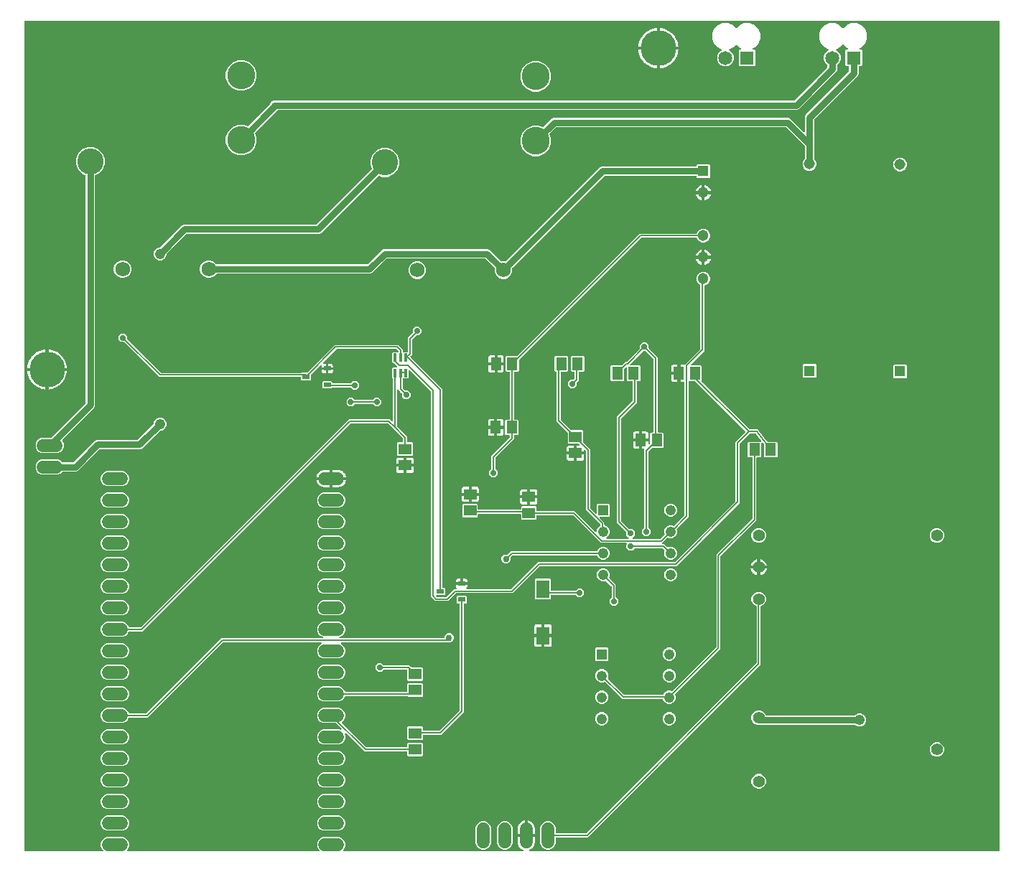
<source format=gbr>
G04 EAGLE Gerber RS-274X export*
G75*
%MOMM*%
%FSLAX34Y34*%
%LPD*%
%INTop Copper*%
%IPPOS*%
%AMOC8*
5,1,8,0,0,1.08239X$1,22.5*%
G01*
%ADD10R,1.300000X1.500000*%
%ADD11R,1.500000X1.300000*%
%ADD12R,1.550000X2.150000*%
%ADD13R,0.300000X1.000000*%
%ADD14R,1.308000X1.308000*%
%ADD15C,1.308000*%
%ADD16C,1.524000*%
%ADD17R,1.238000X1.238000*%
%ADD18C,1.238000*%
%ADD19R,1.650000X1.650000*%
%ADD20C,1.650000*%
%ADD21C,1.755000*%
%ADD22C,3.090000*%
%ADD23C,3.285000*%
%ADD24C,1.408000*%
%ADD25R,1.303000X1.303000*%
%ADD26C,1.303000*%
%ADD27R,0.850000X0.600000*%
%ADD28C,4.216000*%
%ADD29C,0.180000*%
%ADD30C,0.800000*%
%ADD31C,0.706400*%
%ADD32C,0.756400*%
%ADD33C,1.212800*%

G36*
X102265Y10168D02*
X102265Y10168D01*
X102315Y10166D01*
X102396Y10188D01*
X102480Y10201D01*
X102525Y10222D01*
X102573Y10235D01*
X102645Y10280D01*
X102721Y10316D01*
X102758Y10350D01*
X102800Y10376D01*
X102855Y10440D01*
X102918Y10498D01*
X102943Y10541D01*
X102975Y10579D01*
X103009Y10656D01*
X103052Y10729D01*
X103063Y10778D01*
X103083Y10823D01*
X103093Y10907D01*
X103112Y10990D01*
X103109Y11039D01*
X103114Y11089D01*
X103099Y11172D01*
X103093Y11257D01*
X103075Y11303D01*
X103066Y11352D01*
X103027Y11427D01*
X102997Y11506D01*
X102966Y11545D01*
X102943Y11589D01*
X102852Y11696D01*
X101627Y12920D01*
X100235Y16281D01*
X100235Y19919D01*
X101627Y23280D01*
X104200Y25853D01*
X107561Y27245D01*
X126439Y27245D01*
X129800Y25853D01*
X132373Y23280D01*
X133765Y19919D01*
X133765Y16281D01*
X132373Y12920D01*
X131148Y11696D01*
X131119Y11656D01*
X131082Y11622D01*
X131040Y11549D01*
X130990Y11481D01*
X130973Y11434D01*
X130948Y11391D01*
X130929Y11308D01*
X130901Y11228D01*
X130899Y11179D01*
X130888Y11130D01*
X130894Y11046D01*
X130891Y10961D01*
X130903Y10913D01*
X130907Y10863D01*
X130937Y10784D01*
X130959Y10703D01*
X130985Y10660D01*
X131003Y10614D01*
X131056Y10547D01*
X131101Y10476D01*
X131138Y10443D01*
X131169Y10404D01*
X131239Y10356D01*
X131303Y10300D01*
X131348Y10280D01*
X131389Y10252D01*
X131470Y10227D01*
X131548Y10192D01*
X131597Y10187D01*
X131644Y10172D01*
X131784Y10161D01*
X357216Y10161D01*
X357265Y10168D01*
X357315Y10166D01*
X357396Y10188D01*
X357480Y10201D01*
X357525Y10222D01*
X357573Y10235D01*
X357645Y10280D01*
X357721Y10316D01*
X357758Y10350D01*
X357800Y10376D01*
X357855Y10440D01*
X357918Y10498D01*
X357943Y10541D01*
X357975Y10579D01*
X358009Y10656D01*
X358052Y10729D01*
X358063Y10778D01*
X358083Y10823D01*
X358093Y10907D01*
X358112Y10990D01*
X358109Y11039D01*
X358114Y11089D01*
X358099Y11172D01*
X358093Y11257D01*
X358075Y11303D01*
X358066Y11352D01*
X358027Y11427D01*
X357997Y11506D01*
X357966Y11545D01*
X357943Y11589D01*
X357852Y11696D01*
X356627Y12920D01*
X355235Y16281D01*
X355235Y19919D01*
X356627Y23280D01*
X359200Y25853D01*
X362561Y27245D01*
X381439Y27245D01*
X384800Y25853D01*
X387373Y23280D01*
X388765Y19919D01*
X388765Y16281D01*
X387373Y12920D01*
X386148Y11696D01*
X386119Y11656D01*
X386082Y11622D01*
X386040Y11549D01*
X385990Y11481D01*
X385973Y11434D01*
X385948Y11391D01*
X385929Y11308D01*
X385901Y11228D01*
X385899Y11179D01*
X385888Y11130D01*
X385894Y11046D01*
X385891Y10961D01*
X385903Y10913D01*
X385907Y10863D01*
X385937Y10784D01*
X385959Y10703D01*
X385985Y10660D01*
X386003Y10614D01*
X386056Y10547D01*
X386101Y10476D01*
X386138Y10443D01*
X386169Y10404D01*
X386239Y10356D01*
X386303Y10300D01*
X386348Y10280D01*
X386389Y10252D01*
X386470Y10227D01*
X386548Y10192D01*
X386597Y10187D01*
X386644Y10172D01*
X386784Y10161D01*
X597496Y10161D01*
X597552Y10169D01*
X597609Y10168D01*
X597684Y10189D01*
X597761Y10201D01*
X597812Y10225D01*
X597867Y10241D01*
X597932Y10283D01*
X598002Y10316D01*
X598044Y10355D01*
X598091Y10386D01*
X598141Y10445D01*
X598198Y10498D01*
X598227Y10547D01*
X598263Y10590D01*
X598293Y10662D01*
X598332Y10729D01*
X598345Y10785D01*
X598367Y10837D01*
X598375Y10914D01*
X598393Y10990D01*
X598389Y11046D01*
X598394Y11103D01*
X598379Y11179D01*
X598374Y11257D01*
X598353Y11310D01*
X598342Y11365D01*
X598305Y11433D01*
X598277Y11506D01*
X598242Y11551D01*
X598215Y11601D01*
X598159Y11655D01*
X598111Y11716D01*
X598065Y11748D01*
X598024Y11788D01*
X597904Y11861D01*
X596474Y12590D01*
X595181Y13530D01*
X594050Y14661D01*
X593110Y15955D01*
X592384Y17380D01*
X591889Y18901D01*
X591639Y20480D01*
X591639Y27101D01*
X600900Y27101D01*
X600998Y27116D01*
X601097Y27123D01*
X601129Y27135D01*
X601164Y27141D01*
X601254Y27183D01*
X601346Y27219D01*
X601374Y27241D01*
X601405Y27256D01*
X601478Y27324D01*
X601556Y27385D01*
X601576Y27414D01*
X601602Y27438D01*
X601652Y27524D01*
X601708Y27605D01*
X601718Y27639D01*
X601736Y27669D01*
X601758Y27766D01*
X601788Y27860D01*
X601792Y27912D01*
X601796Y27930D01*
X601795Y27948D01*
X601799Y28000D01*
X601799Y28901D01*
X601801Y28901D01*
X601801Y28000D01*
X601816Y27902D01*
X601823Y27803D01*
X601835Y27770D01*
X601841Y27736D01*
X601884Y27646D01*
X601919Y27554D01*
X601941Y27526D01*
X601956Y27494D01*
X602024Y27422D01*
X602085Y27344D01*
X602114Y27324D01*
X602138Y27298D01*
X602224Y27248D01*
X602305Y27192D01*
X602339Y27182D01*
X602369Y27164D01*
X602466Y27142D01*
X602560Y27112D01*
X602612Y27108D01*
X602630Y27104D01*
X602648Y27105D01*
X602700Y27101D01*
X611961Y27101D01*
X611961Y20480D01*
X611711Y18901D01*
X611216Y17380D01*
X610490Y15955D01*
X609550Y14661D01*
X608419Y13530D01*
X607126Y12590D01*
X605696Y11861D01*
X605649Y11828D01*
X605598Y11804D01*
X605541Y11751D01*
X605478Y11706D01*
X605444Y11661D01*
X605402Y11622D01*
X605363Y11555D01*
X605316Y11493D01*
X605296Y11440D01*
X605268Y11391D01*
X605250Y11315D01*
X605223Y11242D01*
X605220Y11185D01*
X605207Y11130D01*
X605213Y11053D01*
X605209Y10975D01*
X605222Y10920D01*
X605226Y10863D01*
X605254Y10791D01*
X605273Y10715D01*
X605302Y10667D01*
X605323Y10614D01*
X605371Y10553D01*
X605411Y10486D01*
X605453Y10449D01*
X605489Y10404D01*
X605553Y10360D01*
X605611Y10308D01*
X605662Y10284D01*
X605709Y10252D01*
X605783Y10229D01*
X605854Y10196D01*
X605910Y10189D01*
X605964Y10172D01*
X606104Y10161D01*
X1158940Y10161D01*
X1159038Y10175D01*
X1159137Y10183D01*
X1159170Y10195D01*
X1159205Y10201D01*
X1159294Y10243D01*
X1159386Y10279D01*
X1159414Y10301D01*
X1159446Y10316D01*
X1159518Y10384D01*
X1159596Y10445D01*
X1159616Y10474D01*
X1159642Y10498D01*
X1159692Y10584D01*
X1159748Y10665D01*
X1159759Y10699D01*
X1159776Y10729D01*
X1159799Y10826D01*
X1159828Y10920D01*
X1159832Y10972D01*
X1159837Y10990D01*
X1159835Y11008D01*
X1159839Y11060D01*
X1159839Y988940D01*
X1159825Y989038D01*
X1159817Y989137D01*
X1159805Y989170D01*
X1159799Y989205D01*
X1159757Y989294D01*
X1159721Y989386D01*
X1159699Y989414D01*
X1159684Y989446D01*
X1159616Y989518D01*
X1159555Y989596D01*
X1159526Y989616D01*
X1159502Y989642D01*
X1159416Y989692D01*
X1159335Y989748D01*
X1159301Y989759D01*
X1159271Y989776D01*
X1159174Y989799D01*
X1159080Y989828D01*
X1159028Y989832D01*
X1159010Y989837D01*
X1158992Y989835D01*
X1158940Y989839D01*
X11060Y989839D01*
X10962Y989825D01*
X10863Y989817D01*
X10830Y989805D01*
X10795Y989799D01*
X10706Y989757D01*
X10614Y989721D01*
X10586Y989699D01*
X10554Y989684D01*
X10482Y989616D01*
X10404Y989555D01*
X10384Y989526D01*
X10358Y989502D01*
X10308Y989416D01*
X10252Y989335D01*
X10241Y989301D01*
X10224Y989271D01*
X10201Y989174D01*
X10172Y989080D01*
X10168Y989028D01*
X10163Y989010D01*
X10165Y988992D01*
X10161Y988940D01*
X10161Y11060D01*
X10175Y10962D01*
X10183Y10863D01*
X10195Y10830D01*
X10201Y10795D01*
X10243Y10706D01*
X10279Y10614D01*
X10301Y10586D01*
X10316Y10554D01*
X10384Y10482D01*
X10445Y10404D01*
X10474Y10384D01*
X10498Y10358D01*
X10584Y10308D01*
X10665Y10252D01*
X10699Y10241D01*
X10729Y10224D01*
X10826Y10201D01*
X10920Y10172D01*
X10972Y10168D01*
X10990Y10163D01*
X11008Y10165D01*
X11060Y10161D01*
X102216Y10161D01*
X102265Y10168D01*
G37*
%LPC*%
G36*
X768965Y184085D02*
X768965Y184085D01*
X766130Y185260D01*
X763960Y187430D01*
X763218Y189220D01*
X763189Y189269D01*
X763168Y189322D01*
X763120Y189383D01*
X763080Y189449D01*
X763038Y189487D01*
X763003Y189532D01*
X762939Y189576D01*
X762881Y189628D01*
X762829Y189652D01*
X762782Y189684D01*
X762709Y189707D01*
X762638Y189740D01*
X762582Y189747D01*
X762527Y189764D01*
X762387Y189775D01*
X715096Y189775D01*
X695005Y209866D01*
X694959Y209900D01*
X694920Y209941D01*
X694852Y209979D01*
X694790Y210025D01*
X694736Y210044D01*
X694686Y210072D01*
X694610Y210088D01*
X694537Y210114D01*
X694480Y210116D01*
X694425Y210128D01*
X694347Y210121D01*
X694270Y210124D01*
X694215Y210110D01*
X694158Y210105D01*
X694025Y210061D01*
X692635Y209485D01*
X689565Y209485D01*
X686730Y210660D01*
X684560Y212830D01*
X683385Y215665D01*
X683385Y218735D01*
X684560Y221570D01*
X686730Y223740D01*
X689565Y224915D01*
X692635Y224915D01*
X695470Y223740D01*
X697640Y221570D01*
X698815Y218735D01*
X698815Y215665D01*
X698239Y214275D01*
X698225Y214220D01*
X698202Y214168D01*
X698193Y214091D01*
X698174Y214016D01*
X698178Y213959D01*
X698171Y213902D01*
X698185Y213826D01*
X698189Y213749D01*
X698209Y213695D01*
X698219Y213639D01*
X698255Y213570D01*
X698282Y213498D01*
X698316Y213453D01*
X698343Y213402D01*
X698434Y213295D01*
X716841Y194888D01*
X716853Y194879D01*
X716862Y194868D01*
X716960Y194800D01*
X717056Y194729D01*
X717070Y194724D01*
X717082Y194716D01*
X717196Y194680D01*
X717309Y194641D01*
X717323Y194640D01*
X717337Y194636D01*
X717477Y194625D01*
X762719Y194625D01*
X762775Y194633D01*
X762832Y194632D01*
X762907Y194653D01*
X762983Y194665D01*
X763035Y194689D01*
X763089Y194705D01*
X763155Y194747D01*
X763224Y194780D01*
X763266Y194819D01*
X763314Y194850D01*
X763364Y194909D01*
X763421Y194962D01*
X763449Y195011D01*
X763486Y195055D01*
X763550Y195180D01*
X763960Y196170D01*
X766130Y198340D01*
X768965Y199515D01*
X772035Y199515D01*
X773196Y199034D01*
X773251Y199020D01*
X773303Y198997D01*
X773380Y198988D01*
X773455Y198969D01*
X773512Y198972D01*
X773569Y198966D01*
X773645Y198980D01*
X773722Y198984D01*
X773776Y199004D01*
X773832Y199014D01*
X773901Y199050D01*
X773973Y199077D01*
X774018Y199111D01*
X774069Y199138D01*
X774176Y199229D01*
X825790Y250843D01*
X825799Y250855D01*
X825810Y250864D01*
X825877Y250962D01*
X825949Y251058D01*
X825954Y251072D01*
X825962Y251084D01*
X825998Y251198D01*
X826037Y251311D01*
X826038Y251325D01*
X826042Y251339D01*
X826053Y251479D01*
X826053Y359826D01*
X868200Y401973D01*
X868209Y401985D01*
X868220Y401994D01*
X868288Y402092D01*
X868359Y402188D01*
X868364Y402202D01*
X868372Y402214D01*
X868408Y402328D01*
X868447Y402441D01*
X868448Y402455D01*
X868452Y402469D01*
X868463Y402609D01*
X868463Y474176D01*
X868449Y474274D01*
X868441Y474373D01*
X868429Y474406D01*
X868423Y474441D01*
X868381Y474530D01*
X868345Y474622D01*
X868323Y474650D01*
X868308Y474682D01*
X868240Y474754D01*
X868179Y474832D01*
X868150Y474852D01*
X868126Y474878D01*
X868040Y474928D01*
X867959Y474984D01*
X867925Y474995D01*
X867895Y475012D01*
X867798Y475035D01*
X867704Y475064D01*
X867652Y475068D01*
X867634Y475073D01*
X867616Y475071D01*
X867564Y475075D01*
X863968Y475075D01*
X863075Y475968D01*
X863075Y492232D01*
X863968Y493125D01*
X878234Y493125D01*
X878358Y493143D01*
X878484Y493160D01*
X878491Y493163D01*
X878499Y493165D01*
X878612Y493219D01*
X878727Y493272D01*
X878733Y493277D01*
X878740Y493280D01*
X878833Y493366D01*
X878926Y493450D01*
X878930Y493456D01*
X878936Y493462D01*
X879000Y493571D01*
X879065Y493679D01*
X879067Y493686D01*
X879071Y493693D01*
X879099Y493815D01*
X879130Y493938D01*
X879129Y493946D01*
X879131Y493954D01*
X879122Y494079D01*
X879115Y494205D01*
X879112Y494213D01*
X879112Y494221D01*
X879066Y494338D01*
X879023Y494456D01*
X879017Y494465D01*
X879015Y494470D01*
X879008Y494480D01*
X878946Y494574D01*
X872822Y502502D01*
X872770Y502552D01*
X872726Y502608D01*
X872674Y502643D01*
X872629Y502687D01*
X872565Y502719D01*
X872505Y502760D01*
X872446Y502779D01*
X872390Y502807D01*
X872319Y502819D01*
X872250Y502840D01*
X872138Y502849D01*
X872126Y502851D01*
X872121Y502850D01*
X872111Y502851D01*
X865617Y502851D01*
X865602Y502849D01*
X865588Y502851D01*
X865470Y502829D01*
X865352Y502811D01*
X865339Y502805D01*
X865325Y502803D01*
X865219Y502747D01*
X865111Y502696D01*
X865101Y502686D01*
X865088Y502679D01*
X864981Y502588D01*
X853604Y491211D01*
X853595Y491199D01*
X853584Y491190D01*
X853517Y491093D01*
X853445Y490996D01*
X853440Y490982D01*
X853432Y490970D01*
X853396Y490856D01*
X853357Y490743D01*
X853356Y490729D01*
X853352Y490715D01*
X853341Y490575D01*
X853341Y421116D01*
X778820Y346595D01*
X618613Y346595D01*
X618598Y346593D01*
X618584Y346595D01*
X618466Y346573D01*
X618348Y346555D01*
X618335Y346549D01*
X618321Y346547D01*
X618214Y346491D01*
X618107Y346440D01*
X618097Y346430D01*
X618084Y346423D01*
X617977Y346332D01*
X586324Y314679D01*
X519231Y314679D01*
X519216Y314677D01*
X519202Y314679D01*
X519084Y314657D01*
X518966Y314639D01*
X518953Y314633D01*
X518939Y314631D01*
X518833Y314575D01*
X518725Y314524D01*
X518715Y314514D01*
X518702Y314507D01*
X518595Y314416D01*
X509548Y305369D01*
X494272Y305369D01*
X489189Y310452D01*
X489189Y552407D01*
X489187Y552422D01*
X489189Y552436D01*
X489171Y552531D01*
X489166Y552605D01*
X489155Y552633D01*
X489149Y552672D01*
X489143Y552685D01*
X489141Y552699D01*
X489098Y552781D01*
X489070Y552855D01*
X489049Y552880D01*
X489034Y552913D01*
X489024Y552923D01*
X489017Y552936D01*
X488926Y553043D01*
X464660Y577309D01*
X464620Y577339D01*
X464586Y577375D01*
X464513Y577418D01*
X464445Y577468D01*
X464398Y577484D01*
X464355Y577509D01*
X464272Y577529D01*
X464192Y577557D01*
X464143Y577558D01*
X464094Y577570D01*
X464010Y577564D01*
X463925Y577567D01*
X463877Y577554D01*
X463827Y577551D01*
X463748Y577520D01*
X463667Y577498D01*
X463624Y577472D01*
X463578Y577454D01*
X463512Y577402D01*
X463440Y577357D01*
X463407Y577319D01*
X463368Y577288D01*
X463320Y577219D01*
X463264Y577155D01*
X463244Y577109D01*
X463216Y577068D01*
X463191Y576987D01*
X463156Y576910D01*
X463151Y576861D01*
X463136Y576813D01*
X463125Y576673D01*
X463125Y568768D01*
X462232Y567875D01*
X457968Y567875D01*
X457686Y568158D01*
X457646Y568187D01*
X457612Y568224D01*
X457539Y568266D01*
X457471Y568317D01*
X457424Y568333D01*
X457381Y568358D01*
X457298Y568377D01*
X457218Y568405D01*
X457169Y568407D01*
X457120Y568419D01*
X457036Y568412D01*
X456951Y568416D01*
X456903Y568403D01*
X456853Y568399D01*
X456774Y568369D01*
X456693Y568347D01*
X456650Y568321D01*
X456604Y568303D01*
X456537Y568250D01*
X456466Y568206D01*
X456433Y568168D01*
X456394Y568137D01*
X456346Y568067D01*
X456290Y568003D01*
X456270Y567958D01*
X456242Y567917D01*
X456217Y567836D01*
X456182Y567759D01*
X456177Y567709D01*
X456162Y567662D01*
X456151Y567522D01*
X456151Y556457D01*
X456153Y556442D01*
X456151Y556428D01*
X456173Y556310D01*
X456191Y556192D01*
X456197Y556179D01*
X456199Y556165D01*
X456255Y556059D01*
X456306Y555951D01*
X456316Y555941D01*
X456323Y555928D01*
X456414Y555821D01*
X458539Y553696D01*
X458551Y553687D01*
X458560Y553676D01*
X458658Y553608D01*
X458754Y553537D01*
X458768Y553532D01*
X458780Y553524D01*
X458894Y553488D01*
X459006Y553449D01*
X459021Y553448D01*
X459035Y553444D01*
X459175Y553433D01*
X462525Y553433D01*
X465487Y550471D01*
X465487Y546281D01*
X462525Y543319D01*
X458335Y543319D01*
X455373Y546281D01*
X455373Y549631D01*
X455371Y549646D01*
X455373Y549660D01*
X455351Y549778D01*
X455333Y549896D01*
X455327Y549909D01*
X455325Y549923D01*
X455269Y550029D01*
X455218Y550137D01*
X455208Y550148D01*
X455201Y550160D01*
X455110Y550267D01*
X452985Y552392D01*
X451060Y554317D01*
X451020Y554347D01*
X450986Y554383D01*
X450913Y554426D01*
X450845Y554476D01*
X450798Y554492D01*
X450755Y554517D01*
X450672Y554537D01*
X450592Y554565D01*
X450543Y554566D01*
X450494Y554578D01*
X450410Y554572D01*
X450325Y554575D01*
X450277Y554562D01*
X450227Y554559D01*
X450148Y554528D01*
X450067Y554506D01*
X450024Y554480D01*
X449978Y554462D01*
X449911Y554410D01*
X449840Y554365D01*
X449807Y554327D01*
X449768Y554296D01*
X449720Y554227D01*
X449664Y554163D01*
X449644Y554117D01*
X449616Y554076D01*
X449591Y553995D01*
X449556Y553918D01*
X449551Y553869D01*
X449536Y553821D01*
X449525Y553681D01*
X449525Y511589D01*
X449527Y511574D01*
X449525Y511560D01*
X449547Y511442D01*
X449565Y511324D01*
X449571Y511311D01*
X449573Y511297D01*
X449629Y511191D01*
X449680Y511083D01*
X449690Y511073D01*
X449697Y511060D01*
X449788Y510953D01*
X461425Y499316D01*
X461425Y493424D01*
X461439Y493326D01*
X461447Y493227D01*
X461459Y493194D01*
X461465Y493159D01*
X461507Y493070D01*
X461543Y492978D01*
X461565Y492950D01*
X461580Y492918D01*
X461648Y492846D01*
X461709Y492768D01*
X461738Y492748D01*
X461762Y492722D01*
X461848Y492672D01*
X461929Y492616D01*
X461963Y492605D01*
X461993Y492588D01*
X462090Y492565D01*
X462184Y492536D01*
X462236Y492532D01*
X462254Y492527D01*
X462272Y492529D01*
X462324Y492525D01*
X467132Y492525D01*
X468025Y491632D01*
X468025Y477368D01*
X467132Y476475D01*
X450868Y476475D01*
X449975Y477368D01*
X449975Y491632D01*
X450868Y492525D01*
X455676Y492525D01*
X455774Y492539D01*
X455873Y492547D01*
X455906Y492559D01*
X455941Y492565D01*
X456030Y492607D01*
X456122Y492643D01*
X456150Y492665D01*
X456182Y492680D01*
X456254Y492748D01*
X456332Y492809D01*
X456352Y492838D01*
X456378Y492862D01*
X456428Y492948D01*
X456484Y493029D01*
X456495Y493063D01*
X456512Y493093D01*
X456535Y493190D01*
X456564Y493284D01*
X456568Y493336D01*
X456573Y493354D01*
X456571Y493372D01*
X456575Y493424D01*
X456575Y496935D01*
X456573Y496950D01*
X456575Y496964D01*
X456553Y497082D01*
X456535Y497200D01*
X456529Y497213D01*
X456527Y497227D01*
X456471Y497333D01*
X456420Y497441D01*
X456410Y497451D01*
X456403Y497464D01*
X456312Y497571D01*
X444412Y509471D01*
X439041Y514842D01*
X439029Y514851D01*
X439020Y514862D01*
X438923Y514929D01*
X438826Y515001D01*
X438812Y515006D01*
X438800Y515014D01*
X438686Y515050D01*
X438573Y515089D01*
X438559Y515090D01*
X438545Y515094D01*
X438405Y515105D01*
X394907Y515105D01*
X394892Y515103D01*
X394878Y515105D01*
X394760Y515083D01*
X394642Y515065D01*
X394629Y515059D01*
X394615Y515057D01*
X394509Y515001D01*
X394401Y514950D01*
X394391Y514940D01*
X394378Y514933D01*
X394271Y514842D01*
X149104Y269675D01*
X134115Y269675D01*
X134058Y269667D01*
X134001Y269668D01*
X133927Y269647D01*
X133850Y269635D01*
X133799Y269611D01*
X133744Y269595D01*
X133679Y269553D01*
X133609Y269520D01*
X133567Y269481D01*
X133519Y269450D01*
X133470Y269391D01*
X133413Y269338D01*
X133384Y269289D01*
X133347Y269245D01*
X133284Y269120D01*
X132373Y266920D01*
X129800Y264347D01*
X126439Y262955D01*
X107561Y262955D01*
X104200Y264347D01*
X101627Y266920D01*
X100235Y270281D01*
X100235Y273919D01*
X101627Y277280D01*
X104200Y279853D01*
X107561Y281245D01*
X126439Y281245D01*
X129800Y279853D01*
X132373Y277280D01*
X133284Y275080D01*
X133312Y275033D01*
X133327Y274993D01*
X133328Y274992D01*
X133334Y274978D01*
X133382Y274917D01*
X133422Y274851D01*
X133464Y274813D01*
X133500Y274768D01*
X133563Y274724D01*
X133621Y274672D01*
X133673Y274648D01*
X133720Y274616D01*
X133794Y274593D01*
X133864Y274560D01*
X133921Y274553D01*
X133975Y274536D01*
X134115Y274525D01*
X146723Y274525D01*
X146738Y274527D01*
X146752Y274525D01*
X146870Y274547D01*
X146988Y274565D01*
X147001Y274571D01*
X147015Y274573D01*
X147121Y274629D01*
X147229Y274680D01*
X147239Y274690D01*
X147252Y274697D01*
X147359Y274788D01*
X392526Y519955D01*
X440786Y519955D01*
X442470Y518271D01*
X443140Y517601D01*
X443152Y517592D01*
X443161Y517581D01*
X443190Y517561D01*
X443214Y517535D01*
X443287Y517492D01*
X443355Y517442D01*
X443369Y517437D01*
X443381Y517429D01*
X443414Y517419D01*
X443445Y517401D01*
X443528Y517382D01*
X443608Y517353D01*
X443623Y517353D01*
X443636Y517349D01*
X443687Y517345D01*
X443706Y517340D01*
X443725Y517342D01*
X443776Y517338D01*
X443824Y517345D01*
X443875Y517343D01*
X443923Y517356D01*
X443973Y517359D01*
X444006Y517372D01*
X444041Y517378D01*
X444085Y517399D01*
X444133Y517412D01*
X444176Y517438D01*
X444222Y517456D01*
X444250Y517478D01*
X444282Y517493D01*
X444318Y517527D01*
X444360Y517553D01*
X444393Y517591D01*
X444432Y517622D01*
X444452Y517651D01*
X444478Y517675D01*
X444503Y517717D01*
X444536Y517755D01*
X444556Y517801D01*
X444584Y517842D01*
X444595Y517876D01*
X444612Y517906D01*
X444623Y517954D01*
X444644Y518000D01*
X444649Y518049D01*
X444664Y518097D01*
X444668Y518149D01*
X444673Y518167D01*
X444671Y518185D01*
X444675Y518237D01*
X444675Y567796D01*
X444673Y567810D01*
X444675Y567825D01*
X444653Y567942D01*
X444635Y568060D01*
X444629Y568074D01*
X444627Y568088D01*
X444571Y568194D01*
X444520Y568302D01*
X444510Y568312D01*
X444503Y568325D01*
X444412Y568432D01*
X444075Y568768D01*
X444075Y580032D01*
X444968Y580925D01*
X448901Y580925D01*
X448950Y580932D01*
X449000Y580930D01*
X449082Y580952D01*
X449166Y580965D01*
X449211Y580986D01*
X449259Y580999D01*
X449331Y581044D01*
X449407Y581080D01*
X449443Y581114D01*
X449486Y581141D01*
X449541Y581204D01*
X449603Y581262D01*
X449628Y581305D01*
X449661Y581343D01*
X449695Y581420D01*
X449737Y581493D01*
X449749Y581542D01*
X449769Y581587D01*
X449779Y581672D01*
X449798Y581754D01*
X449794Y581803D01*
X449800Y581853D01*
X449785Y581936D01*
X449779Y582021D01*
X449761Y582067D01*
X449752Y582116D01*
X449713Y582191D01*
X449682Y582270D01*
X449651Y582309D01*
X449628Y582353D01*
X449537Y582460D01*
X449376Y582621D01*
X446385Y585612D01*
X446373Y585621D01*
X446364Y585632D01*
X446266Y585700D01*
X446170Y585771D01*
X446156Y585776D01*
X446144Y585784D01*
X446030Y585820D01*
X445917Y585859D01*
X445903Y585860D01*
X445889Y585864D01*
X445749Y585875D01*
X444968Y585875D01*
X444075Y586768D01*
X444075Y598032D01*
X444968Y598925D01*
X449232Y598925D01*
X449640Y598516D01*
X449643Y598514D01*
X449647Y598511D01*
X449680Y598487D01*
X449714Y598450D01*
X449787Y598407D01*
X449855Y598357D01*
X449902Y598341D01*
X449945Y598316D01*
X450028Y598297D01*
X450108Y598269D01*
X450157Y598267D01*
X450206Y598255D01*
X450290Y598262D01*
X450375Y598258D01*
X450423Y598271D01*
X450473Y598275D01*
X450552Y598305D01*
X450633Y598327D01*
X450676Y598353D01*
X450722Y598371D01*
X450789Y598424D01*
X450860Y598468D01*
X450893Y598506D01*
X450932Y598537D01*
X450980Y598606D01*
X451036Y598671D01*
X451056Y598716D01*
X451084Y598757D01*
X451107Y598829D01*
X451112Y598839D01*
X451115Y598850D01*
X451144Y598915D01*
X451149Y598965D01*
X451164Y599012D01*
X451170Y599090D01*
X451173Y599099D01*
X451172Y599108D01*
X451175Y599152D01*
X451175Y600023D01*
X451173Y600038D01*
X451175Y600052D01*
X451153Y600170D01*
X451135Y600288D01*
X451129Y600301D01*
X451127Y600315D01*
X451071Y600421D01*
X451020Y600529D01*
X451010Y600539D01*
X451003Y600552D01*
X450912Y600659D01*
X449259Y602312D01*
X449247Y602321D01*
X449238Y602332D01*
X449140Y602400D01*
X449044Y602471D01*
X449030Y602476D01*
X449018Y602484D01*
X448904Y602520D01*
X448791Y602559D01*
X448777Y602560D01*
X448763Y602564D01*
X448623Y602575D01*
X378477Y602575D01*
X378462Y602573D01*
X378448Y602575D01*
X378330Y602553D01*
X378212Y602535D01*
X378199Y602529D01*
X378185Y602527D01*
X378079Y602471D01*
X377971Y602420D01*
X377961Y602410D01*
X377948Y602403D01*
X377841Y602312D01*
X362205Y586676D01*
X362175Y586636D01*
X362139Y586602D01*
X362096Y586529D01*
X362046Y586461D01*
X362030Y586414D01*
X362005Y586371D01*
X361985Y586288D01*
X361957Y586208D01*
X361956Y586159D01*
X361944Y586110D01*
X361950Y586026D01*
X361947Y585941D01*
X361960Y585893D01*
X361963Y585843D01*
X361994Y585764D01*
X362016Y585683D01*
X362042Y585640D01*
X362060Y585594D01*
X362112Y585528D01*
X362157Y585456D01*
X362195Y585423D01*
X362226Y585384D01*
X362295Y585336D01*
X362359Y585280D01*
X362405Y585260D01*
X362446Y585232D01*
X362527Y585207D01*
X362604Y585172D01*
X362653Y585167D01*
X362701Y585152D01*
X362841Y585141D01*
X365701Y585141D01*
X365701Y581099D01*
X360409Y581099D01*
X360409Y582709D01*
X360402Y582758D01*
X360404Y582808D01*
X360382Y582890D01*
X360369Y582974D01*
X360348Y583019D01*
X360335Y583067D01*
X360290Y583138D01*
X360254Y583215D01*
X360220Y583251D01*
X360194Y583294D01*
X360130Y583349D01*
X360072Y583411D01*
X360029Y583436D01*
X359991Y583469D01*
X359914Y583503D01*
X359841Y583545D01*
X359792Y583557D01*
X359747Y583577D01*
X359663Y583587D01*
X359580Y583606D01*
X359531Y583602D01*
X359481Y583608D01*
X359398Y583593D01*
X359313Y583587D01*
X359267Y583569D01*
X359218Y583560D01*
X359143Y583521D01*
X359064Y583490D01*
X359025Y583459D01*
X358981Y583436D01*
X358874Y583345D01*
X348238Y572709D01*
X348229Y572697D01*
X348218Y572688D01*
X348151Y572591D01*
X348079Y572494D01*
X348074Y572480D01*
X348066Y572468D01*
X348030Y572354D01*
X347991Y572241D01*
X347990Y572227D01*
X347986Y572213D01*
X347975Y572073D01*
X347975Y566468D01*
X347082Y565575D01*
X337318Y565575D01*
X336425Y566468D01*
X336425Y568676D01*
X336411Y568774D01*
X336403Y568873D01*
X336391Y568906D01*
X336385Y568941D01*
X336343Y569030D01*
X336307Y569122D01*
X336285Y569150D01*
X336270Y569182D01*
X336202Y569254D01*
X336141Y569332D01*
X336112Y569352D01*
X336088Y569378D01*
X336002Y569428D01*
X335921Y569484D01*
X335887Y569495D01*
X335857Y569512D01*
X335760Y569535D01*
X335666Y569564D01*
X335614Y569568D01*
X335596Y569573D01*
X335578Y569571D01*
X335526Y569575D01*
X168996Y569575D01*
X127891Y610680D01*
X127879Y610689D01*
X127870Y610700D01*
X127772Y610768D01*
X127676Y610839D01*
X127662Y610844D01*
X127650Y610852D01*
X127536Y610888D01*
X127423Y610927D01*
X127409Y610928D01*
X127395Y610932D01*
X127255Y610943D01*
X123905Y610943D01*
X120943Y613905D01*
X120943Y618095D01*
X123905Y621057D01*
X128095Y621057D01*
X131057Y618095D01*
X131057Y614745D01*
X131059Y614730D01*
X131057Y614716D01*
X131079Y614598D01*
X131097Y614480D01*
X131103Y614467D01*
X131105Y614453D01*
X131161Y614347D01*
X131212Y614239D01*
X131222Y614229D01*
X131229Y614216D01*
X131320Y614109D01*
X170741Y574688D01*
X170753Y574679D01*
X170762Y574668D01*
X170860Y574600D01*
X170956Y574529D01*
X170970Y574524D01*
X170982Y574516D01*
X171096Y574480D01*
X171209Y574441D01*
X171223Y574440D01*
X171237Y574436D01*
X171377Y574425D01*
X336746Y574425D01*
X336760Y574427D01*
X336775Y574425D01*
X336892Y574447D01*
X337010Y574465D01*
X337024Y574471D01*
X337038Y574473D01*
X337144Y574529D01*
X337252Y574580D01*
X337262Y574590D01*
X337275Y574597D01*
X337308Y574625D01*
X342923Y574625D01*
X342938Y574627D01*
X342952Y574625D01*
X343070Y574647D01*
X343188Y574665D01*
X343201Y574671D01*
X343215Y574673D01*
X343321Y574729D01*
X343429Y574780D01*
X343439Y574790D01*
X343452Y574797D01*
X343559Y574888D01*
X376096Y607425D01*
X451004Y607425D01*
X456025Y602404D01*
X456025Y599152D01*
X456032Y599103D01*
X456030Y599053D01*
X456045Y598998D01*
X456047Y598973D01*
X456055Y598951D01*
X456065Y598887D01*
X456086Y598843D01*
X456099Y598795D01*
X456143Y598724D01*
X456143Y598723D01*
X456144Y598723D01*
X456180Y598646D01*
X456214Y598610D01*
X456240Y598568D01*
X456304Y598512D01*
X456362Y598450D01*
X456405Y598425D01*
X456443Y598392D01*
X456520Y598358D01*
X456593Y598316D01*
X456642Y598305D01*
X456687Y598284D01*
X456771Y598275D01*
X456854Y598255D01*
X456903Y598259D01*
X456953Y598253D01*
X457036Y598269D01*
X457121Y598275D01*
X457167Y598292D01*
X457216Y598301D01*
X457291Y598341D01*
X457370Y598371D01*
X457409Y598402D01*
X457453Y598425D01*
X457560Y598516D01*
X457968Y598925D01*
X461676Y598925D01*
X461774Y598939D01*
X461873Y598947D01*
X461906Y598959D01*
X461941Y598965D01*
X462030Y599007D01*
X462122Y599043D01*
X462150Y599065D01*
X462182Y599080D01*
X462254Y599148D01*
X462332Y599209D01*
X462352Y599238D01*
X462378Y599262D01*
X462428Y599348D01*
X462484Y599429D01*
X462495Y599463D01*
X462512Y599493D01*
X462535Y599590D01*
X462564Y599684D01*
X462568Y599736D01*
X462573Y599754D01*
X462571Y599772D01*
X462575Y599824D01*
X462575Y616004D01*
X467680Y621109D01*
X467689Y621121D01*
X467700Y621130D01*
X467768Y621228D01*
X467839Y621324D01*
X467844Y621338D01*
X467852Y621350D01*
X467888Y621464D01*
X467927Y621577D01*
X467928Y621591D01*
X467932Y621605D01*
X467943Y621745D01*
X467943Y626095D01*
X470905Y629057D01*
X475095Y629057D01*
X478057Y626095D01*
X478057Y621905D01*
X475095Y618943D01*
X472745Y618943D01*
X472730Y618941D01*
X472716Y618943D01*
X472598Y618921D01*
X472480Y618903D01*
X472467Y618897D01*
X472453Y618895D01*
X472347Y618839D01*
X472239Y618788D01*
X472229Y618778D01*
X472216Y618771D01*
X472109Y618680D01*
X467688Y614259D01*
X467679Y614247D01*
X467668Y614238D01*
X467600Y614140D01*
X467529Y614044D01*
X467524Y614030D01*
X467516Y614018D01*
X467480Y613904D01*
X467441Y613791D01*
X467440Y613777D01*
X467436Y613763D01*
X467425Y613623D01*
X467425Y596296D01*
X465438Y594309D01*
X465379Y594229D01*
X465314Y594154D01*
X465300Y594122D01*
X465279Y594094D01*
X465246Y594000D01*
X465206Y593910D01*
X465202Y593875D01*
X465190Y593841D01*
X465187Y593743D01*
X465175Y593644D01*
X465181Y593609D01*
X465180Y593574D01*
X465205Y593479D01*
X465223Y593381D01*
X465240Y593350D01*
X465249Y593316D01*
X465301Y593232D01*
X465347Y593144D01*
X465381Y593104D01*
X465390Y593089D01*
X465404Y593077D01*
X465438Y593037D01*
X502687Y555788D01*
X502687Y322024D01*
X502701Y321926D01*
X502709Y321827D01*
X502721Y321794D01*
X502727Y321759D01*
X502769Y321670D01*
X502805Y321578D01*
X502827Y321550D01*
X502842Y321518D01*
X502910Y321446D01*
X502971Y321368D01*
X503000Y321348D01*
X503024Y321322D01*
X503110Y321272D01*
X503191Y321216D01*
X503225Y321205D01*
X503255Y321188D01*
X503352Y321165D01*
X503446Y321136D01*
X503498Y321132D01*
X503516Y321127D01*
X503534Y321129D01*
X503586Y321125D01*
X505582Y321125D01*
X506475Y320232D01*
X506475Y312968D01*
X505582Y312075D01*
X496595Y312075D01*
X496545Y312068D01*
X496496Y312070D01*
X496414Y312048D01*
X496330Y312035D01*
X496285Y312014D01*
X496237Y312001D01*
X496165Y311956D01*
X496089Y311920D01*
X496053Y311886D01*
X496010Y311859D01*
X495955Y311795D01*
X495893Y311738D01*
X495868Y311695D01*
X495835Y311657D01*
X495801Y311580D01*
X495759Y311507D01*
X495747Y311458D01*
X495727Y311413D01*
X495717Y311328D01*
X495698Y311246D01*
X495702Y311196D01*
X495696Y311147D01*
X495711Y311064D01*
X495717Y310979D01*
X495735Y310933D01*
X495744Y310884D01*
X495783Y310809D01*
X495814Y310730D01*
X495845Y310691D01*
X495868Y310647D01*
X495959Y310540D01*
X496017Y310482D01*
X496029Y310473D01*
X496038Y310462D01*
X496136Y310394D01*
X496232Y310323D01*
X496246Y310318D01*
X496258Y310310D01*
X496372Y310274D01*
X496485Y310235D01*
X496499Y310234D01*
X496513Y310230D01*
X496653Y310219D01*
X507167Y310219D01*
X507182Y310221D01*
X507196Y310219D01*
X507314Y310241D01*
X507432Y310259D01*
X507445Y310265D01*
X507459Y310267D01*
X507565Y310323D01*
X507673Y310374D01*
X507683Y310384D01*
X507696Y310391D01*
X507803Y310482D01*
X516850Y319529D01*
X519257Y319529D01*
X519306Y319536D01*
X519356Y319534D01*
X519438Y319556D01*
X519522Y319569D01*
X519567Y319590D01*
X519615Y319603D01*
X519686Y319648D01*
X519763Y319684D01*
X519799Y319718D01*
X519842Y319744D01*
X519897Y319808D01*
X519959Y319866D01*
X519984Y319909D01*
X520017Y319947D01*
X520051Y320024D01*
X520093Y320097D01*
X520105Y320146D01*
X520125Y320191D01*
X520135Y320275D01*
X520154Y320358D01*
X520150Y320407D01*
X520156Y320457D01*
X520141Y320540D01*
X520135Y320625D01*
X520117Y320671D01*
X520108Y320720D01*
X520069Y320795D01*
X520038Y320874D01*
X520007Y320913D01*
X519984Y320957D01*
X519893Y321064D01*
X519417Y321540D01*
X519082Y322119D01*
X518909Y322765D01*
X518909Y324601D01*
X525100Y324601D01*
X525198Y324615D01*
X525296Y324622D01*
X525329Y324635D01*
X525364Y324640D01*
X525454Y324683D01*
X525546Y324719D01*
X525574Y324741D01*
X525605Y324756D01*
X525678Y324824D01*
X525695Y324837D01*
X525714Y324824D01*
X525738Y324798D01*
X525824Y324748D01*
X525905Y324692D01*
X525939Y324681D01*
X525969Y324664D01*
X526066Y324641D01*
X526160Y324612D01*
X526212Y324608D01*
X526230Y324603D01*
X526248Y324605D01*
X526300Y324601D01*
X532491Y324601D01*
X532491Y322765D01*
X532318Y322119D01*
X531983Y321540D01*
X531507Y321064D01*
X531477Y321024D01*
X531441Y320990D01*
X531398Y320917D01*
X531348Y320849D01*
X531332Y320802D01*
X531307Y320759D01*
X531288Y320676D01*
X531259Y320596D01*
X531258Y320547D01*
X531246Y320498D01*
X531252Y320414D01*
X531249Y320329D01*
X531262Y320281D01*
X531265Y320231D01*
X531296Y320152D01*
X531318Y320071D01*
X531344Y320028D01*
X531362Y319982D01*
X531415Y319915D01*
X531459Y319844D01*
X531497Y319811D01*
X531528Y319772D01*
X531597Y319724D01*
X531661Y319668D01*
X531707Y319648D01*
X531748Y319620D01*
X531829Y319595D01*
X531906Y319560D01*
X531956Y319555D01*
X532003Y319540D01*
X532143Y319529D01*
X583943Y319529D01*
X583958Y319531D01*
X583972Y319529D01*
X584090Y319551D01*
X584208Y319569D01*
X584221Y319575D01*
X584235Y319577D01*
X584341Y319633D01*
X584449Y319684D01*
X584459Y319694D01*
X584472Y319701D01*
X584579Y319792D01*
X616232Y351445D01*
X776439Y351445D01*
X776454Y351447D01*
X776468Y351445D01*
X776586Y351467D01*
X776704Y351485D01*
X776717Y351491D01*
X776731Y351493D01*
X776837Y351549D01*
X776945Y351600D01*
X776955Y351610D01*
X776968Y351617D01*
X777075Y351708D01*
X848228Y422861D01*
X848237Y422873D01*
X848248Y422882D01*
X848316Y422980D01*
X848387Y423076D01*
X848392Y423090D01*
X848400Y423102D01*
X848436Y423216D01*
X848475Y423329D01*
X848476Y423343D01*
X848480Y423357D01*
X848491Y423497D01*
X848491Y492956D01*
X860175Y504640D01*
X860234Y504720D01*
X860299Y504795D01*
X860313Y504827D01*
X860334Y504855D01*
X860367Y504949D01*
X860407Y505039D01*
X860411Y505074D01*
X860423Y505108D01*
X860426Y505206D01*
X860438Y505305D01*
X860432Y505340D01*
X860433Y505375D01*
X860408Y505470D01*
X860390Y505568D01*
X860373Y505599D01*
X860364Y505633D01*
X860312Y505717D01*
X860266Y505805D01*
X860232Y505845D01*
X860223Y505860D01*
X860209Y505872D01*
X860175Y505912D01*
X801275Y564812D01*
X801263Y564821D01*
X801254Y564832D01*
X801156Y564900D01*
X801060Y564971D01*
X801046Y564976D01*
X801034Y564984D01*
X800920Y565020D01*
X800808Y565059D01*
X800793Y565060D01*
X800779Y565064D01*
X800639Y565075D01*
X794436Y565075D01*
X794338Y565061D01*
X794239Y565053D01*
X794206Y565041D01*
X794171Y565035D01*
X794082Y564993D01*
X793990Y564957D01*
X793962Y564935D01*
X793930Y564920D01*
X793858Y564852D01*
X793780Y564791D01*
X793760Y564762D01*
X793734Y564738D01*
X793684Y564652D01*
X793628Y564571D01*
X793617Y564537D01*
X793600Y564507D01*
X793577Y564410D01*
X793548Y564316D01*
X793544Y564264D01*
X793539Y564246D01*
X793541Y564228D01*
X793537Y564176D01*
X793537Y404524D01*
X779634Y390621D01*
X779600Y390575D01*
X779559Y390536D01*
X779521Y390468D01*
X779475Y390406D01*
X779456Y390352D01*
X779429Y390302D01*
X779412Y390227D01*
X779387Y390154D01*
X779384Y390097D01*
X779372Y390041D01*
X779379Y389964D01*
X779376Y389886D01*
X779391Y389831D01*
X779396Y389774D01*
X779439Y389641D01*
X779815Y388735D01*
X779815Y385665D01*
X778640Y382830D01*
X776470Y380660D01*
X773635Y379485D01*
X770565Y379485D01*
X769175Y380061D01*
X769120Y380075D01*
X769068Y380098D01*
X768991Y380107D01*
X768916Y380126D01*
X768859Y380122D01*
X768802Y380129D01*
X768726Y380115D01*
X768649Y380111D01*
X768595Y380091D01*
X768539Y380081D01*
X768470Y380045D01*
X768398Y380018D01*
X768353Y379984D01*
X768302Y379957D01*
X768195Y379866D01*
X762289Y373960D01*
X762259Y373920D01*
X762223Y373886D01*
X762180Y373813D01*
X762130Y373745D01*
X762114Y373698D01*
X762089Y373655D01*
X762069Y373572D01*
X762041Y373492D01*
X762040Y373443D01*
X762028Y373394D01*
X762034Y373310D01*
X762031Y373225D01*
X762044Y373177D01*
X762047Y373127D01*
X762078Y373048D01*
X762100Y372967D01*
X762126Y372924D01*
X762144Y372878D01*
X762196Y372812D01*
X762241Y372740D01*
X762279Y372707D01*
X762310Y372668D01*
X762379Y372620D01*
X762443Y372564D01*
X762489Y372544D01*
X762530Y372516D01*
X762611Y372491D01*
X762688Y372456D01*
X762737Y372451D01*
X762785Y372436D01*
X762925Y372425D01*
X764904Y372425D01*
X768195Y369134D01*
X768241Y369100D01*
X768280Y369059D01*
X768348Y369021D01*
X768410Y368975D01*
X768464Y368956D01*
X768514Y368928D01*
X768590Y368912D01*
X768663Y368886D01*
X768720Y368884D01*
X768775Y368872D01*
X768853Y368879D01*
X768930Y368876D01*
X768985Y368891D01*
X769042Y368895D01*
X769175Y368939D01*
X770565Y369515D01*
X773635Y369515D01*
X776470Y368340D01*
X778640Y366170D01*
X779815Y363335D01*
X779815Y360265D01*
X778640Y357430D01*
X776470Y355260D01*
X773635Y354085D01*
X770565Y354085D01*
X767730Y355260D01*
X765560Y357430D01*
X764385Y360265D01*
X764385Y363335D01*
X764961Y364725D01*
X764975Y364780D01*
X764998Y364832D01*
X765007Y364909D01*
X765026Y364984D01*
X765022Y365041D01*
X765029Y365098D01*
X765015Y365174D01*
X765011Y365251D01*
X764991Y365305D01*
X764981Y365361D01*
X764945Y365430D01*
X764918Y365502D01*
X764884Y365548D01*
X764857Y365598D01*
X764766Y365705D01*
X763159Y367312D01*
X763147Y367321D01*
X763138Y367332D01*
X763040Y367400D01*
X762944Y367471D01*
X762930Y367476D01*
X762918Y367484D01*
X762804Y367520D01*
X762691Y367559D01*
X762677Y367560D01*
X762663Y367564D01*
X762523Y367575D01*
X730099Y367575D01*
X730085Y367573D01*
X730070Y367575D01*
X729953Y367553D01*
X729835Y367535D01*
X729821Y367529D01*
X729807Y367527D01*
X729701Y367471D01*
X729593Y367420D01*
X729583Y367410D01*
X729570Y367403D01*
X729463Y367312D01*
X727095Y364943D01*
X722905Y364943D01*
X719943Y367905D01*
X719943Y372095D01*
X720233Y372384D01*
X720262Y372424D01*
X720299Y372458D01*
X720341Y372531D01*
X720392Y372599D01*
X720408Y372646D01*
X720433Y372689D01*
X720452Y372772D01*
X720480Y372852D01*
X720482Y372901D01*
X720494Y372950D01*
X720487Y373034D01*
X720491Y373119D01*
X720478Y373167D01*
X720474Y373217D01*
X720444Y373296D01*
X720422Y373377D01*
X720396Y373420D01*
X720378Y373466D01*
X720325Y373533D01*
X720281Y373604D01*
X720243Y373637D01*
X720212Y373676D01*
X720142Y373724D01*
X720078Y373780D01*
X720033Y373800D01*
X719992Y373828D01*
X719911Y373853D01*
X719834Y373888D01*
X719784Y373893D01*
X719737Y373908D01*
X719597Y373919D01*
X689656Y373919D01*
X687972Y375603D01*
X657411Y406164D01*
X657399Y406173D01*
X657390Y406184D01*
X657292Y406252D01*
X657196Y406323D01*
X657182Y406328D01*
X657170Y406336D01*
X657056Y406372D01*
X656943Y406411D01*
X656929Y406412D01*
X656915Y406416D01*
X656775Y406427D01*
X614724Y406427D01*
X614626Y406413D01*
X614527Y406405D01*
X614494Y406393D01*
X614459Y406387D01*
X614370Y406345D01*
X614278Y406309D01*
X614250Y406287D01*
X614218Y406272D01*
X614146Y406204D01*
X614068Y406143D01*
X614048Y406114D01*
X614022Y406090D01*
X613972Y406004D01*
X613916Y405923D01*
X613905Y405889D01*
X613888Y405859D01*
X613865Y405762D01*
X613836Y405668D01*
X613832Y405616D01*
X613827Y405598D01*
X613829Y405580D01*
X613825Y405528D01*
X613825Y402168D01*
X612932Y401275D01*
X596668Y401275D01*
X595775Y402168D01*
X595775Y407190D01*
X595761Y407288D01*
X595753Y407387D01*
X595741Y407420D01*
X595735Y407455D01*
X595693Y407544D01*
X595657Y407636D01*
X595635Y407664D01*
X595620Y407696D01*
X595552Y407768D01*
X595491Y407846D01*
X595462Y407866D01*
X595438Y407892D01*
X595352Y407942D01*
X595271Y407998D01*
X595237Y408009D01*
X595207Y408026D01*
X595110Y408049D01*
X595016Y408078D01*
X594964Y408082D01*
X594946Y408087D01*
X594928Y408085D01*
X594876Y408089D01*
X545724Y408089D01*
X545626Y408075D01*
X545527Y408067D01*
X545494Y408055D01*
X545459Y408049D01*
X545370Y408007D01*
X545278Y407971D01*
X545250Y407949D01*
X545218Y407934D01*
X545146Y407866D01*
X545068Y407805D01*
X545048Y407776D01*
X545022Y407752D01*
X544972Y407666D01*
X544916Y407585D01*
X544905Y407551D01*
X544888Y407521D01*
X544865Y407424D01*
X544836Y407330D01*
X544832Y407278D01*
X544827Y407260D01*
X544829Y407242D01*
X544825Y407190D01*
X544825Y405168D01*
X543932Y404275D01*
X527668Y404275D01*
X526775Y405168D01*
X526775Y419432D01*
X527668Y420325D01*
X543932Y420325D01*
X544825Y419432D01*
X544825Y413838D01*
X544839Y413740D01*
X544847Y413641D01*
X544859Y413608D01*
X544865Y413573D01*
X544907Y413484D01*
X544943Y413392D01*
X544965Y413364D01*
X544980Y413332D01*
X545048Y413260D01*
X545109Y413182D01*
X545138Y413162D01*
X545162Y413136D01*
X545248Y413086D01*
X545329Y413030D01*
X545363Y413019D01*
X545393Y413002D01*
X545490Y412979D01*
X545584Y412950D01*
X545636Y412946D01*
X545654Y412941D01*
X545672Y412943D01*
X545724Y412939D01*
X594876Y412939D01*
X594974Y412953D01*
X595073Y412961D01*
X595106Y412973D01*
X595141Y412979D01*
X595230Y413021D01*
X595322Y413057D01*
X595350Y413079D01*
X595382Y413094D01*
X595454Y413162D01*
X595532Y413223D01*
X595552Y413252D01*
X595578Y413276D01*
X595628Y413362D01*
X595684Y413443D01*
X595695Y413477D01*
X595712Y413507D01*
X595735Y413604D01*
X595764Y413698D01*
X595768Y413750D01*
X595773Y413768D01*
X595771Y413786D01*
X595775Y413838D01*
X595775Y416432D01*
X596668Y417325D01*
X612932Y417325D01*
X613825Y416432D01*
X613825Y412176D01*
X613839Y412078D01*
X613847Y411979D01*
X613859Y411946D01*
X613865Y411911D01*
X613907Y411822D01*
X613943Y411730D01*
X613965Y411702D01*
X613980Y411670D01*
X614048Y411598D01*
X614109Y411520D01*
X614138Y411500D01*
X614162Y411474D01*
X614248Y411424D01*
X614329Y411368D01*
X614363Y411357D01*
X614393Y411340D01*
X614490Y411317D01*
X614584Y411288D01*
X614636Y411284D01*
X614654Y411279D01*
X614672Y411281D01*
X614724Y411277D01*
X659156Y411277D01*
X683450Y386983D01*
X683490Y386953D01*
X683524Y386917D01*
X683597Y386874D01*
X683665Y386824D01*
X683712Y386808D01*
X683755Y386783D01*
X683838Y386763D01*
X683918Y386735D01*
X683967Y386734D01*
X684016Y386722D01*
X684100Y386728D01*
X684185Y386725D01*
X684233Y386738D01*
X684283Y386741D01*
X684362Y386772D01*
X684443Y386794D01*
X684486Y386820D01*
X684532Y386838D01*
X684598Y386890D01*
X684670Y386935D01*
X684703Y386973D01*
X684742Y387004D01*
X684790Y387073D01*
X684846Y387137D01*
X684866Y387183D01*
X684894Y387224D01*
X684919Y387305D01*
X684954Y387382D01*
X684959Y387431D01*
X684974Y387479D01*
X684985Y387619D01*
X684985Y388735D01*
X686160Y391570D01*
X688330Y393740D01*
X688412Y393774D01*
X688461Y393804D01*
X688514Y393824D01*
X688575Y393872D01*
X688641Y393912D01*
X688679Y393955D01*
X688724Y393990D01*
X688768Y394054D01*
X688820Y394111D01*
X688844Y394163D01*
X688876Y394210D01*
X688899Y394284D01*
X688932Y394354D01*
X688939Y394411D01*
X688956Y394465D01*
X688967Y394605D01*
X688967Y395841D01*
X688965Y395856D01*
X688967Y395870D01*
X688945Y395988D01*
X688927Y396106D01*
X688921Y396119D01*
X688919Y396133D01*
X688863Y396239D01*
X688812Y396347D01*
X688802Y396357D01*
X688795Y396370D01*
X688704Y396477D01*
X672361Y412820D01*
X672361Y482251D01*
X672359Y482266D01*
X672361Y482280D01*
X672339Y482398D01*
X672321Y482516D01*
X672315Y482529D01*
X672313Y482543D01*
X672257Y482649D01*
X672228Y482709D01*
X672227Y482713D01*
X672226Y482714D01*
X672206Y482757D01*
X672196Y482767D01*
X672189Y482780D01*
X672098Y482887D01*
X671376Y483609D01*
X671336Y483639D01*
X671302Y483675D01*
X671229Y483718D01*
X671161Y483768D01*
X671114Y483784D01*
X671071Y483809D01*
X670988Y483829D01*
X670908Y483857D01*
X670859Y483858D01*
X670810Y483870D01*
X670726Y483864D01*
X670641Y483867D01*
X670593Y483854D01*
X670543Y483851D01*
X670464Y483820D01*
X670383Y483798D01*
X670340Y483772D01*
X670294Y483754D01*
X670227Y483702D01*
X670156Y483657D01*
X670123Y483619D01*
X670084Y483588D01*
X670036Y483519D01*
X669980Y483455D01*
X669960Y483409D01*
X669932Y483368D01*
X669907Y483288D01*
X669872Y483210D01*
X669867Y483161D01*
X669852Y483113D01*
X669841Y482973D01*
X669841Y481599D01*
X661599Y481599D01*
X661599Y488841D01*
X663973Y488841D01*
X664022Y488848D01*
X664072Y488846D01*
X664154Y488868D01*
X664238Y488881D01*
X664283Y488902D01*
X664331Y488915D01*
X664402Y488960D01*
X664479Y488996D01*
X664515Y489030D01*
X664558Y489056D01*
X664613Y489120D01*
X664675Y489178D01*
X664700Y489221D01*
X664733Y489259D01*
X664767Y489336D01*
X664809Y489409D01*
X664821Y489458D01*
X664841Y489503D01*
X664851Y489587D01*
X664870Y489670D01*
X664866Y489719D01*
X664872Y489769D01*
X664857Y489852D01*
X664851Y489937D01*
X664833Y489983D01*
X664824Y490032D01*
X664785Y490107D01*
X664754Y490186D01*
X664723Y490225D01*
X664700Y490269D01*
X664609Y490376D01*
X664473Y490512D01*
X664461Y490521D01*
X664452Y490532D01*
X664354Y490600D01*
X664258Y490671D01*
X664244Y490676D01*
X664232Y490684D01*
X664118Y490720D01*
X664006Y490759D01*
X663991Y490760D01*
X663977Y490764D01*
X663837Y490775D01*
X651668Y490775D01*
X650775Y491668D01*
X650775Y503837D01*
X650773Y503852D01*
X650775Y503866D01*
X650753Y503984D01*
X650735Y504102D01*
X650729Y504115D01*
X650727Y504129D01*
X650671Y504235D01*
X650655Y504269D01*
X650645Y504295D01*
X650639Y504303D01*
X650620Y504343D01*
X650610Y504353D01*
X650603Y504366D01*
X650512Y504473D01*
X637431Y517554D01*
X637431Y575276D01*
X637417Y575374D01*
X637409Y575473D01*
X637397Y575506D01*
X637391Y575541D01*
X637349Y575630D01*
X637313Y575722D01*
X637291Y575750D01*
X637276Y575782D01*
X637208Y575854D01*
X637147Y575932D01*
X637118Y575952D01*
X637094Y575978D01*
X637008Y576028D01*
X636927Y576084D01*
X636893Y576095D01*
X636863Y576112D01*
X636766Y576135D01*
X636672Y576164D01*
X636620Y576168D01*
X636602Y576173D01*
X636584Y576171D01*
X636532Y576175D01*
X636168Y576175D01*
X635275Y577068D01*
X635275Y593332D01*
X636168Y594225D01*
X650432Y594225D01*
X651325Y593332D01*
X651325Y577068D01*
X650432Y576175D01*
X643180Y576175D01*
X643082Y576161D01*
X642983Y576153D01*
X642950Y576141D01*
X642915Y576135D01*
X642826Y576093D01*
X642734Y576057D01*
X642706Y576035D01*
X642674Y576020D01*
X642602Y575952D01*
X642524Y575891D01*
X642504Y575862D01*
X642478Y575838D01*
X642428Y575752D01*
X642372Y575671D01*
X642361Y575637D01*
X642344Y575607D01*
X642321Y575510D01*
X642292Y575416D01*
X642288Y575364D01*
X642283Y575346D01*
X642285Y575328D01*
X642281Y575276D01*
X642281Y519935D01*
X642283Y519920D01*
X642281Y519906D01*
X642303Y519788D01*
X642321Y519670D01*
X642327Y519657D01*
X642329Y519643D01*
X642385Y519537D01*
X642436Y519429D01*
X642446Y519419D01*
X642453Y519406D01*
X642544Y519299D01*
X654755Y507088D01*
X654767Y507079D01*
X654776Y507068D01*
X654874Y507000D01*
X654970Y506929D01*
X654984Y506924D01*
X654996Y506916D01*
X655110Y506880D01*
X655222Y506841D01*
X655237Y506840D01*
X655251Y506836D01*
X655391Y506825D01*
X667932Y506825D01*
X668825Y505932D01*
X668825Y493391D01*
X668827Y493376D01*
X668825Y493362D01*
X668847Y493244D01*
X668865Y493126D01*
X668871Y493113D01*
X668873Y493099D01*
X668929Y492993D01*
X668980Y492885D01*
X668990Y492875D01*
X668997Y492862D01*
X669088Y492755D01*
X677211Y484632D01*
X677211Y415201D01*
X677213Y415186D01*
X677211Y415172D01*
X677233Y415054D01*
X677251Y414936D01*
X677257Y414923D01*
X677259Y414909D01*
X677315Y414803D01*
X677366Y414695D01*
X677376Y414685D01*
X677383Y414672D01*
X677474Y414565D01*
X683450Y408589D01*
X683490Y408559D01*
X683524Y408523D01*
X683597Y408480D01*
X683665Y408430D01*
X683712Y408414D01*
X683755Y408389D01*
X683838Y408369D01*
X683918Y408341D01*
X683967Y408340D01*
X684016Y408328D01*
X684100Y408334D01*
X684185Y408331D01*
X684233Y408344D01*
X684283Y408347D01*
X684362Y408378D01*
X684443Y408400D01*
X684486Y408426D01*
X684532Y408444D01*
X684598Y408496D01*
X684670Y408541D01*
X684703Y408579D01*
X684742Y408610D01*
X684790Y408679D01*
X684846Y408743D01*
X684866Y408789D01*
X684894Y408830D01*
X684919Y408911D01*
X684954Y408988D01*
X684959Y409037D01*
X684974Y409085D01*
X684985Y409225D01*
X684985Y419422D01*
X685878Y420315D01*
X699522Y420315D01*
X700415Y419422D01*
X700415Y405778D01*
X699522Y404885D01*
X689325Y404885D01*
X689276Y404878D01*
X689226Y404880D01*
X689144Y404858D01*
X689060Y404845D01*
X689015Y404824D01*
X688967Y404811D01*
X688896Y404766D01*
X688819Y404730D01*
X688783Y404696D01*
X688740Y404670D01*
X688685Y404606D01*
X688623Y404548D01*
X688598Y404505D01*
X688565Y404467D01*
X688531Y404390D01*
X688489Y404317D01*
X688477Y404268D01*
X688457Y404223D01*
X688447Y404139D01*
X688428Y404056D01*
X688432Y404007D01*
X688426Y403957D01*
X688441Y403874D01*
X688447Y403789D01*
X688465Y403743D01*
X688474Y403694D01*
X688513Y403619D01*
X688544Y403540D01*
X688575Y403501D01*
X688598Y403457D01*
X688689Y403350D01*
X693817Y398222D01*
X693817Y395689D01*
X693825Y395632D01*
X693824Y395575D01*
X693845Y395501D01*
X693857Y395424D01*
X693881Y395373D01*
X693897Y395318D01*
X693939Y395253D01*
X693972Y395183D01*
X694011Y395141D01*
X694042Y395093D01*
X694101Y395044D01*
X694154Y394987D01*
X694203Y394958D01*
X694247Y394922D01*
X694372Y394858D01*
X697070Y393740D01*
X699240Y391570D01*
X700415Y388735D01*
X700415Y385665D01*
X699240Y382830D01*
X697070Y380660D01*
X696681Y380499D01*
X696603Y380451D01*
X696520Y380412D01*
X696489Y380383D01*
X696452Y380361D01*
X696391Y380292D01*
X696323Y380230D01*
X696302Y380193D01*
X696274Y380162D01*
X696235Y380078D01*
X696189Y379999D01*
X696180Y379957D01*
X696162Y379919D01*
X696150Y379828D01*
X696129Y379738D01*
X696132Y379696D01*
X696126Y379654D01*
X696141Y379563D01*
X696148Y379471D01*
X696163Y379432D01*
X696170Y379390D01*
X696211Y379308D01*
X696245Y379222D01*
X696271Y379189D01*
X696290Y379151D01*
X696353Y379084D01*
X696410Y379012D01*
X696445Y378988D01*
X696475Y378957D01*
X696555Y378912D01*
X696631Y378860D01*
X696671Y378847D01*
X696708Y378827D01*
X696798Y378807D01*
X696886Y378780D01*
X696950Y378775D01*
X696970Y378770D01*
X696986Y378772D01*
X697025Y378769D01*
X721909Y378769D01*
X721958Y378776D01*
X722008Y378774D01*
X722090Y378796D01*
X722174Y378809D01*
X722218Y378830D01*
X722266Y378843D01*
X722338Y378888D01*
X722415Y378924D01*
X722451Y378958D01*
X722493Y378984D01*
X722549Y379048D01*
X722611Y379106D01*
X722636Y379149D01*
X722669Y379187D01*
X722703Y379264D01*
X722745Y379337D01*
X722756Y379386D01*
X722777Y379431D01*
X722786Y379515D01*
X722806Y379598D01*
X722802Y379647D01*
X722808Y379697D01*
X722793Y379780D01*
X722786Y379865D01*
X722769Y379911D01*
X722760Y379960D01*
X722720Y380035D01*
X722690Y380114D01*
X722659Y380153D01*
X722636Y380197D01*
X722545Y380304D01*
X719943Y382905D01*
X719943Y386255D01*
X719941Y386270D01*
X719943Y386284D01*
X719921Y386402D01*
X719903Y386520D01*
X719897Y386533D01*
X719895Y386547D01*
X719839Y386653D01*
X719788Y386761D01*
X719778Y386771D01*
X719771Y386784D01*
X719680Y386891D01*
X708813Y397758D01*
X708813Y522914D01*
X726930Y541031D01*
X726939Y541043D01*
X726950Y541052D01*
X727018Y541150D01*
X727089Y541246D01*
X727094Y541260D01*
X727102Y541272D01*
X727138Y541386D01*
X727177Y541499D01*
X727178Y541513D01*
X727182Y541527D01*
X727193Y541667D01*
X727193Y564176D01*
X727179Y564274D01*
X727171Y564373D01*
X727159Y564406D01*
X727153Y564441D01*
X727111Y564530D01*
X727075Y564622D01*
X727053Y564650D01*
X727038Y564682D01*
X726970Y564754D01*
X726909Y564832D01*
X726880Y564852D01*
X726856Y564878D01*
X726770Y564928D01*
X726689Y564984D01*
X726655Y564995D01*
X726625Y565012D01*
X726528Y565035D01*
X726434Y565064D01*
X726382Y565068D01*
X726364Y565073D01*
X726346Y565071D01*
X726294Y565075D01*
X721368Y565075D01*
X720475Y565968D01*
X720475Y580253D01*
X720468Y580302D01*
X720470Y580352D01*
X720448Y580434D01*
X720435Y580518D01*
X720414Y580563D01*
X720401Y580611D01*
X720356Y580682D01*
X720320Y580759D01*
X720286Y580795D01*
X720260Y580838D01*
X720196Y580893D01*
X720138Y580955D01*
X720095Y580980D01*
X720057Y581013D01*
X719980Y581047D01*
X719907Y581089D01*
X719858Y581101D01*
X719813Y581121D01*
X719729Y581131D01*
X719646Y581150D01*
X719597Y581146D01*
X719547Y581152D01*
X719464Y581137D01*
X719379Y581131D01*
X719333Y581113D01*
X719284Y581104D01*
X719209Y581065D01*
X719130Y581034D01*
X719091Y581003D01*
X719047Y580980D01*
X718940Y580889D01*
X717788Y579737D01*
X717779Y579725D01*
X717768Y579716D01*
X717700Y579618D01*
X717629Y579522D01*
X717624Y579508D01*
X717616Y579496D01*
X717580Y579382D01*
X717541Y579270D01*
X717540Y579255D01*
X717536Y579241D01*
X717525Y579101D01*
X717525Y565968D01*
X716632Y565075D01*
X702368Y565075D01*
X701475Y565968D01*
X701475Y582232D01*
X702368Y583125D01*
X713945Y583125D01*
X713960Y583127D01*
X713974Y583125D01*
X714092Y583147D01*
X714210Y583165D01*
X714223Y583171D01*
X714237Y583173D01*
X714343Y583229D01*
X714451Y583280D01*
X714461Y583290D01*
X714474Y583297D01*
X714581Y583388D01*
X718642Y587449D01*
X719861Y587449D01*
X719876Y587451D01*
X719890Y587449D01*
X720008Y587471D01*
X720126Y587489D01*
X720139Y587495D01*
X720153Y587497D01*
X720259Y587553D01*
X720367Y587604D01*
X720377Y587614D01*
X720390Y587621D01*
X720497Y587712D01*
X735932Y603147D01*
X735941Y603159D01*
X735952Y603168D01*
X736020Y603266D01*
X736091Y603362D01*
X736096Y603376D01*
X736104Y603388D01*
X736140Y603502D01*
X736179Y603614D01*
X736180Y603629D01*
X736184Y603643D01*
X736195Y603783D01*
X736195Y607133D01*
X739157Y610095D01*
X743347Y610095D01*
X746309Y607133D01*
X746309Y603783D01*
X746311Y603768D01*
X746309Y603754D01*
X746331Y603636D01*
X746349Y603518D01*
X746355Y603505D01*
X746357Y603491D01*
X746413Y603384D01*
X746464Y603277D01*
X746474Y603267D01*
X746481Y603254D01*
X746572Y603147D01*
X756973Y592746D01*
X756973Y505124D01*
X756987Y505026D01*
X756995Y504927D01*
X757007Y504894D01*
X757013Y504859D01*
X757055Y504770D01*
X757091Y504678D01*
X757113Y504650D01*
X757128Y504618D01*
X757196Y504546D01*
X757257Y504468D01*
X757286Y504448D01*
X757310Y504422D01*
X757396Y504372D01*
X757477Y504316D01*
X757511Y504305D01*
X757541Y504288D01*
X757638Y504265D01*
X757732Y504236D01*
X757784Y504232D01*
X757802Y504227D01*
X757820Y504229D01*
X757872Y504225D01*
X762932Y504225D01*
X763825Y503332D01*
X763825Y487068D01*
X762932Y486175D01*
X750577Y486175D01*
X750562Y486173D01*
X750548Y486175D01*
X750430Y486153D01*
X750312Y486135D01*
X750299Y486129D01*
X750285Y486127D01*
X750179Y486071D01*
X750071Y486020D01*
X750061Y486010D01*
X750048Y486003D01*
X749941Y485912D01*
X745898Y481869D01*
X745889Y481857D01*
X745878Y481848D01*
X745810Y481750D01*
X745739Y481654D01*
X745734Y481640D01*
X745726Y481628D01*
X745690Y481514D01*
X745651Y481401D01*
X745650Y481387D01*
X745646Y481373D01*
X745635Y481233D01*
X745635Y392345D01*
X745637Y392331D01*
X745635Y392316D01*
X745655Y392207D01*
X745660Y392145D01*
X745668Y392123D01*
X745675Y392081D01*
X745681Y392067D01*
X745683Y392053D01*
X745730Y391964D01*
X745756Y391896D01*
X745774Y391873D01*
X745790Y391839D01*
X745800Y391829D01*
X745807Y391816D01*
X745898Y391709D01*
X748267Y389341D01*
X748267Y385151D01*
X745305Y382189D01*
X741115Y382189D01*
X738153Y385151D01*
X738153Y389341D01*
X740522Y391709D01*
X740531Y391721D01*
X740542Y391730D01*
X740562Y391758D01*
X740585Y391780D01*
X740625Y391848D01*
X740681Y391924D01*
X740686Y391938D01*
X740694Y391950D01*
X740706Y391989D01*
X740719Y392011D01*
X740734Y392077D01*
X740769Y392177D01*
X740770Y392191D01*
X740774Y392205D01*
X740785Y392345D01*
X740785Y483614D01*
X740795Y483624D01*
X740825Y483664D01*
X740861Y483698D01*
X740904Y483771D01*
X740954Y483839D01*
X740970Y483886D01*
X740995Y483929D01*
X741014Y484012D01*
X741043Y484092D01*
X741044Y484141D01*
X741056Y484190D01*
X741050Y484274D01*
X741053Y484359D01*
X741040Y484407D01*
X741037Y484457D01*
X741006Y484535D01*
X740984Y484617D01*
X740958Y484660D01*
X740940Y484706D01*
X740888Y484772D01*
X740843Y484844D01*
X740805Y484877D01*
X740774Y484916D01*
X740705Y484964D01*
X740641Y485020D01*
X740595Y485040D01*
X740554Y485068D01*
X740474Y485093D01*
X740396Y485128D01*
X740346Y485133D01*
X740299Y485148D01*
X740159Y485159D01*
X738599Y485159D01*
X738599Y493401D01*
X745841Y493401D01*
X745841Y490841D01*
X745848Y490792D01*
X745846Y490742D01*
X745868Y490660D01*
X745881Y490576D01*
X745902Y490531D01*
X745915Y490483D01*
X745960Y490411D01*
X745996Y490335D01*
X746030Y490299D01*
X746057Y490256D01*
X746120Y490201D01*
X746178Y490139D01*
X746221Y490114D01*
X746259Y490081D01*
X746336Y490047D01*
X746409Y490005D01*
X746458Y489993D01*
X746503Y489973D01*
X746588Y489963D01*
X746670Y489944D01*
X746719Y489948D01*
X746769Y489942D01*
X746852Y489957D01*
X746937Y489963D01*
X746983Y489981D01*
X747032Y489990D01*
X747107Y490029D01*
X747186Y490060D01*
X747225Y490091D01*
X747269Y490114D01*
X747376Y490205D01*
X747512Y490341D01*
X747521Y490353D01*
X747532Y490362D01*
X747600Y490460D01*
X747671Y490556D01*
X747676Y490570D01*
X747684Y490582D01*
X747720Y490696D01*
X747759Y490809D01*
X747760Y490823D01*
X747764Y490837D01*
X747775Y490977D01*
X747775Y503332D01*
X748668Y504225D01*
X751224Y504225D01*
X751322Y504239D01*
X751421Y504247D01*
X751454Y504259D01*
X751489Y504265D01*
X751578Y504307D01*
X751670Y504343D01*
X751698Y504365D01*
X751730Y504380D01*
X751802Y504448D01*
X751880Y504509D01*
X751900Y504538D01*
X751926Y504562D01*
X751976Y504648D01*
X752032Y504729D01*
X752043Y504763D01*
X752060Y504793D01*
X752083Y504890D01*
X752112Y504984D01*
X752116Y505036D01*
X752121Y505054D01*
X752119Y505072D01*
X752123Y505124D01*
X752123Y590365D01*
X752121Y590380D01*
X752123Y590394D01*
X752101Y590512D01*
X752083Y590630D01*
X752077Y590643D01*
X752075Y590657D01*
X752019Y590763D01*
X751968Y590871D01*
X751958Y590881D01*
X751951Y590894D01*
X751860Y591001D01*
X743143Y599718D01*
X743131Y599727D01*
X743122Y599738D01*
X743024Y599806D01*
X742928Y599877D01*
X742914Y599882D01*
X742902Y599890D01*
X742788Y599926D01*
X742676Y599965D01*
X742661Y599966D01*
X742647Y599970D01*
X742507Y599981D01*
X739997Y599981D01*
X739982Y599979D01*
X739968Y599981D01*
X739850Y599959D01*
X739732Y599941D01*
X739719Y599935D01*
X739705Y599933D01*
X739599Y599877D01*
X739491Y599826D01*
X739481Y599816D01*
X739468Y599809D01*
X739361Y599718D01*
X724303Y584660D01*
X724273Y584620D01*
X724237Y584586D01*
X724194Y584513D01*
X724144Y584445D01*
X724128Y584398D01*
X724103Y584355D01*
X724083Y584272D01*
X724055Y584192D01*
X724054Y584143D01*
X724042Y584094D01*
X724048Y584010D01*
X724045Y583925D01*
X724058Y583877D01*
X724061Y583827D01*
X724092Y583748D01*
X724114Y583667D01*
X724140Y583624D01*
X724158Y583578D01*
X724210Y583512D01*
X724255Y583440D01*
X724293Y583407D01*
X724324Y583368D01*
X724393Y583320D01*
X724457Y583264D01*
X724503Y583244D01*
X724544Y583216D01*
X724625Y583191D01*
X724702Y583156D01*
X724751Y583151D01*
X724799Y583136D01*
X724939Y583125D01*
X735632Y583125D01*
X736525Y582232D01*
X736525Y565968D01*
X735632Y565075D01*
X732942Y565075D01*
X732844Y565061D01*
X732745Y565053D01*
X732712Y565041D01*
X732677Y565035D01*
X732588Y564993D01*
X732496Y564957D01*
X732468Y564935D01*
X732436Y564920D01*
X732364Y564852D01*
X732286Y564791D01*
X732266Y564762D01*
X732240Y564738D01*
X732190Y564652D01*
X732134Y564571D01*
X732123Y564537D01*
X732106Y564507D01*
X732083Y564410D01*
X732054Y564316D01*
X732050Y564264D01*
X732045Y564246D01*
X732047Y564228D01*
X732043Y564176D01*
X732043Y539286D01*
X713926Y521169D01*
X713917Y521157D01*
X713906Y521148D01*
X713838Y521050D01*
X713767Y520954D01*
X713762Y520940D01*
X713754Y520928D01*
X713718Y520814D01*
X713679Y520701D01*
X713678Y520687D01*
X713674Y520673D01*
X713663Y520533D01*
X713663Y400139D01*
X713665Y400124D01*
X713663Y400110D01*
X713685Y399992D01*
X713703Y399874D01*
X713709Y399861D01*
X713711Y399847D01*
X713767Y399741D01*
X713818Y399633D01*
X713828Y399623D01*
X713835Y399610D01*
X713926Y399503D01*
X723109Y390320D01*
X723121Y390311D01*
X723130Y390300D01*
X723228Y390232D01*
X723324Y390161D01*
X723338Y390156D01*
X723350Y390148D01*
X723464Y390112D01*
X723577Y390073D01*
X723591Y390072D01*
X723605Y390068D01*
X723745Y390057D01*
X727095Y390057D01*
X730057Y387095D01*
X730057Y382905D01*
X727455Y380304D01*
X727426Y380264D01*
X727389Y380230D01*
X727346Y380157D01*
X727296Y380089D01*
X727280Y380042D01*
X727255Y379999D01*
X727236Y379916D01*
X727208Y379836D01*
X727206Y379787D01*
X727194Y379738D01*
X727201Y379654D01*
X727197Y379569D01*
X727210Y379521D01*
X727214Y379471D01*
X727244Y379392D01*
X727266Y379311D01*
X727292Y379268D01*
X727310Y379222D01*
X727363Y379156D01*
X727407Y379084D01*
X727445Y379051D01*
X727476Y379012D01*
X727545Y378964D01*
X727610Y378908D01*
X727655Y378888D01*
X727696Y378860D01*
X727777Y378835D01*
X727854Y378800D01*
X727904Y378795D01*
X727951Y378780D01*
X728091Y378769D01*
X759867Y378769D01*
X759882Y378771D01*
X759896Y378769D01*
X760014Y378791D01*
X760132Y378809D01*
X760145Y378815D01*
X760159Y378817D01*
X760265Y378873D01*
X760373Y378924D01*
X760383Y378934D01*
X760396Y378941D01*
X760503Y379032D01*
X764766Y383295D01*
X764800Y383341D01*
X764841Y383380D01*
X764879Y383448D01*
X764925Y383510D01*
X764944Y383564D01*
X764972Y383614D01*
X764988Y383690D01*
X765014Y383763D01*
X765016Y383820D01*
X765028Y383875D01*
X765021Y383953D01*
X765024Y384030D01*
X765010Y384085D01*
X765005Y384142D01*
X764961Y384275D01*
X764385Y385665D01*
X764385Y388735D01*
X765560Y391570D01*
X767730Y393740D01*
X770565Y394915D01*
X773635Y394915D01*
X775508Y394139D01*
X775564Y394125D01*
X775616Y394102D01*
X775693Y394093D01*
X775768Y394074D01*
X775825Y394077D01*
X775881Y394071D01*
X775958Y394085D01*
X776035Y394089D01*
X776088Y394109D01*
X776145Y394119D01*
X776213Y394155D01*
X776286Y394181D01*
X776331Y394216D01*
X776382Y394242D01*
X776488Y394333D01*
X788424Y406269D01*
X788433Y406281D01*
X788444Y406290D01*
X788511Y406387D01*
X788583Y406484D01*
X788588Y406498D01*
X788596Y406510D01*
X788632Y406624D01*
X788671Y406737D01*
X788672Y406751D01*
X788676Y406765D01*
X788687Y406905D01*
X788687Y563160D01*
X788673Y563258D01*
X788665Y563357D01*
X788653Y563390D01*
X788647Y563425D01*
X788605Y563514D01*
X788569Y563606D01*
X788547Y563634D01*
X788532Y563666D01*
X788464Y563738D01*
X788403Y563816D01*
X788374Y563836D01*
X788350Y563862D01*
X788264Y563912D01*
X788183Y563968D01*
X788149Y563979D01*
X788119Y563996D01*
X788022Y564019D01*
X787928Y564048D01*
X787876Y564052D01*
X787858Y564057D01*
X787840Y564055D01*
X787788Y564059D01*
X783699Y564059D01*
X783699Y573200D01*
X783684Y573298D01*
X783677Y573397D01*
X783665Y573429D01*
X783659Y573464D01*
X783617Y573554D01*
X783581Y573646D01*
X783559Y573674D01*
X783544Y573705D01*
X783476Y573778D01*
X783415Y573856D01*
X783386Y573876D01*
X783362Y573902D01*
X783276Y573952D01*
X783195Y574008D01*
X783161Y574018D01*
X783131Y574036D01*
X783034Y574058D01*
X782940Y574088D01*
X782888Y574092D01*
X782870Y574096D01*
X782852Y574095D01*
X782800Y574099D01*
X781899Y574099D01*
X781899Y574101D01*
X782800Y574101D01*
X782898Y574116D01*
X782997Y574123D01*
X783029Y574135D01*
X783064Y574141D01*
X783154Y574183D01*
X783246Y574219D01*
X783274Y574241D01*
X783306Y574256D01*
X783378Y574324D01*
X783456Y574385D01*
X783476Y574414D01*
X783502Y574438D01*
X783552Y574524D01*
X783608Y574605D01*
X783618Y574639D01*
X783636Y574669D01*
X783658Y574766D01*
X783688Y574860D01*
X783692Y574912D01*
X783696Y574930D01*
X783695Y574948D01*
X783699Y575000D01*
X783699Y584141D01*
X788089Y584141D01*
X788104Y584143D01*
X788118Y584141D01*
X788236Y584163D01*
X788354Y584181D01*
X788367Y584187D01*
X788381Y584189D01*
X788487Y584245D01*
X788595Y584296D01*
X788605Y584306D01*
X788618Y584313D01*
X788725Y584404D01*
X806706Y602385D01*
X806715Y602397D01*
X806726Y602406D01*
X806794Y602504D01*
X806865Y602600D01*
X806870Y602614D01*
X806878Y602626D01*
X806914Y602740D01*
X806953Y602853D01*
X806954Y602867D01*
X806958Y602881D01*
X806969Y603021D01*
X806969Y677701D01*
X806961Y677757D01*
X806962Y677814D01*
X806941Y677889D01*
X806929Y677965D01*
X806905Y678017D01*
X806889Y678072D01*
X806847Y678137D01*
X806814Y678206D01*
X806775Y678248D01*
X806744Y678296D01*
X806685Y678346D01*
X806632Y678403D01*
X806583Y678431D01*
X806539Y678468D01*
X806414Y678532D01*
X806046Y678684D01*
X803784Y680946D01*
X802560Y683901D01*
X802560Y687099D01*
X803784Y690054D01*
X806046Y692316D01*
X809001Y693540D01*
X812199Y693540D01*
X815154Y692316D01*
X817416Y690054D01*
X818640Y687099D01*
X818640Y683901D01*
X817416Y680946D01*
X815154Y678684D01*
X812374Y677533D01*
X812325Y677503D01*
X812272Y677483D01*
X812211Y677435D01*
X812145Y677395D01*
X812107Y677352D01*
X812062Y677317D01*
X812018Y677253D01*
X811966Y677195D01*
X811942Y677144D01*
X811910Y677097D01*
X811887Y677023D01*
X811854Y676952D01*
X811847Y676896D01*
X811830Y676842D01*
X811819Y676702D01*
X811819Y600640D01*
X795839Y584660D01*
X795809Y584620D01*
X795773Y584586D01*
X795730Y584513D01*
X795680Y584445D01*
X795664Y584398D01*
X795639Y584355D01*
X795619Y584272D01*
X795591Y584192D01*
X795590Y584143D01*
X795578Y584094D01*
X795584Y584010D01*
X795581Y583925D01*
X795594Y583877D01*
X795597Y583827D01*
X795628Y583748D01*
X795650Y583667D01*
X795676Y583624D01*
X795694Y583578D01*
X795746Y583512D01*
X795791Y583440D01*
X795829Y583407D01*
X795860Y583368D01*
X795929Y583320D01*
X795993Y583264D01*
X796039Y583244D01*
X796080Y583216D01*
X796161Y583191D01*
X796238Y583156D01*
X796287Y583151D01*
X796335Y583136D01*
X796475Y583125D01*
X808032Y583125D01*
X808925Y582232D01*
X808925Y565968D01*
X808587Y565630D01*
X808558Y565591D01*
X808524Y565560D01*
X808500Y565519D01*
X808463Y565476D01*
X808449Y565443D01*
X808428Y565415D01*
X808409Y565362D01*
X808390Y565329D01*
X808381Y565290D01*
X808355Y565231D01*
X808351Y565196D01*
X808339Y565163D01*
X808337Y565099D01*
X808330Y565068D01*
X808332Y565035D01*
X808324Y564965D01*
X808330Y564931D01*
X808329Y564895D01*
X808347Y564828D01*
X808349Y564801D01*
X808358Y564776D01*
X808372Y564702D01*
X808388Y564671D01*
X808397Y564637D01*
X808437Y564574D01*
X808445Y564552D01*
X808460Y564533D01*
X808495Y564465D01*
X808529Y564426D01*
X808539Y564410D01*
X808553Y564398D01*
X808587Y564359D01*
X864981Y507964D01*
X864993Y507955D01*
X865002Y507944D01*
X865100Y507876D01*
X865196Y507805D01*
X865210Y507800D01*
X865222Y507792D01*
X865336Y507756D01*
X865449Y507717D01*
X865463Y507716D01*
X865477Y507712D01*
X865617Y507701D01*
X872609Y507701D01*
X872699Y507714D01*
X872790Y507719D01*
X872831Y507734D01*
X872873Y507741D01*
X872956Y507780D01*
X873040Y507811D01*
X873841Y507708D01*
X873858Y507708D01*
X873956Y507701D01*
X874771Y507701D01*
X874797Y507677D01*
X874836Y507659D01*
X874871Y507634D01*
X874957Y507603D01*
X875038Y507566D01*
X875532Y506926D01*
X875544Y506915D01*
X875608Y506840D01*
X876184Y506264D01*
X876186Y506229D01*
X876201Y506188D01*
X876208Y506146D01*
X876247Y506064D01*
X876279Y505978D01*
X876315Y505923D01*
X876323Y505905D01*
X876334Y505893D01*
X876355Y505861D01*
X885923Y493474D01*
X885975Y493424D01*
X886019Y493368D01*
X886071Y493333D01*
X886116Y493289D01*
X886180Y493257D01*
X886240Y493216D01*
X886299Y493197D01*
X886355Y493169D01*
X886426Y493157D01*
X886495Y493136D01*
X886607Y493127D01*
X886619Y493125D01*
X886624Y493126D01*
X886635Y493125D01*
X897232Y493125D01*
X898125Y492232D01*
X898125Y475968D01*
X897232Y475075D01*
X882968Y475075D01*
X882075Y475968D01*
X882075Y490216D01*
X882062Y490306D01*
X882057Y490397D01*
X882042Y490437D01*
X882035Y490480D01*
X881996Y490562D01*
X881965Y490648D01*
X881928Y490703D01*
X881920Y490721D01*
X881909Y490733D01*
X881888Y490765D01*
X880736Y492257D01*
X880659Y492331D01*
X880586Y492409D01*
X880562Y492423D01*
X880542Y492442D01*
X880447Y492490D01*
X880355Y492543D01*
X880328Y492550D01*
X880303Y492562D01*
X880198Y492580D01*
X880094Y492604D01*
X880067Y492602D01*
X880040Y492606D01*
X879933Y492592D01*
X879827Y492585D01*
X879802Y492575D01*
X879775Y492571D01*
X879678Y492527D01*
X879578Y492488D01*
X879556Y492471D01*
X879531Y492459D01*
X879452Y492388D01*
X879368Y492322D01*
X879352Y492300D01*
X879332Y492281D01*
X879277Y492190D01*
X879216Y492102D01*
X879208Y492076D01*
X879194Y492052D01*
X879168Y491949D01*
X879136Y491847D01*
X879133Y491808D01*
X879129Y491793D01*
X879130Y491773D01*
X879125Y491707D01*
X879125Y475968D01*
X878232Y475075D01*
X874212Y475075D01*
X874114Y475061D01*
X874015Y475053D01*
X873982Y475041D01*
X873947Y475035D01*
X873858Y474993D01*
X873766Y474957D01*
X873738Y474935D01*
X873706Y474920D01*
X873634Y474852D01*
X873556Y474791D01*
X873536Y474762D01*
X873510Y474738D01*
X873460Y474652D01*
X873404Y474571D01*
X873393Y474537D01*
X873376Y474507D01*
X873353Y474410D01*
X873324Y474316D01*
X873320Y474264D01*
X873315Y474246D01*
X873316Y474244D01*
X873315Y474244D01*
X873317Y474227D01*
X873313Y474176D01*
X873313Y400228D01*
X831166Y358081D01*
X831157Y358069D01*
X831146Y358060D01*
X831078Y357962D01*
X831007Y357866D01*
X831002Y357852D01*
X830994Y357840D01*
X830958Y357726D01*
X830919Y357613D01*
X830918Y357599D01*
X830914Y357585D01*
X830903Y357445D01*
X830903Y249098D01*
X777739Y195934D01*
X777705Y195888D01*
X777664Y195849D01*
X777626Y195781D01*
X777580Y195719D01*
X777561Y195665D01*
X777533Y195615D01*
X777517Y195539D01*
X777491Y195466D01*
X777489Y195409D01*
X777477Y195354D01*
X777484Y195276D01*
X777481Y195199D01*
X777496Y195144D01*
X777501Y195087D01*
X777544Y194954D01*
X778215Y193335D01*
X778215Y190265D01*
X777040Y187430D01*
X774870Y185260D01*
X772035Y184085D01*
X768965Y184085D01*
G37*
%LPD*%
%LPC*%
G36*
X934296Y812835D02*
X934296Y812835D01*
X931332Y814063D01*
X929063Y816332D01*
X927835Y819296D01*
X927835Y822504D01*
X929063Y825468D01*
X930112Y826517D01*
X930121Y826529D01*
X930132Y826538D01*
X930200Y826636D01*
X930271Y826732D01*
X930276Y826746D01*
X930284Y826758D01*
X930320Y826872D01*
X930359Y826985D01*
X930360Y826999D01*
X930364Y827013D01*
X930375Y827153D01*
X930375Y841439D01*
X930373Y841454D01*
X930375Y841468D01*
X930353Y841586D01*
X930335Y841704D01*
X930329Y841717D01*
X930327Y841731D01*
X930271Y841837D01*
X930220Y841945D01*
X930210Y841955D01*
X930203Y841968D01*
X930112Y842075D01*
X907975Y864212D01*
X907963Y864221D01*
X907954Y864232D01*
X907856Y864300D01*
X907760Y864371D01*
X907746Y864376D01*
X907734Y864384D01*
X907620Y864420D01*
X907507Y864459D01*
X907493Y864460D01*
X907479Y864464D01*
X907339Y864475D01*
X637761Y864475D01*
X637746Y864473D01*
X637732Y864475D01*
X637614Y864453D01*
X637496Y864435D01*
X637483Y864429D01*
X637469Y864427D01*
X637363Y864371D01*
X637255Y864320D01*
X637245Y864310D01*
X637232Y864303D01*
X637125Y864212D01*
X629551Y856638D01*
X629518Y856592D01*
X629476Y856553D01*
X629439Y856485D01*
X629393Y856423D01*
X629374Y856369D01*
X629346Y856320D01*
X629330Y856244D01*
X629304Y856171D01*
X629302Y856114D01*
X629290Y856058D01*
X629297Y855981D01*
X629293Y855903D01*
X629308Y855849D01*
X629313Y855792D01*
X629356Y855658D01*
X631050Y851570D01*
X631050Y844430D01*
X628317Y837832D01*
X623268Y832783D01*
X616670Y830050D01*
X609530Y830050D01*
X602932Y832783D01*
X597883Y837832D01*
X595150Y844430D01*
X595150Y851570D01*
X597883Y858168D01*
X602932Y863217D01*
X609530Y865950D01*
X616670Y865950D01*
X620758Y864256D01*
X620814Y864243D01*
X620866Y864220D01*
X620943Y864211D01*
X621018Y864192D01*
X621075Y864195D01*
X621131Y864188D01*
X621208Y864202D01*
X621285Y864207D01*
X621338Y864226D01*
X621394Y864237D01*
X621463Y864273D01*
X621536Y864299D01*
X621581Y864334D01*
X621632Y864360D01*
X621738Y864451D01*
X630290Y873003D01*
X631971Y874684D01*
X634001Y875525D01*
X911099Y875525D01*
X913129Y874684D01*
X928840Y858973D01*
X928880Y858943D01*
X928914Y858907D01*
X928987Y858864D01*
X929055Y858814D01*
X929102Y858798D01*
X929145Y858773D01*
X929228Y858754D01*
X929308Y858725D01*
X929357Y858724D01*
X929406Y858712D01*
X929490Y858718D01*
X929575Y858715D01*
X929623Y858728D01*
X929673Y858731D01*
X929752Y858762D01*
X929833Y858784D01*
X929876Y858810D01*
X929922Y858828D01*
X929988Y858880D01*
X930060Y858925D01*
X930093Y858963D01*
X930132Y858994D01*
X930180Y859063D01*
X930236Y859127D01*
X930256Y859173D01*
X930284Y859214D01*
X930309Y859295D01*
X930344Y859372D01*
X930349Y859422D01*
X930364Y859469D01*
X930375Y859609D01*
X930375Y876999D01*
X931216Y879029D01*
X982312Y930125D01*
X982321Y930137D01*
X982332Y930146D01*
X982400Y930244D01*
X982471Y930340D01*
X982476Y930354D01*
X982484Y930366D01*
X982520Y930480D01*
X982559Y930593D01*
X982560Y930607D01*
X982564Y930621D01*
X982575Y930761D01*
X982575Y935326D01*
X982561Y935424D01*
X982553Y935523D01*
X982541Y935556D01*
X982535Y935591D01*
X982493Y935680D01*
X982457Y935772D01*
X982435Y935800D01*
X982420Y935832D01*
X982352Y935904D01*
X982291Y935982D01*
X982262Y936002D01*
X982238Y936028D01*
X982152Y936078D01*
X982071Y936134D01*
X982037Y936145D01*
X982007Y936162D01*
X981910Y936185D01*
X981816Y936214D01*
X981764Y936218D01*
X981746Y936223D01*
X981728Y936221D01*
X981676Y936225D01*
X979218Y936225D01*
X978325Y937118D01*
X978325Y954882D01*
X979218Y955775D01*
X980378Y955775D01*
X980469Y955788D01*
X980561Y955793D01*
X980601Y955808D01*
X980643Y955815D01*
X980726Y955854D01*
X980812Y955886D01*
X980846Y955912D01*
X980884Y955930D01*
X980951Y955993D01*
X981024Y956048D01*
X981049Y956083D01*
X981080Y956112D01*
X981126Y956191D01*
X981180Y956266D01*
X981193Y956307D01*
X981215Y956343D01*
X981235Y956433D01*
X981264Y956520D01*
X981265Y956562D01*
X981275Y956604D01*
X981268Y956695D01*
X981271Y956787D01*
X981259Y956828D01*
X981256Y956871D01*
X981223Y956956D01*
X981198Y957045D01*
X981175Y957080D01*
X981159Y957120D01*
X981102Y957192D01*
X981052Y957269D01*
X981020Y957297D01*
X980994Y957330D01*
X980918Y957382D01*
X980848Y957441D01*
X980790Y957471D01*
X980773Y957482D01*
X980758Y957487D01*
X980723Y957505D01*
X979229Y958123D01*
X976036Y961317D01*
X976030Y961321D01*
X976028Y961324D01*
X975999Y961344D01*
X975956Y961375D01*
X975881Y961440D01*
X975849Y961454D01*
X975821Y961475D01*
X975727Y961508D01*
X975637Y961548D01*
X975602Y961552D01*
X975568Y961564D01*
X975470Y961568D01*
X975371Y961579D01*
X975336Y961573D01*
X975301Y961574D01*
X975206Y961549D01*
X975108Y961531D01*
X975077Y961515D01*
X975043Y961506D01*
X974959Y961453D01*
X974871Y961408D01*
X974831Y961374D01*
X974816Y961364D01*
X974804Y961350D01*
X974764Y961317D01*
X971571Y958123D01*
X967278Y956345D01*
X967236Y956320D01*
X967189Y956302D01*
X967122Y956251D01*
X967049Y956207D01*
X967016Y956170D01*
X966976Y956140D01*
X966927Y956071D01*
X966871Y956008D01*
X966850Y955963D01*
X966821Y955922D01*
X966794Y955842D01*
X966759Y955765D01*
X966752Y955716D01*
X966736Y955669D01*
X966735Y955584D01*
X966723Y955500D01*
X966731Y955451D01*
X966730Y955401D01*
X966753Y955320D01*
X966767Y955236D01*
X966790Y955192D01*
X966803Y955144D01*
X966849Y955073D01*
X966887Y954997D01*
X966921Y954961D01*
X966948Y954919D01*
X967013Y954865D01*
X967072Y954804D01*
X967115Y954779D01*
X967153Y954747D01*
X967278Y954684D01*
X968237Y954287D01*
X970987Y951537D01*
X972475Y947944D01*
X972475Y944056D01*
X970987Y940463D01*
X968488Y937965D01*
X968479Y937953D01*
X968468Y937944D01*
X968400Y937846D01*
X968329Y937749D01*
X968324Y937736D01*
X968316Y937724D01*
X968280Y937610D01*
X968241Y937497D01*
X968240Y937482D01*
X968236Y937469D01*
X968225Y937329D01*
X968225Y931601D01*
X967384Y929571D01*
X923129Y885316D01*
X921099Y884475D01*
X308961Y884475D01*
X308946Y884473D01*
X308932Y884475D01*
X308814Y884453D01*
X308696Y884435D01*
X308683Y884429D01*
X308669Y884427D01*
X308563Y884371D01*
X308455Y884320D01*
X308445Y884310D01*
X308432Y884303D01*
X308325Y884212D01*
X308003Y883890D01*
X282051Y857938D01*
X282018Y857892D01*
X281976Y857853D01*
X281939Y857785D01*
X281893Y857723D01*
X281874Y857669D01*
X281846Y857620D01*
X281830Y857544D01*
X281804Y857471D01*
X281802Y857414D01*
X281790Y857358D01*
X281797Y857281D01*
X281793Y857203D01*
X281808Y857149D01*
X281813Y857092D01*
X281856Y856958D01*
X283550Y852870D01*
X283550Y845730D01*
X280817Y839132D01*
X275768Y834083D01*
X269170Y831350D01*
X262030Y831350D01*
X255432Y834083D01*
X250383Y839132D01*
X247650Y845730D01*
X247650Y852870D01*
X250383Y859468D01*
X255432Y864517D01*
X262030Y867250D01*
X269170Y867250D01*
X273258Y865556D01*
X273314Y865543D01*
X273366Y865520D01*
X273443Y865511D01*
X273518Y865492D01*
X273575Y865495D01*
X273631Y865488D01*
X273708Y865502D01*
X273785Y865507D01*
X273838Y865526D01*
X273894Y865537D01*
X273963Y865573D01*
X274036Y865599D01*
X274081Y865634D01*
X274132Y865660D01*
X274238Y865751D01*
X299271Y890784D01*
X299309Y890836D01*
X299339Y890864D01*
X299362Y890903D01*
X299402Y890950D01*
X299420Y890986D01*
X299430Y890999D01*
X299436Y891017D01*
X299466Y891075D01*
X300316Y893129D01*
X301871Y894684D01*
X303901Y895525D01*
X917339Y895525D01*
X917354Y895527D01*
X917368Y895525D01*
X917486Y895547D01*
X917604Y895565D01*
X917617Y895571D01*
X917631Y895573D01*
X917737Y895629D01*
X917845Y895680D01*
X917855Y895690D01*
X917868Y895697D01*
X917975Y895788D01*
X956912Y934725D01*
X956921Y934737D01*
X956932Y934746D01*
X957000Y934844D01*
X957071Y934940D01*
X957076Y934954D01*
X957084Y934966D01*
X957120Y935080D01*
X957159Y935193D01*
X957160Y935207D01*
X957164Y935221D01*
X957175Y935361D01*
X957175Y937329D01*
X957173Y937343D01*
X957175Y937358D01*
X957155Y937467D01*
X957153Y937484D01*
X957151Y937491D01*
X957135Y937593D01*
X957129Y937606D01*
X957127Y937621D01*
X957071Y937727D01*
X957020Y937834D01*
X957010Y937845D01*
X957003Y937858D01*
X956912Y937965D01*
X954413Y940463D01*
X952925Y944056D01*
X952925Y947944D01*
X954413Y951537D01*
X957163Y954287D01*
X958122Y954684D01*
X958164Y954709D01*
X958211Y954727D01*
X958278Y954778D01*
X958351Y954822D01*
X958384Y954859D01*
X958424Y954889D01*
X958473Y954958D01*
X958529Y955021D01*
X958550Y955066D01*
X958579Y955107D01*
X958606Y955187D01*
X958641Y955264D01*
X958648Y955313D01*
X958664Y955360D01*
X958665Y955445D01*
X958677Y955529D01*
X958669Y955578D01*
X958670Y955628D01*
X958647Y955709D01*
X958633Y955793D01*
X958610Y955837D01*
X958597Y955885D01*
X958551Y955956D01*
X958513Y956032D01*
X958479Y956068D01*
X958452Y956110D01*
X958387Y956164D01*
X958328Y956225D01*
X958285Y956250D01*
X958247Y956282D01*
X958122Y956345D01*
X953829Y958123D01*
X949423Y962529D01*
X947039Y968285D01*
X947039Y974515D01*
X949423Y980271D01*
X953829Y984677D01*
X959585Y987061D01*
X965815Y987061D01*
X971571Y984677D01*
X974764Y981483D01*
X974844Y981425D01*
X974919Y981360D01*
X974951Y981346D01*
X974979Y981325D01*
X975073Y981292D01*
X975163Y981252D01*
X975198Y981248D01*
X975232Y981236D01*
X975331Y981232D01*
X975429Y981221D01*
X975464Y981227D01*
X975499Y981226D01*
X975595Y981251D01*
X975692Y981269D01*
X975723Y981285D01*
X975757Y981294D01*
X975841Y981347D01*
X975929Y981392D01*
X975969Y981426D01*
X975984Y981436D01*
X975996Y981450D01*
X976036Y981483D01*
X979229Y984677D01*
X984985Y987061D01*
X991215Y987061D01*
X996971Y984677D01*
X1001377Y980271D01*
X1003761Y974515D01*
X1003761Y968285D01*
X1001377Y962529D01*
X996971Y958123D01*
X995477Y957505D01*
X995399Y957457D01*
X995316Y957418D01*
X995285Y957389D01*
X995248Y957367D01*
X995187Y957298D01*
X995120Y957236D01*
X995098Y957199D01*
X995070Y957168D01*
X995031Y957084D01*
X994985Y957005D01*
X994976Y956963D01*
X994958Y956925D01*
X994946Y956833D01*
X994925Y956744D01*
X994928Y956702D01*
X994922Y956660D01*
X994938Y956569D01*
X994944Y956477D01*
X994959Y956438D01*
X994966Y956396D01*
X995008Y956313D01*
X995041Y956228D01*
X995067Y956195D01*
X995086Y956157D01*
X995150Y956090D01*
X995206Y956018D01*
X995241Y955994D01*
X995271Y955963D01*
X995351Y955918D01*
X995427Y955866D01*
X995467Y955853D01*
X995504Y955833D01*
X995594Y955813D01*
X995682Y955786D01*
X995746Y955781D01*
X995766Y955776D01*
X995782Y955778D01*
X995822Y955775D01*
X996982Y955775D01*
X997875Y954882D01*
X997875Y937118D01*
X996982Y936225D01*
X994524Y936225D01*
X994426Y936211D01*
X994327Y936203D01*
X994294Y936191D01*
X994259Y936185D01*
X994170Y936143D01*
X994078Y936107D01*
X994050Y936085D01*
X994018Y936070D01*
X993946Y936002D01*
X993868Y935941D01*
X993848Y935912D01*
X993822Y935888D01*
X993772Y935802D01*
X993716Y935721D01*
X993705Y935687D01*
X993688Y935657D01*
X993665Y935560D01*
X993636Y935466D01*
X993632Y935414D01*
X993627Y935396D01*
X993629Y935378D01*
X993625Y935326D01*
X993625Y927001D01*
X992784Y924971D01*
X941688Y873875D01*
X941679Y873863D01*
X941668Y873854D01*
X941600Y873756D01*
X941529Y873660D01*
X941524Y873646D01*
X941516Y873634D01*
X941480Y873520D01*
X941441Y873407D01*
X941440Y873393D01*
X941436Y873379D01*
X941425Y873239D01*
X941425Y827153D01*
X941427Y827139D01*
X941425Y827124D01*
X941447Y827007D01*
X941465Y826889D01*
X941471Y826875D01*
X941473Y826861D01*
X941529Y826755D01*
X941580Y826647D01*
X941590Y826637D01*
X941597Y826624D01*
X941688Y826517D01*
X942737Y825468D01*
X943965Y822504D01*
X943965Y819296D01*
X942737Y816332D01*
X940468Y814063D01*
X937504Y812835D01*
X934296Y812835D01*
G37*
%LPD*%
%LPC*%
G36*
X572951Y685300D02*
X572951Y685300D01*
X569166Y686868D01*
X566268Y689766D01*
X564700Y693551D01*
X564700Y697714D01*
X564698Y697729D01*
X564700Y697743D01*
X564678Y697861D01*
X564660Y697979D01*
X564654Y697992D01*
X564652Y698006D01*
X564596Y698112D01*
X564545Y698220D01*
X564535Y698230D01*
X564528Y698243D01*
X564437Y698350D01*
X553575Y709212D01*
X553563Y709221D01*
X553554Y709232D01*
X553456Y709300D01*
X553360Y709371D01*
X553346Y709376D01*
X553334Y709384D01*
X553220Y709420D01*
X553107Y709459D01*
X553093Y709460D01*
X553079Y709464D01*
X552939Y709475D01*
X437661Y709475D01*
X437646Y709473D01*
X437632Y709475D01*
X437514Y709453D01*
X437396Y709435D01*
X437383Y709429D01*
X437369Y709427D01*
X437263Y709371D01*
X437155Y709320D01*
X437145Y709310D01*
X437132Y709303D01*
X437025Y709212D01*
X420029Y692216D01*
X417999Y691375D01*
X236914Y691375D01*
X236899Y691373D01*
X236885Y691375D01*
X236767Y691353D01*
X236649Y691335D01*
X236636Y691329D01*
X236622Y691327D01*
X236515Y691271D01*
X236408Y691220D01*
X236398Y691210D01*
X236385Y691203D01*
X236278Y691112D01*
X233334Y688168D01*
X229549Y686600D01*
X225451Y686600D01*
X221666Y688168D01*
X218768Y691066D01*
X217200Y694851D01*
X217200Y698949D01*
X218768Y702734D01*
X221666Y705632D01*
X225451Y707200D01*
X229549Y707200D01*
X233334Y705632D01*
X236278Y702688D01*
X236290Y702679D01*
X236299Y702668D01*
X236397Y702600D01*
X236493Y702529D01*
X236507Y702524D01*
X236519Y702516D01*
X236633Y702480D01*
X236745Y702441D01*
X236760Y702440D01*
X236774Y702436D01*
X236914Y702425D01*
X414239Y702425D01*
X414254Y702427D01*
X414268Y702425D01*
X414386Y702447D01*
X414504Y702465D01*
X414517Y702471D01*
X414531Y702473D01*
X414637Y702529D01*
X414745Y702580D01*
X414755Y702590D01*
X414768Y702597D01*
X414875Y702688D01*
X431871Y719684D01*
X433901Y720525D01*
X556699Y720525D01*
X558729Y719684D01*
X560410Y718003D01*
X572250Y706163D01*
X572262Y706154D01*
X572271Y706143D01*
X572369Y706075D01*
X572465Y706004D01*
X572479Y705999D01*
X572491Y705991D01*
X572605Y705955D01*
X572718Y705916D01*
X572732Y705915D01*
X572746Y705911D01*
X572886Y705900D01*
X577114Y705900D01*
X577129Y705902D01*
X577143Y705900D01*
X577261Y705922D01*
X577379Y705940D01*
X577392Y705946D01*
X577406Y705948D01*
X577512Y706004D01*
X577620Y706055D01*
X577630Y706065D01*
X577643Y706072D01*
X577750Y706163D01*
X688771Y817184D01*
X690801Y818025D01*
X801661Y818025D01*
X801759Y818039D01*
X801858Y818047D01*
X801891Y818059D01*
X801926Y818065D01*
X802015Y818107D01*
X802107Y818143D01*
X802135Y818165D01*
X802167Y818180D01*
X802239Y818248D01*
X802317Y818309D01*
X802337Y818338D01*
X802363Y818362D01*
X802413Y818448D01*
X802469Y818529D01*
X802480Y818563D01*
X802497Y818593D01*
X802520Y818690D01*
X802549Y818784D01*
X802553Y818836D01*
X802558Y818854D01*
X802556Y818872D01*
X802560Y818924D01*
X802560Y819647D01*
X803453Y820540D01*
X817747Y820540D01*
X818640Y819647D01*
X818640Y805353D01*
X817747Y804460D01*
X803453Y804460D01*
X802560Y805353D01*
X802560Y806076D01*
X802546Y806174D01*
X802538Y806273D01*
X802526Y806306D01*
X802520Y806341D01*
X802478Y806430D01*
X802442Y806522D01*
X802420Y806550D01*
X802405Y806582D01*
X802337Y806654D01*
X802276Y806732D01*
X802247Y806752D01*
X802223Y806778D01*
X802137Y806828D01*
X802056Y806884D01*
X802022Y806895D01*
X801992Y806912D01*
X801895Y806935D01*
X801801Y806964D01*
X801749Y806968D01*
X801731Y806973D01*
X801713Y806971D01*
X801661Y806975D01*
X694561Y806975D01*
X694546Y806973D01*
X694532Y806975D01*
X694414Y806953D01*
X694296Y806935D01*
X694283Y806929D01*
X694269Y806927D01*
X694163Y806871D01*
X694055Y806820D01*
X694045Y806810D01*
X694032Y806803D01*
X693925Y806712D01*
X585563Y698350D01*
X585554Y698338D01*
X585543Y698329D01*
X585475Y698231D01*
X585404Y698135D01*
X585399Y698121D01*
X585391Y698109D01*
X585355Y697995D01*
X585316Y697882D01*
X585315Y697868D01*
X585311Y697854D01*
X585300Y697714D01*
X585300Y693551D01*
X583732Y689766D01*
X580834Y686868D01*
X577049Y685300D01*
X572951Y685300D01*
G37*
%LPD*%
%LPC*%
G36*
X30661Y479755D02*
X30661Y479755D01*
X27300Y481147D01*
X24727Y483720D01*
X23335Y487081D01*
X23335Y490719D01*
X24727Y494080D01*
X27300Y496653D01*
X30661Y498045D01*
X41059Y498045D01*
X41074Y498047D01*
X41088Y498045D01*
X41206Y498067D01*
X41324Y498085D01*
X41337Y498091D01*
X41351Y498093D01*
X41457Y498149D01*
X41565Y498200D01*
X41575Y498210D01*
X41588Y498217D01*
X41695Y498308D01*
X82012Y538625D01*
X82021Y538637D01*
X82032Y538646D01*
X82100Y538744D01*
X82171Y538840D01*
X82176Y538854D01*
X82184Y538866D01*
X82220Y538980D01*
X82259Y539093D01*
X82260Y539107D01*
X82264Y539121D01*
X82275Y539261D01*
X82275Y807214D01*
X82267Y807271D01*
X82268Y807328D01*
X82247Y807402D01*
X82235Y807479D01*
X82211Y807530D01*
X82195Y807585D01*
X82153Y807650D01*
X82120Y807720D01*
X82081Y807762D01*
X82050Y807810D01*
X81991Y807859D01*
X81938Y807916D01*
X81889Y807945D01*
X81845Y807981D01*
X81720Y808045D01*
X78185Y809510D01*
X73410Y814285D01*
X70825Y820524D01*
X70825Y827276D01*
X73410Y833515D01*
X78185Y838290D01*
X84424Y840875D01*
X91176Y840875D01*
X97415Y838290D01*
X102190Y833515D01*
X104775Y827276D01*
X104775Y820524D01*
X102190Y814285D01*
X97415Y809510D01*
X93880Y808045D01*
X93831Y808016D01*
X93778Y807995D01*
X93717Y807947D01*
X93651Y807907D01*
X93613Y807865D01*
X93568Y807829D01*
X93524Y807766D01*
X93472Y807708D01*
X93448Y807656D01*
X93416Y807609D01*
X93393Y807535D01*
X93360Y807465D01*
X93353Y807408D01*
X93336Y807354D01*
X93325Y807214D01*
X93325Y535501D01*
X92484Y533471D01*
X90803Y531790D01*
X54919Y495906D01*
X54860Y495826D01*
X54795Y495751D01*
X54781Y495719D01*
X54760Y495690D01*
X54727Y495597D01*
X54687Y495506D01*
X54683Y495471D01*
X54671Y495438D01*
X54667Y495339D01*
X54656Y495241D01*
X54662Y495206D01*
X54661Y495171D01*
X54686Y495075D01*
X54704Y494978D01*
X54720Y494946D01*
X54729Y494912D01*
X54782Y494828D01*
X54828Y494740D01*
X54861Y494701D01*
X54871Y494685D01*
X54885Y494673D01*
X54919Y494634D01*
X55473Y494080D01*
X56865Y490719D01*
X56865Y487081D01*
X55473Y483720D01*
X52900Y481147D01*
X49539Y479755D01*
X30661Y479755D01*
G37*
%LPD*%
%LPC*%
G36*
X168491Y707411D02*
X168491Y707411D01*
X165701Y708567D01*
X163567Y710701D01*
X162411Y713491D01*
X162411Y716509D01*
X163567Y719299D01*
X165701Y721433D01*
X168491Y722589D01*
X169403Y722589D01*
X169418Y722591D01*
X169432Y722589D01*
X169550Y722611D01*
X169668Y722629D01*
X169681Y722635D01*
X169695Y722637D01*
X169801Y722693D01*
X169909Y722744D01*
X169919Y722754D01*
X169932Y722761D01*
X170039Y722852D01*
X195871Y748684D01*
X197901Y749525D01*
X354039Y749525D01*
X354054Y749527D01*
X354068Y749525D01*
X354186Y749547D01*
X354304Y749565D01*
X354317Y749571D01*
X354331Y749573D01*
X354437Y749629D01*
X354545Y749680D01*
X354555Y749690D01*
X354568Y749697D01*
X354675Y749788D01*
X419595Y814708D01*
X419629Y814754D01*
X419670Y814793D01*
X419708Y814861D01*
X419754Y814923D01*
X419773Y814977D01*
X419800Y815027D01*
X419817Y815102D01*
X419842Y815175D01*
X419845Y815232D01*
X419856Y815288D01*
X419850Y815365D01*
X419853Y815443D01*
X419838Y815498D01*
X419833Y815555D01*
X419790Y815688D01*
X418325Y819224D01*
X418325Y825976D01*
X420910Y832215D01*
X425685Y836990D01*
X431924Y839575D01*
X438676Y839575D01*
X444915Y836990D01*
X449690Y832215D01*
X452275Y825976D01*
X452275Y819224D01*
X449690Y812985D01*
X444915Y808210D01*
X438676Y805625D01*
X431924Y805625D01*
X428388Y807090D01*
X428333Y807104D01*
X428281Y807126D01*
X428204Y807136D01*
X428128Y807154D01*
X428071Y807151D01*
X428015Y807158D01*
X427939Y807144D01*
X427861Y807139D01*
X427808Y807120D01*
X427752Y807109D01*
X427683Y807074D01*
X427610Y807047D01*
X427565Y807012D01*
X427515Y806986D01*
X427408Y806895D01*
X359829Y739316D01*
X357799Y738475D01*
X201661Y738475D01*
X201646Y738473D01*
X201632Y738475D01*
X201514Y738453D01*
X201396Y738435D01*
X201383Y738429D01*
X201369Y738427D01*
X201263Y738371D01*
X201155Y738320D01*
X201145Y738310D01*
X201132Y738303D01*
X201025Y738212D01*
X177852Y715039D01*
X177843Y715027D01*
X177832Y715018D01*
X177764Y714920D01*
X177693Y714824D01*
X177688Y714810D01*
X177680Y714798D01*
X177644Y714684D01*
X177605Y714571D01*
X177604Y714557D01*
X177600Y714543D01*
X177589Y714403D01*
X177589Y713491D01*
X176433Y710701D01*
X174299Y708567D01*
X171509Y707411D01*
X168491Y707411D01*
G37*
%LPD*%
%LPC*%
G36*
X107561Y161355D02*
X107561Y161355D01*
X104200Y162747D01*
X101627Y165320D01*
X100235Y168681D01*
X100235Y172319D01*
X101627Y175680D01*
X104200Y178253D01*
X107561Y179645D01*
X126439Y179645D01*
X129800Y178253D01*
X132373Y175680D01*
X133284Y173480D01*
X133313Y173431D01*
X133334Y173378D01*
X133382Y173317D01*
X133422Y173251D01*
X133464Y173213D01*
X133500Y173168D01*
X133563Y173124D01*
X133621Y173072D01*
X133673Y173048D01*
X133720Y173016D01*
X133794Y172993D01*
X133864Y172960D01*
X133921Y172953D01*
X133975Y172936D01*
X134115Y172925D01*
X153623Y172925D01*
X153638Y172927D01*
X153652Y172925D01*
X153770Y172947D01*
X153888Y172965D01*
X153901Y172971D01*
X153915Y172973D01*
X154021Y173029D01*
X154129Y173080D01*
X154139Y173090D01*
X154152Y173097D01*
X154259Y173188D01*
X242496Y261425D01*
X361735Y261425D01*
X361826Y261438D01*
X361918Y261443D01*
X361958Y261458D01*
X362000Y261465D01*
X362082Y261504D01*
X362169Y261536D01*
X362202Y261562D01*
X362241Y261580D01*
X362308Y261643D01*
X362381Y261698D01*
X362406Y261733D01*
X362437Y261762D01*
X362483Y261841D01*
X362537Y261916D01*
X362550Y261957D01*
X362571Y261993D01*
X362592Y262083D01*
X362621Y262170D01*
X362622Y262212D01*
X362632Y262254D01*
X362625Y262345D01*
X362627Y262437D01*
X362616Y262478D01*
X362613Y262521D01*
X362580Y262606D01*
X362555Y262695D01*
X362531Y262730D01*
X362516Y262770D01*
X362459Y262842D01*
X362409Y262919D01*
X362377Y262947D01*
X362350Y262980D01*
X362275Y263032D01*
X362204Y263091D01*
X362146Y263121D01*
X362130Y263132D01*
X362115Y263137D01*
X362079Y263155D01*
X359200Y264347D01*
X356627Y266920D01*
X355235Y270281D01*
X355235Y273919D01*
X356627Y277280D01*
X359200Y279853D01*
X362561Y281245D01*
X381439Y281245D01*
X384800Y279853D01*
X387373Y277280D01*
X388765Y273919D01*
X388765Y270281D01*
X387373Y266920D01*
X384800Y264347D01*
X381921Y263155D01*
X381842Y263107D01*
X381759Y263068D01*
X381728Y263039D01*
X381692Y263017D01*
X381630Y262949D01*
X381563Y262886D01*
X381541Y262849D01*
X381513Y262818D01*
X381475Y262734D01*
X381429Y262655D01*
X381419Y262613D01*
X381401Y262575D01*
X381389Y262483D01*
X381368Y262394D01*
X381371Y262352D01*
X381366Y262310D01*
X381381Y262219D01*
X381387Y262127D01*
X381403Y262088D01*
X381410Y262046D01*
X381451Y261963D01*
X381484Y261878D01*
X381510Y261845D01*
X381529Y261807D01*
X381593Y261740D01*
X381650Y261668D01*
X381685Y261644D01*
X381714Y261613D01*
X381794Y261568D01*
X381870Y261516D01*
X381910Y261503D01*
X381948Y261483D01*
X382037Y261463D01*
X382125Y261436D01*
X382190Y261431D01*
X382209Y261426D01*
X382225Y261428D01*
X382265Y261425D01*
X504794Y261425D01*
X504892Y261439D01*
X504991Y261447D01*
X505024Y261459D01*
X505059Y261465D01*
X505148Y261507D01*
X505240Y261543D01*
X505268Y261565D01*
X505300Y261580D01*
X505372Y261648D01*
X505450Y261709D01*
X505470Y261738D01*
X505496Y261762D01*
X505546Y261848D01*
X505602Y261929D01*
X505613Y261963D01*
X505630Y261993D01*
X505653Y262090D01*
X505682Y262184D01*
X505686Y262236D01*
X505691Y262254D01*
X505689Y262272D01*
X505693Y262324D01*
X505693Y263056D01*
X506501Y265006D01*
X507994Y266499D01*
X509944Y267307D01*
X512056Y267307D01*
X514006Y266499D01*
X515499Y265006D01*
X516307Y263056D01*
X516307Y260944D01*
X515499Y258994D01*
X514006Y257501D01*
X512056Y256693D01*
X509944Y256693D01*
X509918Y256704D01*
X509863Y256718D01*
X509811Y256741D01*
X509734Y256750D01*
X509659Y256769D01*
X509602Y256765D01*
X509545Y256772D01*
X509469Y256758D01*
X509392Y256754D01*
X509338Y256734D01*
X509282Y256724D01*
X509214Y256688D01*
X509141Y256661D01*
X509095Y256627D01*
X509045Y256600D01*
X509016Y256575D01*
X384196Y256575D01*
X384105Y256562D01*
X384014Y256557D01*
X383974Y256542D01*
X383932Y256535D01*
X383849Y256496D01*
X383763Y256464D01*
X383729Y256438D01*
X383691Y256420D01*
X383623Y256357D01*
X383550Y256302D01*
X383525Y256267D01*
X383494Y256238D01*
X383448Y256159D01*
X383395Y256084D01*
X383381Y256043D01*
X383360Y256007D01*
X383339Y255917D01*
X383310Y255830D01*
X383309Y255788D01*
X383300Y255746D01*
X383306Y255655D01*
X383304Y255563D01*
X383316Y255522D01*
X383319Y255479D01*
X383352Y255394D01*
X383377Y255305D01*
X383400Y255270D01*
X383415Y255230D01*
X383472Y255158D01*
X383522Y255081D01*
X383555Y255053D01*
X383581Y255020D01*
X383657Y254968D01*
X383727Y254909D01*
X383785Y254879D01*
X383801Y254868D01*
X383816Y254863D01*
X383852Y254845D01*
X384800Y254453D01*
X387373Y251880D01*
X388765Y248519D01*
X388765Y244881D01*
X387373Y241520D01*
X384800Y238947D01*
X381439Y237555D01*
X362561Y237555D01*
X359200Y238947D01*
X356627Y241520D01*
X355235Y244881D01*
X355235Y248519D01*
X356627Y251880D01*
X359200Y254453D01*
X360148Y254845D01*
X360227Y254893D01*
X360309Y254932D01*
X360341Y254961D01*
X360377Y254983D01*
X360438Y255051D01*
X360506Y255114D01*
X360527Y255151D01*
X360556Y255182D01*
X360594Y255266D01*
X360640Y255345D01*
X360650Y255387D01*
X360667Y255425D01*
X360680Y255517D01*
X360700Y255606D01*
X360697Y255648D01*
X360703Y255690D01*
X360688Y255781D01*
X360681Y255873D01*
X360666Y255912D01*
X360659Y255954D01*
X360618Y256037D01*
X360585Y256122D01*
X360558Y256155D01*
X360539Y256193D01*
X360476Y256260D01*
X360419Y256332D01*
X360384Y256356D01*
X360355Y256387D01*
X360274Y256432D01*
X360199Y256484D01*
X360158Y256497D01*
X360121Y256517D01*
X360031Y256537D01*
X359944Y256564D01*
X359879Y256569D01*
X359860Y256574D01*
X359844Y256572D01*
X359804Y256575D01*
X244877Y256575D01*
X244862Y256573D01*
X244848Y256575D01*
X244730Y256553D01*
X244612Y256535D01*
X244599Y256529D01*
X244585Y256527D01*
X244479Y256471D01*
X244371Y256420D01*
X244361Y256410D01*
X244348Y256403D01*
X244241Y256312D01*
X156004Y168075D01*
X134115Y168075D01*
X134058Y168067D01*
X134001Y168068D01*
X133927Y168047D01*
X133850Y168035D01*
X133799Y168011D01*
X133744Y167995D01*
X133679Y167953D01*
X133609Y167920D01*
X133567Y167881D01*
X133519Y167850D01*
X133470Y167791D01*
X133413Y167738D01*
X133384Y167689D01*
X133347Y167645D01*
X133284Y167520D01*
X132373Y165320D01*
X129800Y162747D01*
X126439Y161355D01*
X107561Y161355D01*
G37*
%LPD*%
%LPC*%
G36*
X560929Y451697D02*
X560929Y451697D01*
X557967Y454659D01*
X557967Y458849D01*
X560336Y461217D01*
X560345Y461229D01*
X560356Y461238D01*
X560424Y461336D01*
X560495Y461432D01*
X560500Y461446D01*
X560508Y461458D01*
X560544Y461572D01*
X560583Y461685D01*
X560584Y461699D01*
X560588Y461713D01*
X560599Y461853D01*
X560599Y476428D01*
X582112Y497941D01*
X582121Y497953D01*
X582132Y497962D01*
X582200Y498060D01*
X582271Y498156D01*
X582276Y498170D01*
X582284Y498182D01*
X582320Y498296D01*
X582359Y498409D01*
X582360Y498423D01*
X582364Y498437D01*
X582375Y498577D01*
X582375Y500276D01*
X582361Y500374D01*
X582353Y500473D01*
X582341Y500506D01*
X582335Y500541D01*
X582293Y500630D01*
X582257Y500722D01*
X582235Y500750D01*
X582220Y500782D01*
X582152Y500854D01*
X582091Y500932D01*
X582062Y500952D01*
X582038Y500978D01*
X581952Y501028D01*
X581871Y501084D01*
X581837Y501095D01*
X581807Y501112D01*
X581710Y501135D01*
X581616Y501164D01*
X581564Y501168D01*
X581546Y501173D01*
X581528Y501171D01*
X581476Y501175D01*
X577668Y501175D01*
X576775Y502068D01*
X576775Y518332D01*
X577668Y519225D01*
X581700Y519225D01*
X581798Y519239D01*
X581897Y519247D01*
X581930Y519259D01*
X581965Y519265D01*
X582054Y519307D01*
X582146Y519343D01*
X582174Y519365D01*
X582206Y519380D01*
X582278Y519448D01*
X582356Y519509D01*
X582376Y519538D01*
X582402Y519562D01*
X582452Y519648D01*
X582508Y519729D01*
X582519Y519763D01*
X582536Y519793D01*
X582559Y519890D01*
X582588Y519984D01*
X582592Y520036D01*
X582597Y520054D01*
X582595Y520072D01*
X582599Y520124D01*
X582599Y575276D01*
X582585Y575374D01*
X582577Y575473D01*
X582565Y575506D01*
X582559Y575541D01*
X582517Y575630D01*
X582481Y575722D01*
X582459Y575750D01*
X582444Y575782D01*
X582376Y575854D01*
X582315Y575932D01*
X582286Y575952D01*
X582262Y575978D01*
X582176Y576028D01*
X582095Y576084D01*
X582061Y576095D01*
X582031Y576112D01*
X581934Y576135D01*
X581840Y576164D01*
X581788Y576168D01*
X581770Y576173D01*
X581752Y576171D01*
X581700Y576175D01*
X578168Y576175D01*
X577275Y577068D01*
X577275Y593332D01*
X578168Y594225D01*
X590423Y594225D01*
X590438Y594227D01*
X590452Y594225D01*
X590570Y594247D01*
X590688Y594265D01*
X590701Y594271D01*
X590715Y594273D01*
X590821Y594329D01*
X590929Y594380D01*
X590939Y594390D01*
X590952Y594397D01*
X591059Y594488D01*
X735262Y738691D01*
X802287Y738691D01*
X802344Y738699D01*
X802401Y738698D01*
X802475Y738719D01*
X802552Y738731D01*
X802603Y738755D01*
X802658Y738771D01*
X802723Y738813D01*
X802793Y738846D01*
X802835Y738885D01*
X802883Y738916D01*
X802932Y738975D01*
X802989Y739028D01*
X803018Y739077D01*
X803054Y739121D01*
X803118Y739246D01*
X803784Y740854D01*
X806046Y743116D01*
X809001Y744340D01*
X812199Y744340D01*
X815154Y743116D01*
X817416Y740854D01*
X818640Y737899D01*
X818640Y734701D01*
X817416Y731746D01*
X815154Y729484D01*
X812199Y728260D01*
X809001Y728260D01*
X806046Y729484D01*
X803784Y731746D01*
X803146Y733286D01*
X803117Y733335D01*
X803096Y733388D01*
X803048Y733449D01*
X803008Y733515D01*
X802966Y733553D01*
X802931Y733598D01*
X802867Y733642D01*
X802809Y733694D01*
X802757Y733718D01*
X802710Y733750D01*
X802637Y733773D01*
X802566Y733806D01*
X802510Y733813D01*
X802455Y733830D01*
X802315Y733841D01*
X737643Y733841D01*
X737628Y733839D01*
X737614Y733841D01*
X737496Y733819D01*
X737378Y733801D01*
X737365Y733795D01*
X737351Y733793D01*
X737245Y733737D01*
X737137Y733686D01*
X737127Y733676D01*
X737114Y733669D01*
X737007Y733578D01*
X593588Y590159D01*
X593579Y590147D01*
X593568Y590138D01*
X593500Y590040D01*
X593429Y589944D01*
X593424Y589930D01*
X593416Y589918D01*
X593380Y589804D01*
X593341Y589691D01*
X593340Y589677D01*
X593336Y589663D01*
X593325Y589523D01*
X593325Y577068D01*
X592432Y576175D01*
X588348Y576175D01*
X588250Y576161D01*
X588151Y576153D01*
X588118Y576141D01*
X588083Y576135D01*
X587994Y576093D01*
X587902Y576057D01*
X587874Y576035D01*
X587842Y576020D01*
X587770Y575952D01*
X587692Y575891D01*
X587672Y575862D01*
X587646Y575838D01*
X587596Y575752D01*
X587540Y575671D01*
X587529Y575637D01*
X587512Y575607D01*
X587489Y575510D01*
X587460Y575416D01*
X587456Y575364D01*
X587451Y575346D01*
X587453Y575328D01*
X587449Y575276D01*
X587449Y520124D01*
X587463Y520026D01*
X587471Y519927D01*
X587483Y519894D01*
X587489Y519859D01*
X587531Y519770D01*
X587567Y519678D01*
X587589Y519650D01*
X587604Y519618D01*
X587672Y519546D01*
X587733Y519468D01*
X587762Y519448D01*
X587786Y519422D01*
X587872Y519372D01*
X587953Y519316D01*
X587987Y519305D01*
X588017Y519288D01*
X588114Y519265D01*
X588208Y519236D01*
X588260Y519232D01*
X588278Y519227D01*
X588296Y519229D01*
X588348Y519225D01*
X591932Y519225D01*
X592825Y518332D01*
X592825Y502068D01*
X591932Y501175D01*
X588124Y501175D01*
X588026Y501161D01*
X587927Y501153D01*
X587894Y501141D01*
X587859Y501135D01*
X587770Y501093D01*
X587678Y501057D01*
X587650Y501035D01*
X587618Y501020D01*
X587546Y500952D01*
X587468Y500891D01*
X587448Y500862D01*
X587422Y500838D01*
X587372Y500752D01*
X587316Y500671D01*
X587305Y500637D01*
X587288Y500607D01*
X587265Y500510D01*
X587236Y500416D01*
X587232Y500364D01*
X587227Y500346D01*
X587229Y500328D01*
X587227Y500322D01*
X587228Y500316D01*
X587225Y500276D01*
X587225Y496196D01*
X565712Y474683D01*
X565703Y474671D01*
X565692Y474662D01*
X565624Y474564D01*
X565553Y474468D01*
X565548Y474454D01*
X565540Y474442D01*
X565504Y474328D01*
X565465Y474215D01*
X565464Y474201D01*
X565460Y474187D01*
X565449Y474047D01*
X565449Y461853D01*
X565451Y461839D01*
X565449Y461824D01*
X565471Y461707D01*
X565489Y461589D01*
X565495Y461575D01*
X565497Y461561D01*
X565553Y461455D01*
X565604Y461347D01*
X565614Y461337D01*
X565621Y461324D01*
X565712Y461217D01*
X568081Y458849D01*
X568081Y454659D01*
X565119Y451697D01*
X560929Y451697D01*
G37*
%LPD*%
%LPC*%
G36*
X625381Y12135D02*
X625381Y12135D01*
X622020Y13527D01*
X619447Y16100D01*
X618055Y19461D01*
X618055Y38339D01*
X619447Y41700D01*
X622020Y44273D01*
X625381Y45665D01*
X629019Y45665D01*
X632380Y44273D01*
X634953Y41700D01*
X636345Y38339D01*
X636345Y32224D01*
X636359Y32126D01*
X636367Y32027D01*
X636379Y31994D01*
X636385Y31959D01*
X636427Y31870D01*
X636463Y31778D01*
X636485Y31750D01*
X636500Y31718D01*
X636568Y31646D01*
X636629Y31568D01*
X636658Y31548D01*
X636682Y31522D01*
X636768Y31472D01*
X636849Y31416D01*
X636883Y31405D01*
X636913Y31388D01*
X637010Y31365D01*
X637104Y31336D01*
X637156Y31332D01*
X637174Y31327D01*
X637192Y31329D01*
X637244Y31325D01*
X672379Y31325D01*
X672394Y31327D01*
X672408Y31325D01*
X672526Y31347D01*
X672644Y31365D01*
X672657Y31371D01*
X672671Y31373D01*
X672777Y31429D01*
X672885Y31480D01*
X672895Y31490D01*
X672908Y31497D01*
X673015Y31588D01*
X873186Y231759D01*
X873195Y231771D01*
X873206Y231780D01*
X873274Y231878D01*
X873345Y231974D01*
X873350Y231988D01*
X873358Y232000D01*
X873394Y232114D01*
X873433Y232227D01*
X873434Y232241D01*
X873438Y232255D01*
X873449Y232395D01*
X873449Y298885D01*
X873441Y298942D01*
X873442Y298999D01*
X873421Y299073D01*
X873409Y299150D01*
X873385Y299201D01*
X873369Y299256D01*
X873327Y299321D01*
X873294Y299391D01*
X873255Y299433D01*
X873224Y299481D01*
X873165Y299530D01*
X873112Y299587D01*
X873063Y299616D01*
X873019Y299652D01*
X872894Y299716D01*
X871148Y300439D01*
X868739Y302848D01*
X867435Y305996D01*
X867435Y309404D01*
X868739Y312552D01*
X871148Y314961D01*
X874296Y316265D01*
X877704Y316265D01*
X880852Y314961D01*
X883261Y312552D01*
X884565Y309404D01*
X884565Y305996D01*
X883261Y302848D01*
X880852Y300439D01*
X878854Y299612D01*
X878805Y299582D01*
X878752Y299562D01*
X878691Y299514D01*
X878625Y299474D01*
X878587Y299431D01*
X878542Y299396D01*
X878498Y299332D01*
X878446Y299274D01*
X878422Y299223D01*
X878390Y299176D01*
X878367Y299102D01*
X878334Y299032D01*
X878327Y298975D01*
X878310Y298921D01*
X878299Y298781D01*
X878299Y230014D01*
X674760Y26475D01*
X637244Y26475D01*
X637146Y26461D01*
X637047Y26453D01*
X637014Y26441D01*
X636979Y26435D01*
X636890Y26393D01*
X636798Y26357D01*
X636770Y26335D01*
X636738Y26320D01*
X636666Y26252D01*
X636588Y26191D01*
X636568Y26162D01*
X636542Y26138D01*
X636492Y26052D01*
X636436Y25971D01*
X636425Y25937D01*
X636408Y25907D01*
X636385Y25810D01*
X636356Y25716D01*
X636352Y25664D01*
X636347Y25646D01*
X636349Y25628D01*
X636345Y25576D01*
X636345Y19461D01*
X634953Y16100D01*
X632380Y13527D01*
X629019Y12135D01*
X625381Y12135D01*
G37*
%LPD*%
%LPC*%
G36*
X834656Y936225D02*
X834656Y936225D01*
X831063Y937713D01*
X828313Y940463D01*
X826825Y944056D01*
X826825Y947944D01*
X828313Y951537D01*
X831063Y954287D01*
X832022Y954684D01*
X832064Y954709D01*
X832111Y954727D01*
X832178Y954778D01*
X832251Y954822D01*
X832284Y954859D01*
X832324Y954889D01*
X832373Y954958D01*
X832429Y955021D01*
X832450Y955066D01*
X832479Y955107D01*
X832506Y955187D01*
X832541Y955264D01*
X832548Y955313D01*
X832564Y955360D01*
X832565Y955445D01*
X832577Y955529D01*
X832569Y955578D01*
X832570Y955628D01*
X832547Y955709D01*
X832533Y955793D01*
X832510Y955837D01*
X832497Y955885D01*
X832451Y955956D01*
X832413Y956032D01*
X832379Y956068D01*
X832352Y956110D01*
X832287Y956164D01*
X832228Y956225D01*
X832185Y956250D01*
X832147Y956282D01*
X832022Y956345D01*
X827729Y958123D01*
X823323Y962529D01*
X820939Y968285D01*
X820939Y974515D01*
X823323Y980271D01*
X827729Y984677D01*
X833485Y987061D01*
X839715Y987061D01*
X845471Y984677D01*
X848664Y981483D01*
X848744Y981425D01*
X848819Y981360D01*
X848851Y981346D01*
X848879Y981325D01*
X848973Y981292D01*
X849063Y981252D01*
X849098Y981248D01*
X849132Y981236D01*
X849231Y981232D01*
X849329Y981221D01*
X849364Y981227D01*
X849399Y981226D01*
X849495Y981251D01*
X849592Y981269D01*
X849623Y981285D01*
X849657Y981294D01*
X849741Y981347D01*
X849829Y981392D01*
X849869Y981426D01*
X849884Y981436D01*
X849896Y981450D01*
X849936Y981483D01*
X853129Y984677D01*
X858885Y987061D01*
X865115Y987061D01*
X870871Y984677D01*
X875277Y980271D01*
X877661Y974515D01*
X877661Y968285D01*
X875277Y962529D01*
X870871Y958123D01*
X869377Y957505D01*
X869299Y957457D01*
X869216Y957418D01*
X869185Y957389D01*
X869148Y957367D01*
X869087Y957299D01*
X869020Y957236D01*
X868998Y957199D01*
X868970Y957168D01*
X868931Y957084D01*
X868885Y957005D01*
X868876Y956963D01*
X868858Y956925D01*
X868846Y956833D01*
X868825Y956744D01*
X868828Y956702D01*
X868822Y956660D01*
X868838Y956569D01*
X868844Y956477D01*
X868859Y956438D01*
X868866Y956396D01*
X868908Y956313D01*
X868941Y956228D01*
X868967Y956195D01*
X868986Y956157D01*
X869050Y956090D01*
X869106Y956018D01*
X869141Y955994D01*
X869171Y955963D01*
X869251Y955918D01*
X869327Y955866D01*
X869367Y955853D01*
X869404Y955833D01*
X869494Y955813D01*
X869582Y955786D01*
X869646Y955781D01*
X869666Y955776D01*
X869682Y955778D01*
X869722Y955775D01*
X870882Y955775D01*
X871775Y954882D01*
X871775Y937118D01*
X870882Y936225D01*
X853118Y936225D01*
X852225Y937118D01*
X852225Y954882D01*
X853118Y955775D01*
X854278Y955775D01*
X854369Y955788D01*
X854461Y955793D01*
X854501Y955808D01*
X854543Y955815D01*
X854626Y955854D01*
X854712Y955886D01*
X854746Y955912D01*
X854784Y955930D01*
X854851Y955993D01*
X854924Y956048D01*
X854949Y956083D01*
X854980Y956112D01*
X855027Y956191D01*
X855080Y956266D01*
X855093Y956307D01*
X855115Y956343D01*
X855135Y956433D01*
X855164Y956520D01*
X855165Y956562D01*
X855175Y956604D01*
X855168Y956695D01*
X855171Y956787D01*
X855159Y956828D01*
X855156Y956871D01*
X855123Y956956D01*
X855098Y957045D01*
X855075Y957080D01*
X855059Y957120D01*
X855002Y957192D01*
X854952Y957269D01*
X854920Y957297D01*
X854894Y957330D01*
X854818Y957382D01*
X854748Y957441D01*
X854689Y957471D01*
X854673Y957482D01*
X854658Y957487D01*
X854623Y957505D01*
X853129Y958123D01*
X849936Y961317D01*
X849930Y961321D01*
X849928Y961324D01*
X849899Y961344D01*
X849856Y961375D01*
X849781Y961440D01*
X849749Y961454D01*
X849721Y961475D01*
X849627Y961508D01*
X849537Y961548D01*
X849502Y961552D01*
X849468Y961564D01*
X849370Y961568D01*
X849271Y961579D01*
X849236Y961573D01*
X849201Y961574D01*
X849106Y961549D01*
X849008Y961531D01*
X848977Y961515D01*
X848943Y961506D01*
X848859Y961453D01*
X848771Y961408D01*
X848731Y961374D01*
X848716Y961364D01*
X848704Y961350D01*
X848664Y961317D01*
X845471Y958123D01*
X841178Y956345D01*
X841136Y956320D01*
X841089Y956302D01*
X841022Y956251D01*
X840949Y956207D01*
X840916Y956170D01*
X840876Y956140D01*
X840827Y956071D01*
X840771Y956008D01*
X840750Y955963D01*
X840721Y955922D01*
X840694Y955842D01*
X840659Y955765D01*
X840652Y955716D01*
X840636Y955669D01*
X840635Y955584D01*
X840623Y955500D01*
X840631Y955451D01*
X840630Y955401D01*
X840653Y955320D01*
X840667Y955236D01*
X840690Y955192D01*
X840703Y955144D01*
X840749Y955073D01*
X840787Y954997D01*
X840821Y954961D01*
X840848Y954919D01*
X840913Y954865D01*
X840972Y954804D01*
X841015Y954779D01*
X841053Y954747D01*
X841178Y954684D01*
X842137Y954287D01*
X844887Y951537D01*
X846375Y947944D01*
X846375Y944056D01*
X844887Y940463D01*
X842137Y937713D01*
X838544Y936225D01*
X834656Y936225D01*
G37*
%LPD*%
%LPC*%
G36*
X30661Y454355D02*
X30661Y454355D01*
X27300Y455747D01*
X24727Y458320D01*
X23335Y461681D01*
X23335Y465319D01*
X24727Y468680D01*
X27300Y471253D01*
X30661Y472645D01*
X49539Y472645D01*
X52900Y471253D01*
X54864Y469288D01*
X54876Y469279D01*
X54885Y469268D01*
X54983Y469200D01*
X55080Y469129D01*
X55093Y469124D01*
X55105Y469116D01*
X55220Y469080D01*
X55332Y469041D01*
X55347Y469040D01*
X55361Y469036D01*
X55500Y469025D01*
X67248Y469025D01*
X67262Y469027D01*
X67276Y469025D01*
X67394Y469047D01*
X67512Y469065D01*
X67525Y469071D01*
X67540Y469073D01*
X67646Y469129D01*
X67753Y469180D01*
X67764Y469190D01*
X67777Y469197D01*
X67883Y469288D01*
X93279Y494684D01*
X95309Y495525D01*
X143339Y495525D01*
X143354Y495527D01*
X143368Y495525D01*
X143486Y495547D01*
X143604Y495565D01*
X143617Y495571D01*
X143631Y495573D01*
X143737Y495629D01*
X143845Y495680D01*
X143855Y495690D01*
X143868Y495697D01*
X143975Y495788D01*
X162148Y513961D01*
X162157Y513973D01*
X162168Y513982D01*
X162236Y514080D01*
X162307Y514176D01*
X162312Y514190D01*
X162320Y514202D01*
X162356Y514316D01*
X162395Y514429D01*
X162396Y514443D01*
X162400Y514457D01*
X162411Y514597D01*
X162411Y515509D01*
X163567Y518299D01*
X165701Y520433D01*
X168491Y521589D01*
X171509Y521589D01*
X174299Y520433D01*
X176433Y518299D01*
X177589Y515509D01*
X177589Y512491D01*
X176433Y509701D01*
X174299Y507567D01*
X171509Y506411D01*
X170597Y506411D01*
X170582Y506409D01*
X170568Y506411D01*
X170450Y506389D01*
X170332Y506371D01*
X170319Y506365D01*
X170305Y506363D01*
X170199Y506307D01*
X170091Y506256D01*
X170081Y506246D01*
X170068Y506239D01*
X169961Y506148D01*
X149129Y485316D01*
X147099Y484475D01*
X99069Y484475D01*
X99055Y484473D01*
X99040Y484475D01*
X98923Y484453D01*
X98805Y484435D01*
X98792Y484429D01*
X98777Y484427D01*
X98671Y484371D01*
X98564Y484320D01*
X98553Y484310D01*
X98540Y484303D01*
X98433Y484212D01*
X73038Y458816D01*
X71007Y457975D01*
X55500Y457975D01*
X55486Y457973D01*
X55471Y457975D01*
X55354Y457953D01*
X55236Y457935D01*
X55223Y457929D01*
X55208Y457927D01*
X55102Y457871D01*
X54995Y457820D01*
X54984Y457810D01*
X54971Y457803D01*
X54864Y457712D01*
X52900Y455747D01*
X49539Y454355D01*
X30661Y454355D01*
G37*
%LPD*%
%LPC*%
G36*
X462768Y122375D02*
X462768Y122375D01*
X461875Y123268D01*
X461875Y127076D01*
X461861Y127174D01*
X461853Y127273D01*
X461841Y127306D01*
X461835Y127341D01*
X461793Y127430D01*
X461757Y127522D01*
X461735Y127550D01*
X461720Y127582D01*
X461652Y127654D01*
X461591Y127732D01*
X461562Y127752D01*
X461538Y127778D01*
X461452Y127828D01*
X461371Y127884D01*
X461337Y127895D01*
X461307Y127912D01*
X461210Y127935D01*
X461116Y127964D01*
X461064Y127968D01*
X461046Y127973D01*
X461028Y127971D01*
X460976Y127975D01*
X411096Y127975D01*
X409412Y129659D01*
X389566Y149505D01*
X389492Y149559D01*
X389424Y149620D01*
X389385Y149638D01*
X389351Y149663D01*
X389265Y149694D01*
X389181Y149732D01*
X389139Y149738D01*
X389099Y149752D01*
X389007Y149756D01*
X388916Y149768D01*
X388874Y149761D01*
X388832Y149762D01*
X388743Y149739D01*
X388652Y149724D01*
X388614Y149705D01*
X388573Y149694D01*
X388495Y149645D01*
X388413Y149604D01*
X388382Y149575D01*
X388346Y149552D01*
X388286Y149483D01*
X388220Y149419D01*
X388199Y149382D01*
X388171Y149350D01*
X388134Y149266D01*
X388089Y149186D01*
X388080Y149144D01*
X388063Y149105D01*
X388052Y149014D01*
X388033Y148924D01*
X388037Y148882D01*
X388032Y148840D01*
X388048Y148750D01*
X388056Y148658D01*
X388076Y148596D01*
X388080Y148577D01*
X388087Y148563D01*
X388100Y148525D01*
X388765Y146919D01*
X388765Y143281D01*
X387373Y139920D01*
X384800Y137347D01*
X381439Y135955D01*
X362561Y135955D01*
X359200Y137347D01*
X356627Y139920D01*
X355235Y143281D01*
X355235Y146919D01*
X356627Y150280D01*
X359200Y152853D01*
X362561Y154245D01*
X381439Y154245D01*
X383045Y153580D01*
X383134Y153557D01*
X383220Y153527D01*
X383263Y153525D01*
X383304Y153515D01*
X383396Y153520D01*
X383488Y153517D01*
X383529Y153528D01*
X383571Y153530D01*
X383657Y153562D01*
X383746Y153585D01*
X383782Y153608D01*
X383822Y153623D01*
X383895Y153678D01*
X383973Y153727D01*
X384001Y153759D01*
X384035Y153785D01*
X384088Y153860D01*
X384148Y153929D01*
X384165Y153968D01*
X384190Y154003D01*
X384219Y154090D01*
X384256Y154174D01*
X384261Y154216D01*
X384275Y154256D01*
X384277Y154348D01*
X384287Y154439D01*
X384280Y154481D01*
X384281Y154524D01*
X384256Y154612D01*
X384239Y154702D01*
X384220Y154740D01*
X384208Y154781D01*
X384158Y154858D01*
X384116Y154940D01*
X384073Y154989D01*
X384063Y155006D01*
X384051Y155016D01*
X384025Y155046D01*
X377979Y161092D01*
X377967Y161101D01*
X377958Y161112D01*
X377860Y161180D01*
X377764Y161251D01*
X377750Y161256D01*
X377738Y161264D01*
X377624Y161300D01*
X377512Y161339D01*
X377497Y161340D01*
X377483Y161344D01*
X377343Y161355D01*
X362561Y161355D01*
X359200Y162747D01*
X356627Y165320D01*
X355235Y168681D01*
X355235Y172319D01*
X356627Y175680D01*
X359200Y178253D01*
X362561Y179645D01*
X381439Y179645D01*
X384800Y178253D01*
X387373Y175680D01*
X388765Y172319D01*
X388765Y168681D01*
X387373Y165320D01*
X384753Y162701D01*
X384670Y162651D01*
X384665Y162645D01*
X384659Y162641D01*
X384577Y162546D01*
X384492Y162451D01*
X384488Y162445D01*
X384484Y162439D01*
X384433Y162324D01*
X384380Y162209D01*
X384379Y162201D01*
X384376Y162194D01*
X384361Y162069D01*
X384344Y161943D01*
X384345Y161936D01*
X384344Y161929D01*
X384367Y161803D01*
X384388Y161680D01*
X384391Y161673D01*
X384393Y161666D01*
X384451Y161553D01*
X384508Y161440D01*
X384513Y161435D01*
X384516Y161428D01*
X384607Y161322D01*
X412841Y133088D01*
X412853Y133079D01*
X412862Y133068D01*
X412960Y133000D01*
X413056Y132929D01*
X413070Y132924D01*
X413082Y132916D01*
X413196Y132880D01*
X413309Y132841D01*
X413323Y132840D01*
X413337Y132836D01*
X413477Y132825D01*
X460976Y132825D01*
X461074Y132839D01*
X461173Y132847D01*
X461206Y132859D01*
X461241Y132865D01*
X461330Y132907D01*
X461422Y132943D01*
X461450Y132965D01*
X461482Y132980D01*
X461554Y133048D01*
X461632Y133109D01*
X461652Y133138D01*
X461678Y133162D01*
X461728Y133248D01*
X461784Y133329D01*
X461795Y133363D01*
X461812Y133393D01*
X461835Y133490D01*
X461864Y133584D01*
X461868Y133636D01*
X461873Y133654D01*
X461871Y133672D01*
X461875Y133724D01*
X461875Y137532D01*
X462768Y138425D01*
X479032Y138425D01*
X479925Y137532D01*
X479925Y123268D01*
X479032Y122375D01*
X462768Y122375D01*
G37*
%LPD*%
%LPC*%
G36*
X993491Y157411D02*
X993491Y157411D01*
X990701Y158567D01*
X990056Y159212D01*
X990044Y159221D01*
X990035Y159232D01*
X989937Y159300D01*
X989841Y159371D01*
X989827Y159376D01*
X989815Y159384D01*
X989701Y159420D01*
X989588Y159459D01*
X989574Y159460D01*
X989560Y159464D01*
X989420Y159475D01*
X878703Y159475D01*
X878599Y159460D01*
X878493Y159450D01*
X878455Y159438D01*
X878439Y159435D01*
X878421Y159427D01*
X878359Y159407D01*
X877704Y159135D01*
X874296Y159135D01*
X871148Y160439D01*
X868739Y162848D01*
X867435Y165996D01*
X867435Y169404D01*
X868739Y172552D01*
X871148Y174961D01*
X874296Y176265D01*
X877704Y176265D01*
X880852Y174961D01*
X883261Y172552D01*
X883870Y171080D01*
X883900Y171031D01*
X883920Y170978D01*
X883968Y170917D01*
X884008Y170851D01*
X884051Y170813D01*
X884086Y170768D01*
X884150Y170724D01*
X884208Y170672D01*
X884259Y170648D01*
X884306Y170616D01*
X884380Y170593D01*
X884451Y170560D01*
X884507Y170553D01*
X884561Y170536D01*
X884701Y170525D01*
X989420Y170525D01*
X989435Y170527D01*
X989449Y170525D01*
X989567Y170547D01*
X989685Y170565D01*
X989698Y170571D01*
X989712Y170573D01*
X989818Y170629D01*
X989926Y170680D01*
X989936Y170690D01*
X989949Y170697D01*
X990056Y170788D01*
X990701Y171433D01*
X993491Y172589D01*
X996509Y172589D01*
X999299Y171433D01*
X1001433Y169299D01*
X1002589Y166509D01*
X1002589Y163491D01*
X1001433Y160701D01*
X999299Y158567D01*
X996509Y157411D01*
X993491Y157411D01*
G37*
%LPD*%
%LPC*%
G36*
X462768Y141375D02*
X462768Y141375D01*
X461875Y142268D01*
X461875Y156532D01*
X462768Y157425D01*
X479032Y157425D01*
X479925Y156532D01*
X479925Y153324D01*
X479939Y153226D01*
X479947Y153127D01*
X479959Y153094D01*
X479965Y153059D01*
X480007Y152970D01*
X480043Y152878D01*
X480065Y152850D01*
X480080Y152818D01*
X480148Y152746D01*
X480209Y152668D01*
X480238Y152648D01*
X480262Y152622D01*
X480348Y152572D01*
X480429Y152516D01*
X480463Y152505D01*
X480493Y152488D01*
X480590Y152465D01*
X480684Y152436D01*
X480736Y152432D01*
X480754Y152427D01*
X480772Y152429D01*
X480824Y152425D01*
X498623Y152425D01*
X498638Y152427D01*
X498652Y152425D01*
X498770Y152447D01*
X498888Y152465D01*
X498901Y152471D01*
X498915Y152473D01*
X499021Y152529D01*
X499129Y152580D01*
X499139Y152590D01*
X499152Y152597D01*
X499259Y152688D01*
X523012Y176441D01*
X523021Y176453D01*
X523032Y176462D01*
X523100Y176560D01*
X523171Y176656D01*
X523176Y176670D01*
X523184Y176682D01*
X523220Y176796D01*
X523259Y176909D01*
X523260Y176923D01*
X523264Y176937D01*
X523275Y177077D01*
X523275Y301676D01*
X523261Y301774D01*
X523253Y301873D01*
X523241Y301906D01*
X523235Y301941D01*
X523193Y302030D01*
X523157Y302122D01*
X523135Y302150D01*
X523120Y302182D01*
X523052Y302254D01*
X522991Y302332D01*
X522962Y302352D01*
X522938Y302378D01*
X522852Y302428D01*
X522771Y302484D01*
X522737Y302495D01*
X522707Y302512D01*
X522610Y302535D01*
X522516Y302564D01*
X522464Y302568D01*
X522446Y302573D01*
X522428Y302571D01*
X522376Y302575D01*
X520818Y302575D01*
X519925Y303468D01*
X519925Y310732D01*
X520818Y311625D01*
X530582Y311625D01*
X531475Y310732D01*
X531475Y303468D01*
X530582Y302575D01*
X529024Y302575D01*
X528926Y302561D01*
X528827Y302553D01*
X528794Y302541D01*
X528759Y302535D01*
X528670Y302493D01*
X528578Y302457D01*
X528550Y302435D01*
X528518Y302420D01*
X528446Y302352D01*
X528368Y302291D01*
X528348Y302262D01*
X528322Y302238D01*
X528272Y302152D01*
X528216Y302071D01*
X528205Y302037D01*
X528188Y302007D01*
X528165Y301910D01*
X528136Y301816D01*
X528132Y301764D01*
X528127Y301746D01*
X528129Y301728D01*
X528125Y301676D01*
X528125Y174696D01*
X501004Y147575D01*
X480824Y147575D01*
X480726Y147561D01*
X480627Y147553D01*
X480594Y147541D01*
X480559Y147535D01*
X480470Y147493D01*
X480378Y147457D01*
X480350Y147435D01*
X480318Y147420D01*
X480246Y147352D01*
X480168Y147291D01*
X480148Y147262D01*
X480122Y147238D01*
X480072Y147152D01*
X480016Y147071D01*
X480005Y147037D01*
X479988Y147007D01*
X479965Y146910D01*
X479936Y146816D01*
X479932Y146764D01*
X479927Y146746D01*
X479929Y146728D01*
X479925Y146676D01*
X479925Y142268D01*
X479032Y141375D01*
X462768Y141375D01*
G37*
%LPD*%
%LPC*%
G36*
X362561Y186755D02*
X362561Y186755D01*
X359200Y188147D01*
X356627Y190720D01*
X355235Y194081D01*
X355235Y197719D01*
X356627Y201080D01*
X359200Y203653D01*
X362561Y205045D01*
X381439Y205045D01*
X384800Y203653D01*
X387373Y201080D01*
X388284Y198880D01*
X388313Y198831D01*
X388334Y198778D01*
X388382Y198717D01*
X388422Y198651D01*
X388464Y198613D01*
X388500Y198568D01*
X388563Y198524D01*
X388621Y198472D01*
X388673Y198448D01*
X388720Y198416D01*
X388794Y198393D01*
X388864Y198360D01*
X388921Y198353D01*
X388975Y198336D01*
X389115Y198325D01*
X460976Y198325D01*
X461074Y198339D01*
X461173Y198347D01*
X461206Y198359D01*
X461241Y198365D01*
X461330Y198407D01*
X461422Y198443D01*
X461450Y198465D01*
X461482Y198480D01*
X461554Y198548D01*
X461632Y198609D01*
X461652Y198638D01*
X461678Y198662D01*
X461728Y198748D01*
X461784Y198829D01*
X461795Y198863D01*
X461812Y198893D01*
X461835Y198990D01*
X461864Y199084D01*
X461868Y199136D01*
X461873Y199154D01*
X461871Y199172D01*
X461875Y199224D01*
X461875Y207432D01*
X462768Y208325D01*
X479032Y208325D01*
X479925Y207432D01*
X479925Y193168D01*
X479032Y192275D01*
X462768Y192275D01*
X461832Y193212D01*
X461820Y193221D01*
X461811Y193232D01*
X461713Y193300D01*
X461617Y193371D01*
X461603Y193376D01*
X461591Y193384D01*
X461477Y193420D01*
X461364Y193459D01*
X461350Y193460D01*
X461336Y193464D01*
X461196Y193475D01*
X389115Y193475D01*
X389058Y193467D01*
X389001Y193468D01*
X388927Y193447D01*
X388850Y193435D01*
X388799Y193411D01*
X388744Y193395D01*
X388679Y193353D01*
X388609Y193320D01*
X388567Y193281D01*
X388519Y193250D01*
X388470Y193191D01*
X388413Y193138D01*
X388384Y193089D01*
X388348Y193045D01*
X388284Y192920D01*
X387373Y190720D01*
X384800Y188147D01*
X381439Y186755D01*
X362561Y186755D01*
G37*
%LPD*%
%LPC*%
G36*
X262030Y907550D02*
X262030Y907550D01*
X255432Y910283D01*
X250383Y915332D01*
X247650Y921930D01*
X247650Y929070D01*
X250383Y935668D01*
X255432Y940717D01*
X262030Y943450D01*
X269170Y943450D01*
X275768Y940717D01*
X280817Y935668D01*
X283550Y929070D01*
X283550Y921930D01*
X280817Y915332D01*
X275768Y910283D01*
X269170Y907550D01*
X262030Y907550D01*
G37*
%LPD*%
%LPC*%
G36*
X609530Y906250D02*
X609530Y906250D01*
X602932Y908983D01*
X597883Y914032D01*
X595150Y920630D01*
X595150Y927770D01*
X597883Y934368D01*
X602932Y939417D01*
X609530Y942150D01*
X616670Y942150D01*
X623268Y939417D01*
X628317Y934368D01*
X631050Y927770D01*
X631050Y920630D01*
X628317Y914032D01*
X623268Y908983D01*
X616670Y906250D01*
X609530Y906250D01*
G37*
%LPD*%
%LPC*%
G36*
X576944Y349693D02*
X576944Y349693D01*
X574994Y350501D01*
X573501Y351994D01*
X572693Y353944D01*
X572693Y356056D01*
X573501Y358006D01*
X574994Y359499D01*
X576944Y360307D01*
X579056Y360307D01*
X579082Y360296D01*
X579137Y360282D01*
X579189Y360259D01*
X579266Y360250D01*
X579341Y360231D01*
X579398Y360235D01*
X579455Y360228D01*
X579531Y360242D01*
X579608Y360246D01*
X579662Y360266D01*
X579718Y360276D01*
X579786Y360312D01*
X579859Y360339D01*
X579905Y360373D01*
X579955Y360400D01*
X580062Y360491D01*
X582112Y362541D01*
X583796Y364225D01*
X684753Y364225D01*
X684809Y364233D01*
X684866Y364232D01*
X684941Y364253D01*
X685018Y364265D01*
X685069Y364289D01*
X685124Y364305D01*
X685189Y364347D01*
X685259Y364380D01*
X685301Y364419D01*
X685348Y364450D01*
X685398Y364509D01*
X685455Y364562D01*
X685484Y364611D01*
X685520Y364655D01*
X685584Y364780D01*
X686160Y366170D01*
X688330Y368340D01*
X691165Y369515D01*
X694235Y369515D01*
X697070Y368340D01*
X699240Y366170D01*
X700415Y363335D01*
X700415Y360265D01*
X699240Y357430D01*
X697070Y355260D01*
X694235Y354085D01*
X691165Y354085D01*
X688330Y355260D01*
X686160Y357430D01*
X685584Y358820D01*
X685555Y358869D01*
X685534Y358922D01*
X685486Y358983D01*
X685446Y359049D01*
X685403Y359087D01*
X685368Y359132D01*
X685304Y359176D01*
X685247Y359228D01*
X685195Y359252D01*
X685148Y359284D01*
X685074Y359307D01*
X685004Y359340D01*
X684947Y359347D01*
X684893Y359364D01*
X684753Y359375D01*
X586177Y359375D01*
X586162Y359373D01*
X586148Y359375D01*
X586030Y359353D01*
X585912Y359335D01*
X585899Y359329D01*
X585885Y359327D01*
X585779Y359271D01*
X585671Y359220D01*
X585661Y359210D01*
X585648Y359203D01*
X585541Y359112D01*
X583491Y357062D01*
X583457Y357016D01*
X583416Y356976D01*
X583378Y356909D01*
X583332Y356847D01*
X583313Y356793D01*
X583285Y356743D01*
X583269Y356667D01*
X583243Y356594D01*
X583241Y356537D01*
X583229Y356481D01*
X583236Y356404D01*
X583233Y356327D01*
X583247Y356272D01*
X583252Y356215D01*
X583296Y356082D01*
X583307Y356056D01*
X583307Y353944D01*
X582499Y351994D01*
X581006Y350501D01*
X579056Y349693D01*
X576944Y349693D01*
G37*
%LPD*%
%LPC*%
G36*
X613218Y307325D02*
X613218Y307325D01*
X612325Y308218D01*
X612325Y330982D01*
X613218Y331875D01*
X629982Y331875D01*
X630875Y330982D01*
X630875Y318324D01*
X630889Y318226D01*
X630897Y318127D01*
X630909Y318094D01*
X630915Y318059D01*
X630957Y317970D01*
X630993Y317878D01*
X631015Y317850D01*
X631030Y317818D01*
X631098Y317746D01*
X631159Y317668D01*
X631188Y317648D01*
X631212Y317622D01*
X631298Y317572D01*
X631379Y317516D01*
X631413Y317505D01*
X631443Y317488D01*
X631540Y317465D01*
X631634Y317436D01*
X631686Y317432D01*
X631704Y317427D01*
X631722Y317429D01*
X631774Y317425D01*
X659901Y317425D01*
X659915Y317427D01*
X659930Y317425D01*
X660047Y317447D01*
X660165Y317465D01*
X660179Y317471D01*
X660193Y317473D01*
X660299Y317529D01*
X660407Y317580D01*
X660417Y317590D01*
X660430Y317597D01*
X660537Y317688D01*
X662905Y320057D01*
X667095Y320057D01*
X670057Y317095D01*
X670057Y312905D01*
X667095Y309943D01*
X662905Y309943D01*
X660537Y312312D01*
X660525Y312321D01*
X660516Y312332D01*
X660418Y312400D01*
X660322Y312471D01*
X660308Y312476D01*
X660296Y312484D01*
X660182Y312520D01*
X660069Y312559D01*
X660055Y312560D01*
X660041Y312564D01*
X659901Y312575D01*
X631774Y312575D01*
X631676Y312561D01*
X631577Y312553D01*
X631544Y312541D01*
X631509Y312535D01*
X631420Y312493D01*
X631328Y312457D01*
X631300Y312435D01*
X631268Y312420D01*
X631196Y312352D01*
X631118Y312291D01*
X631098Y312262D01*
X631072Y312238D01*
X631022Y312152D01*
X630966Y312071D01*
X630955Y312037D01*
X630938Y312007D01*
X630915Y311910D01*
X630886Y311816D01*
X630882Y311764D01*
X630877Y311746D01*
X630879Y311728D01*
X630875Y311676D01*
X630875Y308218D01*
X629982Y307325D01*
X613218Y307325D01*
G37*
%LPD*%
%LPC*%
G36*
X107561Y288355D02*
X107561Y288355D01*
X104200Y289747D01*
X101627Y292320D01*
X100235Y295681D01*
X100235Y299319D01*
X101627Y302680D01*
X104200Y305253D01*
X107561Y306645D01*
X126439Y306645D01*
X129800Y305253D01*
X132373Y302680D01*
X133765Y299319D01*
X133765Y295681D01*
X132373Y292320D01*
X129800Y289747D01*
X126439Y288355D01*
X107561Y288355D01*
G37*
%LPD*%
%LPC*%
G36*
X362561Y313755D02*
X362561Y313755D01*
X359200Y315147D01*
X356627Y317720D01*
X355235Y321081D01*
X355235Y324719D01*
X356627Y328080D01*
X359200Y330653D01*
X362561Y332045D01*
X381439Y332045D01*
X384800Y330653D01*
X387373Y328080D01*
X388765Y324719D01*
X388765Y321081D01*
X387373Y317720D01*
X384800Y315147D01*
X381439Y313755D01*
X362561Y313755D01*
G37*
%LPD*%
%LPC*%
G36*
X362561Y339155D02*
X362561Y339155D01*
X359200Y340547D01*
X356627Y343120D01*
X355235Y346481D01*
X355235Y350119D01*
X356627Y353480D01*
X359200Y356053D01*
X362561Y357445D01*
X381439Y357445D01*
X384800Y356053D01*
X387373Y353480D01*
X388765Y350119D01*
X388765Y346481D01*
X387373Y343120D01*
X384800Y340547D01*
X381439Y339155D01*
X362561Y339155D01*
G37*
%LPD*%
%LPC*%
G36*
X107561Y339155D02*
X107561Y339155D01*
X104200Y340547D01*
X101627Y343120D01*
X100235Y346481D01*
X100235Y350119D01*
X101627Y353480D01*
X104200Y356053D01*
X107561Y357445D01*
X126439Y357445D01*
X129800Y356053D01*
X132373Y353480D01*
X133765Y350119D01*
X133765Y346481D01*
X132373Y343120D01*
X129800Y340547D01*
X126439Y339155D01*
X107561Y339155D01*
G37*
%LPD*%
%LPC*%
G36*
X107561Y364555D02*
X107561Y364555D01*
X104200Y365947D01*
X101627Y368520D01*
X100235Y371881D01*
X100235Y375519D01*
X101627Y378880D01*
X104200Y381453D01*
X107561Y382845D01*
X126439Y382845D01*
X129800Y381453D01*
X132373Y378880D01*
X133765Y375519D01*
X133765Y371881D01*
X132373Y368520D01*
X129800Y365947D01*
X126439Y364555D01*
X107561Y364555D01*
G37*
%LPD*%
%LPC*%
G36*
X362561Y288355D02*
X362561Y288355D01*
X359200Y289747D01*
X356627Y292320D01*
X355235Y295681D01*
X355235Y299319D01*
X356627Y302680D01*
X359200Y305253D01*
X362561Y306645D01*
X381439Y306645D01*
X384800Y305253D01*
X387373Y302680D01*
X388765Y299319D01*
X388765Y295681D01*
X387373Y292320D01*
X384800Y289747D01*
X381439Y288355D01*
X362561Y288355D01*
G37*
%LPD*%
%LPC*%
G36*
X362561Y389955D02*
X362561Y389955D01*
X359200Y391347D01*
X356627Y393920D01*
X355235Y397281D01*
X355235Y400919D01*
X356627Y404280D01*
X359200Y406853D01*
X362561Y408245D01*
X381439Y408245D01*
X384800Y406853D01*
X387373Y404280D01*
X388765Y400919D01*
X388765Y397281D01*
X387373Y393920D01*
X384800Y391347D01*
X381439Y389955D01*
X362561Y389955D01*
G37*
%LPD*%
%LPC*%
G36*
X107561Y440755D02*
X107561Y440755D01*
X104200Y442147D01*
X101627Y444720D01*
X100235Y448081D01*
X100235Y451719D01*
X101627Y455080D01*
X104200Y457653D01*
X107561Y459045D01*
X126439Y459045D01*
X129800Y457653D01*
X132373Y455080D01*
X133765Y451719D01*
X133765Y448081D01*
X132373Y444720D01*
X129800Y442147D01*
X126439Y440755D01*
X107561Y440755D01*
G37*
%LPD*%
%LPC*%
G36*
X107561Y389955D02*
X107561Y389955D01*
X104200Y391347D01*
X101627Y393920D01*
X100235Y397281D01*
X100235Y400919D01*
X101627Y404280D01*
X104200Y406853D01*
X107561Y408245D01*
X126439Y408245D01*
X129800Y406853D01*
X132373Y404280D01*
X133765Y400919D01*
X133765Y397281D01*
X132373Y393920D01*
X129800Y391347D01*
X126439Y389955D01*
X107561Y389955D01*
G37*
%LPD*%
%LPC*%
G36*
X107561Y415355D02*
X107561Y415355D01*
X104200Y416747D01*
X101627Y419320D01*
X100235Y422681D01*
X100235Y426319D01*
X101627Y429680D01*
X104200Y432253D01*
X107561Y433645D01*
X126439Y433645D01*
X129800Y432253D01*
X132373Y429680D01*
X133765Y426319D01*
X133765Y422681D01*
X132373Y419320D01*
X129800Y416747D01*
X126439Y415355D01*
X107561Y415355D01*
G37*
%LPD*%
%LPC*%
G36*
X549181Y12135D02*
X549181Y12135D01*
X545820Y13527D01*
X543247Y16100D01*
X541855Y19461D01*
X541855Y38339D01*
X543247Y41700D01*
X545820Y44273D01*
X549181Y45665D01*
X552819Y45665D01*
X556180Y44273D01*
X558753Y41700D01*
X560145Y38339D01*
X560145Y19461D01*
X558753Y16100D01*
X556180Y13527D01*
X552819Y12135D01*
X549181Y12135D01*
G37*
%LPD*%
%LPC*%
G36*
X574581Y12135D02*
X574581Y12135D01*
X571220Y13527D01*
X568647Y16100D01*
X567255Y19461D01*
X567255Y38339D01*
X568647Y41700D01*
X571220Y44273D01*
X574581Y45665D01*
X578219Y45665D01*
X581580Y44273D01*
X584153Y41700D01*
X585545Y38339D01*
X585545Y19461D01*
X584153Y16100D01*
X581580Y13527D01*
X578219Y12135D01*
X574581Y12135D01*
G37*
%LPD*%
%LPC*%
G36*
X107561Y34355D02*
X107561Y34355D01*
X104200Y35747D01*
X101627Y38320D01*
X100235Y41681D01*
X100235Y45319D01*
X101627Y48680D01*
X104200Y51253D01*
X107561Y52645D01*
X126439Y52645D01*
X129800Y51253D01*
X132373Y48680D01*
X133765Y45319D01*
X133765Y41681D01*
X132373Y38320D01*
X129800Y35747D01*
X126439Y34355D01*
X107561Y34355D01*
G37*
%LPD*%
%LPC*%
G36*
X362561Y34355D02*
X362561Y34355D01*
X359200Y35747D01*
X356627Y38320D01*
X355235Y41681D01*
X355235Y45319D01*
X356627Y48680D01*
X359200Y51253D01*
X362561Y52645D01*
X381439Y52645D01*
X384800Y51253D01*
X387373Y48680D01*
X388765Y45319D01*
X388765Y41681D01*
X387373Y38320D01*
X384800Y35747D01*
X381439Y34355D01*
X362561Y34355D01*
G37*
%LPD*%
%LPC*%
G36*
X107561Y59755D02*
X107561Y59755D01*
X104200Y61147D01*
X101627Y63720D01*
X100235Y67081D01*
X100235Y70719D01*
X101627Y74080D01*
X104200Y76653D01*
X107561Y78045D01*
X126439Y78045D01*
X129800Y76653D01*
X132373Y74080D01*
X133765Y70719D01*
X133765Y67081D01*
X132373Y63720D01*
X129800Y61147D01*
X126439Y59755D01*
X107561Y59755D01*
G37*
%LPD*%
%LPC*%
G36*
X362561Y415355D02*
X362561Y415355D01*
X359200Y416747D01*
X356627Y419320D01*
X355235Y422681D01*
X355235Y426319D01*
X356627Y429680D01*
X359200Y432253D01*
X362561Y433645D01*
X381439Y433645D01*
X384800Y432253D01*
X387373Y429680D01*
X388765Y426319D01*
X388765Y422681D01*
X387373Y419320D01*
X384800Y416747D01*
X381439Y415355D01*
X362561Y415355D01*
G37*
%LPD*%
%LPC*%
G36*
X362561Y59755D02*
X362561Y59755D01*
X359200Y61147D01*
X356627Y63720D01*
X355235Y67081D01*
X355235Y70719D01*
X356627Y74080D01*
X359200Y76653D01*
X362561Y78045D01*
X381439Y78045D01*
X384800Y76653D01*
X387373Y74080D01*
X388765Y70719D01*
X388765Y67081D01*
X387373Y63720D01*
X384800Y61147D01*
X381439Y59755D01*
X362561Y59755D01*
G37*
%LPD*%
%LPC*%
G36*
X107561Y85155D02*
X107561Y85155D01*
X104200Y86547D01*
X101627Y89120D01*
X100235Y92481D01*
X100235Y96119D01*
X101627Y99480D01*
X104200Y102053D01*
X107561Y103445D01*
X126439Y103445D01*
X129800Y102053D01*
X132373Y99480D01*
X133765Y96119D01*
X133765Y92481D01*
X132373Y89120D01*
X129800Y86547D01*
X126439Y85155D01*
X107561Y85155D01*
G37*
%LPD*%
%LPC*%
G36*
X362561Y85155D02*
X362561Y85155D01*
X359200Y86547D01*
X356627Y89120D01*
X355235Y92481D01*
X355235Y96119D01*
X356627Y99480D01*
X359200Y102053D01*
X362561Y103445D01*
X381439Y103445D01*
X384800Y102053D01*
X387373Y99480D01*
X388765Y96119D01*
X388765Y92481D01*
X387373Y89120D01*
X384800Y86547D01*
X381439Y85155D01*
X362561Y85155D01*
G37*
%LPD*%
%LPC*%
G36*
X362561Y110555D02*
X362561Y110555D01*
X359200Y111947D01*
X356627Y114520D01*
X355235Y117881D01*
X355235Y121519D01*
X356627Y124880D01*
X359200Y127453D01*
X362561Y128845D01*
X381439Y128845D01*
X384800Y127453D01*
X387373Y124880D01*
X388765Y121519D01*
X388765Y117881D01*
X387373Y114520D01*
X384800Y111947D01*
X381439Y110555D01*
X362561Y110555D01*
G37*
%LPD*%
%LPC*%
G36*
X107561Y110555D02*
X107561Y110555D01*
X104200Y111947D01*
X101627Y114520D01*
X100235Y117881D01*
X100235Y121519D01*
X101627Y124880D01*
X104200Y127453D01*
X107561Y128845D01*
X126439Y128845D01*
X129800Y127453D01*
X132373Y124880D01*
X133765Y121519D01*
X133765Y117881D01*
X132373Y114520D01*
X129800Y111947D01*
X126439Y110555D01*
X107561Y110555D01*
G37*
%LPD*%
%LPC*%
G36*
X107561Y135955D02*
X107561Y135955D01*
X104200Y137347D01*
X101627Y139920D01*
X100235Y143281D01*
X100235Y146919D01*
X101627Y150280D01*
X104200Y152853D01*
X107561Y154245D01*
X126439Y154245D01*
X129800Y152853D01*
X132373Y150280D01*
X133765Y146919D01*
X133765Y143281D01*
X132373Y139920D01*
X129800Y137347D01*
X126439Y135955D01*
X107561Y135955D01*
G37*
%LPD*%
%LPC*%
G36*
X107561Y186755D02*
X107561Y186755D01*
X104200Y188147D01*
X101627Y190720D01*
X100235Y194081D01*
X100235Y197719D01*
X101627Y201080D01*
X104200Y203653D01*
X107561Y205045D01*
X126439Y205045D01*
X129800Y203653D01*
X132373Y201080D01*
X133765Y197719D01*
X133765Y194081D01*
X132373Y190720D01*
X129800Y188147D01*
X126439Y186755D01*
X107561Y186755D01*
G37*
%LPD*%
%LPC*%
G36*
X362561Y212155D02*
X362561Y212155D01*
X359200Y213547D01*
X356627Y216120D01*
X355235Y219481D01*
X355235Y223119D01*
X356627Y226480D01*
X359200Y229053D01*
X362561Y230445D01*
X381439Y230445D01*
X384800Y229053D01*
X387373Y226480D01*
X388765Y223119D01*
X388765Y219481D01*
X387373Y216120D01*
X384800Y213547D01*
X381439Y212155D01*
X362561Y212155D01*
G37*
%LPD*%
%LPC*%
G36*
X107561Y212155D02*
X107561Y212155D01*
X104200Y213547D01*
X101627Y216120D01*
X100235Y219481D01*
X100235Y223119D01*
X101627Y226480D01*
X104200Y229053D01*
X107561Y230445D01*
X126439Y230445D01*
X129800Y229053D01*
X132373Y226480D01*
X133765Y223119D01*
X133765Y219481D01*
X132373Y216120D01*
X129800Y213547D01*
X126439Y212155D01*
X107561Y212155D01*
G37*
%LPD*%
%LPC*%
G36*
X107561Y237555D02*
X107561Y237555D01*
X104200Y238947D01*
X101627Y241520D01*
X100235Y244881D01*
X100235Y248519D01*
X101627Y251880D01*
X104200Y254453D01*
X107561Y255845D01*
X126439Y255845D01*
X129800Y254453D01*
X132373Y251880D01*
X133765Y248519D01*
X133765Y244881D01*
X132373Y241520D01*
X129800Y238947D01*
X126439Y237555D01*
X107561Y237555D01*
G37*
%LPD*%
%LPC*%
G36*
X107561Y313755D02*
X107561Y313755D01*
X104200Y315147D01*
X101627Y317720D01*
X100235Y321081D01*
X100235Y324719D01*
X101627Y328080D01*
X104200Y330653D01*
X107561Y332045D01*
X126439Y332045D01*
X129800Y330653D01*
X132373Y328080D01*
X133765Y324719D01*
X133765Y321081D01*
X132373Y317720D01*
X129800Y315147D01*
X126439Y313755D01*
X107561Y313755D01*
G37*
%LPD*%
%LPC*%
G36*
X362561Y364555D02*
X362561Y364555D01*
X359200Y365947D01*
X356627Y368520D01*
X355235Y371881D01*
X355235Y375519D01*
X356627Y378880D01*
X359200Y381453D01*
X362561Y382845D01*
X381439Y382845D01*
X384800Y381453D01*
X387373Y378880D01*
X388765Y375519D01*
X388765Y371881D01*
X387373Y368520D01*
X384800Y365947D01*
X381439Y364555D01*
X362561Y364555D01*
G37*
%LPD*%
%LPC*%
G36*
X462768Y211275D02*
X462768Y211275D01*
X461875Y212168D01*
X461875Y223676D01*
X461861Y223774D01*
X461853Y223873D01*
X461841Y223906D01*
X461835Y223941D01*
X461793Y224030D01*
X461757Y224122D01*
X461735Y224150D01*
X461720Y224182D01*
X461652Y224254D01*
X461591Y224332D01*
X461562Y224352D01*
X461538Y224378D01*
X461452Y224428D01*
X461371Y224484D01*
X461337Y224495D01*
X461307Y224512D01*
X461210Y224535D01*
X461116Y224564D01*
X461064Y224568D01*
X461046Y224573D01*
X461028Y224571D01*
X460976Y224575D01*
X434099Y224575D01*
X434085Y224573D01*
X434070Y224575D01*
X433953Y224553D01*
X433835Y224535D01*
X433821Y224529D01*
X433807Y224527D01*
X433701Y224471D01*
X433593Y224420D01*
X433583Y224410D01*
X433570Y224403D01*
X433463Y224312D01*
X431095Y221943D01*
X426905Y221943D01*
X423943Y224905D01*
X423943Y229095D01*
X426905Y232057D01*
X431095Y232057D01*
X433463Y229688D01*
X433475Y229679D01*
X433484Y229668D01*
X433582Y229600D01*
X433678Y229529D01*
X433692Y229524D01*
X433704Y229516D01*
X433818Y229480D01*
X433931Y229441D01*
X433945Y229440D01*
X433959Y229436D01*
X434099Y229425D01*
X464204Y229425D01*
X466041Y227588D01*
X466053Y227579D01*
X466062Y227568D01*
X466160Y227500D01*
X466256Y227429D01*
X466270Y227424D01*
X466282Y227416D01*
X466396Y227380D01*
X466508Y227341D01*
X466523Y227340D01*
X466537Y227336D01*
X466677Y227325D01*
X479032Y227325D01*
X479925Y226432D01*
X479925Y212168D01*
X479032Y211275D01*
X462768Y211275D01*
G37*
%LPD*%
%LPC*%
G36*
X654409Y556671D02*
X654409Y556671D01*
X651447Y559633D01*
X651447Y563823D01*
X654409Y566785D01*
X657759Y566785D01*
X657774Y566787D01*
X657788Y566785D01*
X657906Y566807D01*
X658024Y566825D01*
X658037Y566831D01*
X658051Y566833D01*
X658157Y566889D01*
X658265Y566940D01*
X658275Y566950D01*
X658288Y566957D01*
X658395Y567048D01*
X658788Y567441D01*
X658797Y567453D01*
X658808Y567462D01*
X658876Y567560D01*
X658947Y567656D01*
X658952Y567670D01*
X658960Y567682D01*
X658996Y567796D01*
X659035Y567909D01*
X659036Y567923D01*
X659040Y567937D01*
X659051Y568077D01*
X659051Y575276D01*
X659037Y575374D01*
X659029Y575473D01*
X659017Y575506D01*
X659011Y575541D01*
X658969Y575630D01*
X658933Y575722D01*
X658911Y575750D01*
X658896Y575782D01*
X658828Y575854D01*
X658767Y575932D01*
X658738Y575952D01*
X658714Y575978D01*
X658628Y576028D01*
X658547Y576084D01*
X658513Y576095D01*
X658483Y576112D01*
X658386Y576135D01*
X658292Y576164D01*
X658240Y576168D01*
X658222Y576173D01*
X658204Y576171D01*
X658152Y576175D01*
X655168Y576175D01*
X654275Y577068D01*
X654275Y593332D01*
X655168Y594225D01*
X669432Y594225D01*
X670325Y593332D01*
X670325Y577068D01*
X669432Y576175D01*
X664800Y576175D01*
X664702Y576161D01*
X664603Y576153D01*
X664570Y576141D01*
X664535Y576135D01*
X664446Y576093D01*
X664354Y576057D01*
X664326Y576035D01*
X664294Y576020D01*
X664222Y575952D01*
X664144Y575891D01*
X664124Y575862D01*
X664098Y575838D01*
X664048Y575752D01*
X663992Y575671D01*
X663981Y575637D01*
X663964Y575607D01*
X663941Y575510D01*
X663912Y575416D01*
X663908Y575364D01*
X663903Y575346D01*
X663905Y575328D01*
X663901Y575276D01*
X663901Y565696D01*
X661824Y563619D01*
X661815Y563607D01*
X661804Y563598D01*
X661736Y563500D01*
X661665Y563404D01*
X661660Y563390D01*
X661652Y563378D01*
X661616Y563264D01*
X661577Y563151D01*
X661576Y563137D01*
X661572Y563123D01*
X661561Y562983D01*
X661561Y559633D01*
X658599Y556671D01*
X654409Y556671D01*
G37*
%LPD*%
%LPC*%
G36*
X702905Y299943D02*
X702905Y299943D01*
X699943Y302905D01*
X699943Y307095D01*
X702312Y309463D01*
X702321Y309475D01*
X702332Y309484D01*
X702400Y309582D01*
X702471Y309678D01*
X702476Y309692D01*
X702484Y309704D01*
X702520Y309818D01*
X702559Y309931D01*
X702560Y309945D01*
X702564Y309959D01*
X702575Y310099D01*
X702575Y322401D01*
X702573Y322416D01*
X702575Y322430D01*
X702553Y322548D01*
X702535Y322666D01*
X702529Y322679D01*
X702527Y322693D01*
X702471Y322799D01*
X702420Y322907D01*
X702410Y322917D01*
X702403Y322930D01*
X702312Y323037D01*
X696377Y328972D01*
X696331Y329006D01*
X696292Y329047D01*
X696224Y329085D01*
X696162Y329131D01*
X696108Y329150D01*
X696058Y329177D01*
X695983Y329194D01*
X695910Y329219D01*
X695853Y329222D01*
X695797Y329234D01*
X695720Y329227D01*
X695642Y329230D01*
X695587Y329215D01*
X695530Y329210D01*
X695397Y329167D01*
X694235Y328685D01*
X691165Y328685D01*
X688330Y329860D01*
X686160Y332030D01*
X684985Y334865D01*
X684985Y337935D01*
X686160Y340770D01*
X688330Y342940D01*
X691165Y344115D01*
X694235Y344115D01*
X697070Y342940D01*
X699240Y340770D01*
X700415Y337935D01*
X700415Y334865D01*
X699745Y333248D01*
X699731Y333192D01*
X699708Y333140D01*
X699699Y333063D01*
X699680Y332988D01*
X699683Y332931D01*
X699677Y332875D01*
X699691Y332798D01*
X699695Y332721D01*
X699715Y332668D01*
X699725Y332611D01*
X699761Y332543D01*
X699787Y332470D01*
X699822Y332425D01*
X699848Y332374D01*
X699939Y332268D01*
X707425Y324782D01*
X707425Y310099D01*
X707427Y310085D01*
X707425Y310070D01*
X707447Y309953D01*
X707465Y309835D01*
X707471Y309821D01*
X707473Y309807D01*
X707529Y309701D01*
X707580Y309593D01*
X707590Y309583D01*
X707597Y309570D01*
X707688Y309463D01*
X710057Y307095D01*
X710057Y302905D01*
X707095Y299943D01*
X702905Y299943D01*
G37*
%LPD*%
%LPC*%
G36*
X38699Y580399D02*
X38699Y580399D01*
X38699Y602167D01*
X40863Y601924D01*
X43449Y601333D01*
X45954Y600457D01*
X48344Y599306D01*
X50590Y597894D01*
X52664Y596241D01*
X54541Y594364D01*
X56194Y592290D01*
X57606Y590044D01*
X58757Y587654D01*
X59633Y585149D01*
X60224Y582563D01*
X60467Y580399D01*
X38699Y580399D01*
G37*
%LPD*%
%LPC*%
G36*
X759499Y959399D02*
X759499Y959399D01*
X759499Y981167D01*
X761663Y980924D01*
X764249Y980333D01*
X766754Y979457D01*
X769144Y978306D01*
X771390Y976894D01*
X773464Y975241D01*
X775341Y973364D01*
X776994Y971290D01*
X778406Y969044D01*
X779557Y966654D01*
X780433Y964149D01*
X781024Y961563D01*
X781267Y959399D01*
X759499Y959399D01*
G37*
%LPD*%
%LPC*%
G36*
X734133Y959399D02*
X734133Y959399D01*
X734376Y961563D01*
X734967Y964149D01*
X735843Y966654D01*
X736994Y969044D01*
X738406Y971290D01*
X738809Y971796D01*
X739526Y972695D01*
X739526Y972696D01*
X740059Y973364D01*
X741936Y975241D01*
X744010Y976894D01*
X746256Y978306D01*
X748646Y979457D01*
X751151Y980333D01*
X753737Y980924D01*
X755901Y981167D01*
X755901Y959399D01*
X734133Y959399D01*
G37*
%LPD*%
%LPC*%
G36*
X759499Y955801D02*
X759499Y955801D01*
X781267Y955801D01*
X781024Y953637D01*
X780433Y951051D01*
X779557Y948546D01*
X778406Y946156D01*
X776994Y943910D01*
X776464Y943245D01*
X775747Y942346D01*
X775341Y941836D01*
X773464Y939959D01*
X771390Y938306D01*
X769144Y936894D01*
X766754Y935743D01*
X764249Y934867D01*
X761663Y934276D01*
X759499Y934033D01*
X759499Y955801D01*
G37*
%LPD*%
%LPC*%
G36*
X13333Y580399D02*
X13333Y580399D01*
X13576Y582563D01*
X14167Y585149D01*
X15043Y587654D01*
X16194Y590044D01*
X17606Y592290D01*
X17623Y592312D01*
X17623Y592313D01*
X17624Y592313D01*
X18340Y593212D01*
X18341Y593212D01*
X19058Y594111D01*
X19259Y594364D01*
X21136Y596241D01*
X23210Y597894D01*
X25456Y599306D01*
X27846Y600457D01*
X30351Y601333D01*
X32937Y601924D01*
X35101Y602167D01*
X35101Y580399D01*
X13333Y580399D01*
G37*
%LPD*%
%LPC*%
G36*
X38699Y576801D02*
X38699Y576801D01*
X60467Y576801D01*
X60224Y574637D01*
X59633Y572051D01*
X58757Y569546D01*
X57606Y567156D01*
X56194Y564910D01*
X55996Y564661D01*
X55279Y563762D01*
X55279Y563761D01*
X54562Y562862D01*
X54541Y562836D01*
X52664Y560959D01*
X50590Y559306D01*
X48344Y557894D01*
X45954Y556743D01*
X43449Y555867D01*
X40863Y555276D01*
X38699Y555033D01*
X38699Y576801D01*
G37*
%LPD*%
%LPC*%
G36*
X32937Y555276D02*
X32937Y555276D01*
X30351Y555867D01*
X27846Y556743D01*
X25456Y557894D01*
X23210Y559306D01*
X21136Y560959D01*
X19259Y562836D01*
X17606Y564910D01*
X16194Y567156D01*
X15043Y569546D01*
X14167Y572051D01*
X13576Y574637D01*
X13333Y576801D01*
X35101Y576801D01*
X35101Y555033D01*
X32937Y555276D01*
G37*
%LPD*%
%LPC*%
G36*
X753737Y934276D02*
X753737Y934276D01*
X751151Y934867D01*
X748646Y935743D01*
X746256Y936894D01*
X744010Y938306D01*
X741936Y939959D01*
X740059Y941836D01*
X738406Y943910D01*
X736994Y946156D01*
X735843Y948546D01*
X734967Y951051D01*
X734376Y953637D01*
X734133Y955801D01*
X755901Y955801D01*
X755901Y934033D01*
X753737Y934276D01*
G37*
%LPD*%
%LPC*%
G36*
X471351Y685300D02*
X471351Y685300D01*
X467566Y686868D01*
X464668Y689766D01*
X463100Y693551D01*
X463100Y697649D01*
X464668Y701434D01*
X467566Y704332D01*
X471351Y705900D01*
X475449Y705900D01*
X479234Y704332D01*
X482132Y701434D01*
X483700Y697649D01*
X483700Y693551D01*
X482132Y689766D01*
X479234Y686868D01*
X475449Y685300D01*
X471351Y685300D01*
G37*
%LPD*%
%LPC*%
G36*
X123851Y686600D02*
X123851Y686600D01*
X120066Y688168D01*
X117168Y691066D01*
X115600Y694851D01*
X115600Y698949D01*
X117168Y702734D01*
X120066Y705632D01*
X123851Y707200D01*
X127949Y707200D01*
X131734Y705632D01*
X134632Y702734D01*
X136200Y698949D01*
X136200Y694851D01*
X134632Y691066D01*
X131734Y688168D01*
X127949Y686600D01*
X123851Y686600D01*
G37*
%LPD*%
%LPC*%
G36*
X397905Y554943D02*
X397905Y554943D01*
X395537Y557312D01*
X395525Y557321D01*
X395516Y557332D01*
X395418Y557400D01*
X395322Y557471D01*
X395308Y557476D01*
X395296Y557484D01*
X395182Y557520D01*
X395069Y557559D01*
X395055Y557560D01*
X395041Y557564D01*
X394901Y557575D01*
X373874Y557575D01*
X373776Y557561D01*
X373677Y557553D01*
X373644Y557541D01*
X373609Y557535D01*
X373520Y557493D01*
X373428Y557457D01*
X373400Y557435D01*
X373368Y557420D01*
X373296Y557352D01*
X373218Y557291D01*
X373198Y557262D01*
X373172Y557238D01*
X373122Y557152D01*
X373066Y557071D01*
X373061Y557055D01*
X372082Y556075D01*
X362318Y556075D01*
X361425Y556968D01*
X361425Y564232D01*
X362318Y565125D01*
X372082Y565125D01*
X372975Y564232D01*
X372975Y563324D01*
X372989Y563226D01*
X372997Y563127D01*
X373009Y563094D01*
X373015Y563059D01*
X373057Y562970D01*
X373093Y562878D01*
X373115Y562850D01*
X373130Y562818D01*
X373198Y562746D01*
X373259Y562668D01*
X373288Y562648D01*
X373312Y562622D01*
X373398Y562572D01*
X373479Y562516D01*
X373513Y562505D01*
X373543Y562488D01*
X373640Y562465D01*
X373734Y562436D01*
X373786Y562432D01*
X373804Y562427D01*
X373822Y562429D01*
X373874Y562425D01*
X394901Y562425D01*
X394915Y562427D01*
X394930Y562425D01*
X395047Y562447D01*
X395165Y562465D01*
X395179Y562471D01*
X395193Y562473D01*
X395299Y562529D01*
X395407Y562580D01*
X395417Y562590D01*
X395430Y562597D01*
X395537Y562688D01*
X397905Y565057D01*
X402095Y565057D01*
X405057Y562095D01*
X405057Y557905D01*
X402095Y554943D01*
X397905Y554943D01*
G37*
%LPD*%
%LPC*%
G36*
X392905Y534943D02*
X392905Y534943D01*
X389943Y537905D01*
X389943Y542095D01*
X392905Y545057D01*
X397095Y545057D01*
X399463Y542688D01*
X399475Y542679D01*
X399484Y542668D01*
X399582Y542600D01*
X399678Y542529D01*
X399692Y542524D01*
X399704Y542516D01*
X399818Y542480D01*
X399931Y542441D01*
X399945Y542440D01*
X399959Y542436D01*
X400099Y542425D01*
X420727Y542425D01*
X420741Y542427D01*
X420756Y542425D01*
X420873Y542447D01*
X420991Y542465D01*
X421005Y542471D01*
X421019Y542473D01*
X421125Y542529D01*
X421233Y542580D01*
X421243Y542590D01*
X421256Y542597D01*
X421363Y542688D01*
X423731Y545057D01*
X427921Y545057D01*
X430883Y542095D01*
X430883Y537905D01*
X427921Y534943D01*
X423731Y534943D01*
X421363Y537312D01*
X421351Y537321D01*
X421342Y537332D01*
X421244Y537400D01*
X421148Y537471D01*
X421134Y537476D01*
X421122Y537484D01*
X421008Y537520D01*
X420895Y537559D01*
X420881Y537560D01*
X420867Y537564D01*
X420727Y537575D01*
X400099Y537575D01*
X400085Y537573D01*
X400070Y537575D01*
X399953Y537553D01*
X399835Y537535D01*
X399821Y537529D01*
X399807Y537527D01*
X399701Y537471D01*
X399593Y537420D01*
X399583Y537410D01*
X399570Y537403D01*
X399463Y537312D01*
X397095Y534943D01*
X392905Y534943D01*
G37*
%LPD*%
%LPC*%
G36*
X928728Y568835D02*
X928728Y568835D01*
X927835Y569728D01*
X927835Y584072D01*
X928728Y584965D01*
X943072Y584965D01*
X943965Y584072D01*
X943965Y569728D01*
X943072Y568835D01*
X928728Y568835D01*
G37*
%LPD*%
%LPC*%
G36*
X1035228Y568235D02*
X1035228Y568235D01*
X1034335Y569128D01*
X1034335Y583472D01*
X1035228Y584365D01*
X1049572Y584365D01*
X1050465Y583472D01*
X1050465Y569128D01*
X1049572Y568235D01*
X1035228Y568235D01*
G37*
%LPD*%
%LPC*%
G36*
X684278Y234885D02*
X684278Y234885D01*
X683385Y235778D01*
X683385Y249422D01*
X684278Y250315D01*
X697922Y250315D01*
X698815Y249422D01*
X698815Y235778D01*
X697922Y234885D01*
X684278Y234885D01*
G37*
%LPD*%
%LPC*%
G36*
X1084296Y121635D02*
X1084296Y121635D01*
X1081148Y122939D01*
X1078739Y125348D01*
X1077435Y128496D01*
X1077435Y131904D01*
X1078739Y135052D01*
X1081148Y137461D01*
X1084296Y138765D01*
X1087704Y138765D01*
X1090852Y137461D01*
X1093261Y135052D01*
X1094565Y131904D01*
X1094565Y128496D01*
X1093261Y125348D01*
X1090852Y122939D01*
X1087704Y121635D01*
X1084296Y121635D01*
G37*
%LPD*%
%LPC*%
G36*
X1084296Y374135D02*
X1084296Y374135D01*
X1081148Y375439D01*
X1078739Y377848D01*
X1077435Y380996D01*
X1077435Y384404D01*
X1078739Y387552D01*
X1081148Y389961D01*
X1084296Y391265D01*
X1087704Y391265D01*
X1090852Y389961D01*
X1093261Y387552D01*
X1094565Y384404D01*
X1094565Y380996D01*
X1093261Y377848D01*
X1090852Y375439D01*
X1087704Y374135D01*
X1084296Y374135D01*
G37*
%LPD*%
%LPC*%
G36*
X874296Y374135D02*
X874296Y374135D01*
X871148Y375439D01*
X868739Y377848D01*
X867435Y380996D01*
X867435Y384404D01*
X868739Y387552D01*
X871148Y389961D01*
X874296Y391265D01*
X877704Y391265D01*
X880852Y389961D01*
X883261Y387552D01*
X884565Y384404D01*
X884565Y380996D01*
X883261Y377848D01*
X880852Y375439D01*
X877704Y374135D01*
X874296Y374135D01*
G37*
%LPD*%
%LPC*%
G36*
X874296Y84135D02*
X874296Y84135D01*
X871148Y85439D01*
X868739Y87848D01*
X867435Y90996D01*
X867435Y94404D01*
X868739Y97552D01*
X871148Y99961D01*
X874296Y101265D01*
X877704Y101265D01*
X880852Y99961D01*
X883261Y97552D01*
X884565Y94404D01*
X884565Y90996D01*
X883261Y87848D01*
X880852Y85439D01*
X877704Y84135D01*
X874296Y84135D01*
G37*
%LPD*%
%LPC*%
G36*
X1040796Y812235D02*
X1040796Y812235D01*
X1037832Y813463D01*
X1035563Y815732D01*
X1034335Y818696D01*
X1034335Y821904D01*
X1035563Y824868D01*
X1037832Y827137D01*
X1040796Y828365D01*
X1044004Y828365D01*
X1046968Y827137D01*
X1049237Y824868D01*
X1050465Y821904D01*
X1050465Y818696D01*
X1049237Y815732D01*
X1046968Y813463D01*
X1044004Y812235D01*
X1040796Y812235D01*
G37*
%LPD*%
%LPC*%
G36*
X768965Y158685D02*
X768965Y158685D01*
X766130Y159860D01*
X763960Y162030D01*
X762785Y164865D01*
X762785Y167935D01*
X763960Y170770D01*
X766130Y172940D01*
X768965Y174115D01*
X772035Y174115D01*
X774870Y172940D01*
X777040Y170770D01*
X778215Y167935D01*
X778215Y164865D01*
X777040Y162030D01*
X774870Y159860D01*
X772035Y158685D01*
X768965Y158685D01*
G37*
%LPD*%
%LPC*%
G36*
X689565Y158685D02*
X689565Y158685D01*
X686730Y159860D01*
X684560Y162030D01*
X683385Y164865D01*
X683385Y167935D01*
X684560Y170770D01*
X686730Y172940D01*
X689565Y174115D01*
X692635Y174115D01*
X695470Y172940D01*
X697640Y170770D01*
X698815Y167935D01*
X698815Y164865D01*
X697640Y162030D01*
X695470Y159860D01*
X692635Y158685D01*
X689565Y158685D01*
G37*
%LPD*%
%LPC*%
G36*
X689565Y184085D02*
X689565Y184085D01*
X686730Y185260D01*
X684560Y187430D01*
X683385Y190265D01*
X683385Y193335D01*
X684560Y196170D01*
X686730Y198340D01*
X689565Y199515D01*
X692635Y199515D01*
X695470Y198340D01*
X697640Y196170D01*
X698815Y193335D01*
X698815Y190265D01*
X697640Y187430D01*
X695470Y185260D01*
X692635Y184085D01*
X689565Y184085D01*
G37*
%LPD*%
%LPC*%
G36*
X770565Y404885D02*
X770565Y404885D01*
X767730Y406060D01*
X765560Y408230D01*
X764385Y411065D01*
X764385Y414135D01*
X765560Y416970D01*
X767730Y419140D01*
X770565Y420315D01*
X773635Y420315D01*
X776470Y419140D01*
X778640Y416970D01*
X779815Y414135D01*
X779815Y411065D01*
X778640Y408230D01*
X776470Y406060D01*
X773635Y404885D01*
X770565Y404885D01*
G37*
%LPD*%
%LPC*%
G36*
X768965Y209485D02*
X768965Y209485D01*
X766130Y210660D01*
X763960Y212830D01*
X762785Y215665D01*
X762785Y218735D01*
X763960Y221570D01*
X766130Y223740D01*
X768965Y224915D01*
X772035Y224915D01*
X774870Y223740D01*
X777040Y221570D01*
X778215Y218735D01*
X778215Y215665D01*
X777040Y212830D01*
X774870Y210660D01*
X772035Y209485D01*
X768965Y209485D01*
G37*
%LPD*%
%LPC*%
G36*
X768965Y234885D02*
X768965Y234885D01*
X766130Y236060D01*
X763960Y238230D01*
X762785Y241065D01*
X762785Y244135D01*
X763960Y246970D01*
X766130Y249140D01*
X768965Y250315D01*
X772035Y250315D01*
X774870Y249140D01*
X777040Y246970D01*
X778215Y244135D01*
X778215Y241065D01*
X777040Y238230D01*
X774870Y236060D01*
X772035Y234885D01*
X768965Y234885D01*
G37*
%LPD*%
%LPC*%
G36*
X770565Y328685D02*
X770565Y328685D01*
X767730Y329860D01*
X765560Y332030D01*
X764385Y334865D01*
X764385Y337935D01*
X765560Y340770D01*
X767730Y342940D01*
X770565Y344115D01*
X773635Y344115D01*
X776470Y342940D01*
X778640Y340770D01*
X779815Y337935D01*
X779815Y334865D01*
X778640Y332030D01*
X776470Y329860D01*
X773635Y328685D01*
X770565Y328685D01*
G37*
%LPD*%
%LPC*%
G36*
X603599Y30699D02*
X603599Y30699D01*
X603599Y46522D01*
X604179Y46431D01*
X605700Y45936D01*
X607125Y45210D01*
X608419Y44270D01*
X609550Y43139D01*
X610490Y41845D01*
X611216Y40420D01*
X611711Y38899D01*
X611961Y37320D01*
X611961Y30699D01*
X603599Y30699D01*
G37*
%LPD*%
%LPC*%
G36*
X373799Y451699D02*
X373799Y451699D01*
X373799Y460061D01*
X380420Y460061D01*
X381999Y459811D01*
X383520Y459316D01*
X384945Y458590D01*
X386239Y457650D01*
X387370Y456519D01*
X388310Y455225D01*
X389036Y453800D01*
X389531Y452279D01*
X389622Y451699D01*
X373799Y451699D01*
G37*
%LPD*%
%LPC*%
G36*
X354378Y451699D02*
X354378Y451699D01*
X354469Y452279D01*
X354964Y453800D01*
X355690Y455225D01*
X356630Y456519D01*
X357761Y457650D01*
X359055Y458590D01*
X360480Y459316D01*
X362001Y459811D01*
X363580Y460061D01*
X370201Y460061D01*
X370201Y451699D01*
X354378Y451699D01*
G37*
%LPD*%
%LPC*%
G36*
X373799Y439739D02*
X373799Y439739D01*
X373799Y448101D01*
X389622Y448101D01*
X389531Y447521D01*
X389036Y446000D01*
X388310Y444575D01*
X387370Y443281D01*
X386239Y442150D01*
X384945Y441210D01*
X383520Y440484D01*
X381999Y439989D01*
X380420Y439739D01*
X373799Y439739D01*
G37*
%LPD*%
%LPC*%
G36*
X591639Y30699D02*
X591639Y30699D01*
X591639Y37320D01*
X591889Y38899D01*
X592384Y40420D01*
X593110Y41845D01*
X594050Y43139D01*
X595181Y44270D01*
X596475Y45210D01*
X597900Y45936D01*
X599421Y46431D01*
X600001Y46522D01*
X600001Y30699D01*
X591639Y30699D01*
G37*
%LPD*%
%LPC*%
G36*
X363580Y439739D02*
X363580Y439739D01*
X362001Y439989D01*
X360480Y440484D01*
X359055Y441210D01*
X357761Y442150D01*
X356630Y443281D01*
X355690Y444575D01*
X354964Y446000D01*
X354469Y447521D01*
X354378Y448101D01*
X370201Y448101D01*
X370201Y439739D01*
X363580Y439739D01*
G37*
%LPD*%
%LPC*%
G36*
X623399Y266399D02*
X623399Y266399D01*
X623399Y277891D01*
X629685Y277891D01*
X630331Y277718D01*
X630910Y277383D01*
X631383Y276910D01*
X631718Y276331D01*
X631891Y275685D01*
X631891Y266399D01*
X623399Y266399D01*
G37*
%LPD*%
%LPC*%
G36*
X611309Y266399D02*
X611309Y266399D01*
X611309Y275685D01*
X611482Y276331D01*
X611817Y276910D01*
X612290Y277383D01*
X612869Y277718D01*
X613515Y277891D01*
X619801Y277891D01*
X619801Y266399D01*
X611309Y266399D01*
G37*
%LPD*%
%LPC*%
G36*
X623399Y251309D02*
X623399Y251309D01*
X623399Y262801D01*
X631891Y262801D01*
X631891Y253515D01*
X631718Y252869D01*
X631383Y252290D01*
X630910Y251817D01*
X630331Y251482D01*
X629685Y251309D01*
X623399Y251309D01*
G37*
%LPD*%
%LPC*%
G36*
X613515Y251309D02*
X613515Y251309D01*
X612869Y251482D01*
X612290Y251817D01*
X611817Y252290D01*
X611482Y252869D01*
X611309Y253515D01*
X611309Y262801D01*
X619801Y262801D01*
X619801Y251309D01*
X613515Y251309D01*
G37*
%LPD*%
%LPC*%
G36*
X460799Y467299D02*
X460799Y467299D01*
X460799Y474541D01*
X466835Y474541D01*
X467481Y474368D01*
X468060Y474033D01*
X468533Y473560D01*
X468868Y472981D01*
X469041Y472335D01*
X469041Y467299D01*
X460799Y467299D01*
G37*
%LPD*%
%LPC*%
G36*
X567599Y511999D02*
X567599Y511999D01*
X567599Y520241D01*
X572635Y520241D01*
X573281Y520068D01*
X573860Y519733D01*
X574333Y519260D01*
X574668Y518681D01*
X574841Y518035D01*
X574841Y511999D01*
X567599Y511999D01*
G37*
%LPD*%
%LPC*%
G36*
X738599Y496999D02*
X738599Y496999D01*
X738599Y505241D01*
X743635Y505241D01*
X744281Y505068D01*
X744860Y504733D01*
X745333Y504260D01*
X745668Y503681D01*
X745841Y503035D01*
X745841Y496999D01*
X738599Y496999D01*
G37*
%LPD*%
%LPC*%
G36*
X568099Y586999D02*
X568099Y586999D01*
X568099Y595241D01*
X573135Y595241D01*
X573781Y595068D01*
X574360Y594733D01*
X574833Y594260D01*
X575168Y593681D01*
X575341Y593035D01*
X575341Y586999D01*
X568099Y586999D01*
G37*
%LPD*%
%LPC*%
G36*
X537599Y433099D02*
X537599Y433099D01*
X537599Y440341D01*
X543635Y440341D01*
X544281Y440168D01*
X544860Y439833D01*
X545333Y439360D01*
X545668Y438781D01*
X545841Y438135D01*
X545841Y433099D01*
X537599Y433099D01*
G37*
%LPD*%
%LPC*%
G36*
X606599Y430099D02*
X606599Y430099D01*
X606599Y437341D01*
X612635Y437341D01*
X613281Y437168D01*
X613860Y436833D01*
X614333Y436360D01*
X614668Y435781D01*
X614841Y435135D01*
X614841Y430099D01*
X606599Y430099D01*
G37*
%LPD*%
%LPC*%
G36*
X772859Y575899D02*
X772859Y575899D01*
X772859Y581935D01*
X773032Y582581D01*
X773367Y583160D01*
X773840Y583633D01*
X774419Y583968D01*
X775065Y584141D01*
X780101Y584141D01*
X780101Y575899D01*
X772859Y575899D01*
G37*
%LPD*%
%LPC*%
G36*
X727759Y496999D02*
X727759Y496999D01*
X727759Y503035D01*
X727932Y503681D01*
X728267Y504260D01*
X728740Y504733D01*
X729319Y505068D01*
X729965Y505241D01*
X735001Y505241D01*
X735001Y496999D01*
X727759Y496999D01*
G37*
%LPD*%
%LPC*%
G36*
X556759Y511999D02*
X556759Y511999D01*
X556759Y518035D01*
X556932Y518681D01*
X557267Y519260D01*
X557740Y519733D01*
X558319Y520068D01*
X558965Y520241D01*
X564001Y520241D01*
X564001Y511999D01*
X556759Y511999D01*
G37*
%LPD*%
%LPC*%
G36*
X557259Y586999D02*
X557259Y586999D01*
X557259Y593035D01*
X557432Y593681D01*
X557767Y594260D01*
X558240Y594733D01*
X558819Y595068D01*
X559465Y595241D01*
X564501Y595241D01*
X564501Y586999D01*
X557259Y586999D01*
G37*
%LPD*%
%LPC*%
G36*
X567599Y500159D02*
X567599Y500159D01*
X567599Y508401D01*
X574841Y508401D01*
X574841Y502365D01*
X574668Y501719D01*
X574333Y501140D01*
X573860Y500667D01*
X573281Y500332D01*
X572635Y500159D01*
X567599Y500159D01*
G37*
%LPD*%
%LPC*%
G36*
X594759Y430099D02*
X594759Y430099D01*
X594759Y435135D01*
X594932Y435781D01*
X595267Y436360D01*
X595740Y436833D01*
X596319Y437168D01*
X596965Y437341D01*
X603001Y437341D01*
X603001Y430099D01*
X594759Y430099D01*
G37*
%LPD*%
%LPC*%
G36*
X525759Y433099D02*
X525759Y433099D01*
X525759Y438135D01*
X525932Y438781D01*
X526267Y439360D01*
X526740Y439833D01*
X527319Y440168D01*
X527965Y440341D01*
X534001Y440341D01*
X534001Y433099D01*
X525759Y433099D01*
G37*
%LPD*%
%LPC*%
G36*
X568099Y575159D02*
X568099Y575159D01*
X568099Y583401D01*
X575341Y583401D01*
X575341Y577365D01*
X575168Y576719D01*
X574833Y576140D01*
X574360Y575667D01*
X573781Y575332D01*
X573135Y575159D01*
X568099Y575159D01*
G37*
%LPD*%
%LPC*%
G36*
X649759Y481599D02*
X649759Y481599D01*
X649759Y486635D01*
X649932Y487281D01*
X650267Y487860D01*
X650740Y488333D01*
X651319Y488668D01*
X651965Y488841D01*
X658001Y488841D01*
X658001Y481599D01*
X649759Y481599D01*
G37*
%LPD*%
%LPC*%
G36*
X448959Y467299D02*
X448959Y467299D01*
X448959Y472335D01*
X449132Y472981D01*
X449467Y473560D01*
X449940Y474033D01*
X450519Y474368D01*
X451165Y474541D01*
X457201Y474541D01*
X457201Y467299D01*
X448959Y467299D01*
G37*
%LPD*%
%LPC*%
G36*
X661599Y470759D02*
X661599Y470759D01*
X661599Y478001D01*
X669841Y478001D01*
X669841Y472965D01*
X669668Y472319D01*
X669333Y471740D01*
X668860Y471267D01*
X668281Y470932D01*
X667635Y470759D01*
X661599Y470759D01*
G37*
%LPD*%
%LPC*%
G36*
X606599Y419259D02*
X606599Y419259D01*
X606599Y426501D01*
X614841Y426501D01*
X614841Y421465D01*
X614668Y420819D01*
X614333Y420240D01*
X613860Y419767D01*
X613281Y419432D01*
X612635Y419259D01*
X606599Y419259D01*
G37*
%LPD*%
%LPC*%
G36*
X460799Y456459D02*
X460799Y456459D01*
X460799Y463701D01*
X469041Y463701D01*
X469041Y458665D01*
X468868Y458019D01*
X468533Y457440D01*
X468060Y456967D01*
X467481Y456632D01*
X466835Y456459D01*
X460799Y456459D01*
G37*
%LPD*%
%LPC*%
G36*
X537599Y422259D02*
X537599Y422259D01*
X537599Y429501D01*
X545841Y429501D01*
X545841Y424465D01*
X545668Y423819D01*
X545333Y423240D01*
X544860Y422767D01*
X544281Y422432D01*
X543635Y422259D01*
X537599Y422259D01*
G37*
%LPD*%
%LPC*%
G36*
X651965Y470759D02*
X651965Y470759D01*
X651319Y470932D01*
X650740Y471267D01*
X650267Y471740D01*
X649932Y472319D01*
X649759Y472965D01*
X649759Y478001D01*
X658001Y478001D01*
X658001Y470759D01*
X651965Y470759D01*
G37*
%LPD*%
%LPC*%
G36*
X451165Y456459D02*
X451165Y456459D01*
X450519Y456632D01*
X449940Y456967D01*
X449467Y457440D01*
X449132Y458019D01*
X448959Y458665D01*
X448959Y463701D01*
X457201Y463701D01*
X457201Y456459D01*
X451165Y456459D01*
G37*
%LPD*%
%LPC*%
G36*
X596965Y419259D02*
X596965Y419259D01*
X596319Y419432D01*
X595740Y419767D01*
X595267Y420240D01*
X594932Y420819D01*
X594759Y421465D01*
X594759Y426501D01*
X603001Y426501D01*
X603001Y419259D01*
X596965Y419259D01*
G37*
%LPD*%
%LPC*%
G36*
X527965Y422259D02*
X527965Y422259D01*
X527319Y422432D01*
X526740Y422767D01*
X526267Y423240D01*
X525932Y423819D01*
X525759Y424465D01*
X525759Y429501D01*
X534001Y429501D01*
X534001Y422259D01*
X527965Y422259D01*
G37*
%LPD*%
%LPC*%
G36*
X558965Y500159D02*
X558965Y500159D01*
X558319Y500332D01*
X557740Y500667D01*
X557267Y501140D01*
X556932Y501719D01*
X556759Y502365D01*
X556759Y508401D01*
X564001Y508401D01*
X564001Y500159D01*
X558965Y500159D01*
G37*
%LPD*%
%LPC*%
G36*
X559465Y575159D02*
X559465Y575159D01*
X558819Y575332D01*
X558240Y575667D01*
X557767Y576140D01*
X557432Y576719D01*
X557259Y577365D01*
X557259Y583401D01*
X564501Y583401D01*
X564501Y575159D01*
X559465Y575159D01*
G37*
%LPD*%
%LPC*%
G36*
X775065Y564059D02*
X775065Y564059D01*
X774419Y564232D01*
X773840Y564567D01*
X773367Y565040D01*
X773032Y565619D01*
X772859Y566265D01*
X772859Y572301D01*
X780101Y572301D01*
X780101Y564059D01*
X775065Y564059D01*
G37*
%LPD*%
%LPC*%
G36*
X729965Y485159D02*
X729965Y485159D01*
X729319Y485332D01*
X728740Y485667D01*
X728267Y486140D01*
X727932Y486719D01*
X727759Y487365D01*
X727759Y493401D01*
X735001Y493401D01*
X735001Y485159D01*
X729965Y485159D01*
G37*
%LPD*%
%LPC*%
G36*
X877799Y346999D02*
X877799Y346999D01*
X877799Y354615D01*
X878243Y354545D01*
X879678Y354079D01*
X881022Y353394D01*
X882241Y352508D01*
X883308Y351441D01*
X884194Y350222D01*
X884879Y348878D01*
X885345Y347443D01*
X885415Y346999D01*
X877799Y346999D01*
G37*
%LPD*%
%LPC*%
G36*
X866585Y346999D02*
X866585Y346999D01*
X866655Y347444D01*
X867121Y348878D01*
X867806Y350222D01*
X868692Y351441D01*
X869759Y352508D01*
X870978Y353394D01*
X872322Y354079D01*
X873757Y354545D01*
X874201Y354615D01*
X874201Y346999D01*
X866585Y346999D01*
G37*
%LPD*%
%LPC*%
G36*
X877799Y343401D02*
X877799Y343401D01*
X885415Y343401D01*
X885345Y342957D01*
X884879Y341522D01*
X884194Y340178D01*
X883308Y338959D01*
X882241Y337892D01*
X881022Y337006D01*
X879678Y336321D01*
X878244Y335855D01*
X877799Y335785D01*
X877799Y343401D01*
G37*
%LPD*%
%LPC*%
G36*
X873756Y335855D02*
X873756Y335855D01*
X872322Y336321D01*
X870978Y337006D01*
X869759Y337892D01*
X868692Y338959D01*
X867806Y340178D01*
X867121Y341522D01*
X866655Y342956D01*
X866585Y343401D01*
X874201Y343401D01*
X874201Y335785D01*
X873756Y335855D01*
G37*
%LPD*%
%LPC*%
G36*
X812399Y712699D02*
X812399Y712699D01*
X812399Y719775D01*
X813242Y719608D01*
X814889Y718925D01*
X816373Y717934D01*
X817634Y716673D01*
X818625Y715189D01*
X819308Y713542D01*
X819475Y712699D01*
X812399Y712699D01*
G37*
%LPD*%
%LPC*%
G36*
X812399Y788899D02*
X812399Y788899D01*
X812399Y795975D01*
X813242Y795808D01*
X814889Y795125D01*
X816373Y794134D01*
X817634Y792873D01*
X818625Y791389D01*
X819308Y789742D01*
X819475Y788899D01*
X812399Y788899D01*
G37*
%LPD*%
%LPC*%
G36*
X801725Y712699D02*
X801725Y712699D01*
X801892Y713542D01*
X802575Y715189D01*
X803566Y716673D01*
X804827Y717934D01*
X806311Y718925D01*
X807958Y719608D01*
X808801Y719775D01*
X808801Y712699D01*
X801725Y712699D01*
G37*
%LPD*%
%LPC*%
G36*
X801725Y788899D02*
X801725Y788899D01*
X801892Y789742D01*
X802575Y791389D01*
X803566Y792873D01*
X804827Y794134D01*
X806311Y795125D01*
X807958Y795808D01*
X808801Y795975D01*
X808801Y788899D01*
X801725Y788899D01*
G37*
%LPD*%
%LPC*%
G36*
X812399Y785301D02*
X812399Y785301D01*
X819475Y785301D01*
X819308Y784458D01*
X818625Y782811D01*
X817634Y781327D01*
X816373Y780066D01*
X814889Y779075D01*
X813242Y778392D01*
X812399Y778225D01*
X812399Y785301D01*
G37*
%LPD*%
%LPC*%
G36*
X812399Y709101D02*
X812399Y709101D01*
X819475Y709101D01*
X819308Y708258D01*
X818625Y706611D01*
X817634Y705127D01*
X816373Y703866D01*
X814889Y702875D01*
X813242Y702192D01*
X812399Y702025D01*
X812399Y709101D01*
G37*
%LPD*%
%LPC*%
G36*
X807958Y702192D02*
X807958Y702192D01*
X806311Y702875D01*
X804827Y703866D01*
X803566Y705127D01*
X802575Y706611D01*
X801892Y708258D01*
X801725Y709101D01*
X808801Y709101D01*
X808801Y702025D01*
X807958Y702192D01*
G37*
%LPD*%
%LPC*%
G36*
X807958Y778392D02*
X807958Y778392D01*
X806311Y779075D01*
X804827Y780066D01*
X803566Y781327D01*
X802575Y782811D01*
X801892Y784458D01*
X801725Y785301D01*
X808801Y785301D01*
X808801Y778225D01*
X807958Y778392D01*
G37*
%LPD*%
%LPC*%
G36*
X527199Y327599D02*
X527199Y327599D01*
X527199Y331641D01*
X530285Y331641D01*
X530931Y331468D01*
X531510Y331133D01*
X531983Y330660D01*
X532318Y330081D01*
X532491Y329435D01*
X532491Y327599D01*
X527199Y327599D01*
G37*
%LPD*%
%LPC*%
G36*
X368699Y581099D02*
X368699Y581099D01*
X368699Y585141D01*
X371785Y585141D01*
X372431Y584968D01*
X373010Y584633D01*
X373483Y584160D01*
X373818Y583581D01*
X373991Y582935D01*
X373991Y581099D01*
X368699Y581099D01*
G37*
%LPD*%
%LPC*%
G36*
X518909Y327599D02*
X518909Y327599D01*
X518909Y329435D01*
X519082Y330081D01*
X519417Y330660D01*
X519890Y331133D01*
X520469Y331468D01*
X521115Y331641D01*
X524201Y331641D01*
X524201Y327599D01*
X518909Y327599D01*
G37*
%LPD*%
%LPC*%
G36*
X368699Y574059D02*
X368699Y574059D01*
X368699Y578101D01*
X373991Y578101D01*
X373991Y576265D01*
X373818Y575619D01*
X373483Y575040D01*
X373010Y574567D01*
X372431Y574232D01*
X371785Y574059D01*
X368699Y574059D01*
G37*
%LPD*%
%LPC*%
G36*
X362615Y574059D02*
X362615Y574059D01*
X361969Y574232D01*
X361390Y574567D01*
X360917Y575040D01*
X360582Y575619D01*
X360409Y576265D01*
X360409Y578101D01*
X365701Y578101D01*
X365701Y574059D01*
X362615Y574059D01*
G37*
%LPD*%
%LPC*%
G36*
X371999Y449899D02*
X371999Y449899D01*
X371999Y449901D01*
X372001Y449901D01*
X372001Y449899D01*
X371999Y449899D01*
G37*
%LPD*%
%LPC*%
G36*
X757699Y957599D02*
X757699Y957599D01*
X757699Y957601D01*
X757701Y957601D01*
X757701Y957599D01*
X757699Y957599D01*
G37*
%LPD*%
%LPC*%
G36*
X810599Y710899D02*
X810599Y710899D01*
X810599Y710901D01*
X810601Y710901D01*
X810601Y710899D01*
X810599Y710899D01*
G37*
%LPD*%
%LPC*%
G36*
X810599Y787099D02*
X810599Y787099D01*
X810599Y787101D01*
X810601Y787101D01*
X810601Y787099D01*
X810599Y787099D01*
G37*
%LPD*%
%LPC*%
G36*
X36899Y578599D02*
X36899Y578599D01*
X36899Y578601D01*
X36901Y578601D01*
X36901Y578599D01*
X36899Y578599D01*
G37*
%LPD*%
%LPC*%
G36*
X875999Y345199D02*
X875999Y345199D01*
X875999Y345201D01*
X876001Y345201D01*
X876001Y345199D01*
X875999Y345199D01*
G37*
%LPD*%
%LPC*%
G36*
X458999Y465499D02*
X458999Y465499D01*
X458999Y465501D01*
X459001Y465501D01*
X459001Y465499D01*
X458999Y465499D01*
G37*
%LPD*%
%LPC*%
G36*
X659799Y479799D02*
X659799Y479799D01*
X659799Y479801D01*
X659801Y479801D01*
X659801Y479799D01*
X659799Y479799D01*
G37*
%LPD*%
%LPC*%
G36*
X604799Y428299D02*
X604799Y428299D01*
X604799Y428301D01*
X604801Y428301D01*
X604801Y428299D01*
X604799Y428299D01*
G37*
%LPD*%
%LPC*%
G36*
X565799Y510199D02*
X565799Y510199D01*
X565799Y510201D01*
X565801Y510201D01*
X565801Y510199D01*
X565799Y510199D01*
G37*
%LPD*%
%LPC*%
G36*
X535799Y431299D02*
X535799Y431299D01*
X535799Y431301D01*
X535801Y431301D01*
X535801Y431299D01*
X535799Y431299D01*
G37*
%LPD*%
%LPC*%
G36*
X736799Y495199D02*
X736799Y495199D01*
X736799Y495201D01*
X736801Y495201D01*
X736801Y495199D01*
X736799Y495199D01*
G37*
%LPD*%
%LPC*%
G36*
X566299Y585199D02*
X566299Y585199D01*
X566299Y585201D01*
X566301Y585201D01*
X566301Y585199D01*
X566299Y585199D01*
G37*
%LPD*%
%LPC*%
G36*
X621599Y264599D02*
X621599Y264599D01*
X621599Y264601D01*
X621601Y264601D01*
X621601Y264599D01*
X621599Y264599D01*
G37*
%LPD*%
D10*
X566300Y585200D03*
X585300Y585200D03*
X736800Y495200D03*
X755800Y495200D03*
D11*
X535800Y412300D03*
X535800Y431300D03*
D12*
X621600Y264600D03*
X621600Y319600D03*
D13*
X447100Y574400D03*
X453600Y574400D03*
X460100Y574400D03*
X447100Y592400D03*
X453600Y592400D03*
X460100Y592400D03*
D14*
X935900Y576900D03*
D15*
X935900Y820900D03*
D14*
X1042400Y576300D03*
D15*
X1042400Y820300D03*
D16*
X551000Y36520D02*
X551000Y21280D01*
X576400Y21280D02*
X576400Y36520D01*
X601800Y36520D02*
X601800Y21280D01*
X627200Y21280D02*
X627200Y36520D01*
D17*
X692700Y412600D03*
D18*
X692700Y387200D03*
X692700Y361800D03*
X692700Y336400D03*
X772100Y336400D03*
X772100Y361800D03*
X772100Y387200D03*
X772100Y412600D03*
D17*
X691100Y242600D03*
D18*
X691100Y217200D03*
X691100Y191800D03*
X691100Y166400D03*
X770500Y166400D03*
X770500Y191800D03*
X770500Y217200D03*
X770500Y242600D03*
D19*
X988100Y946000D03*
D20*
X962700Y946000D03*
D19*
X862000Y946000D03*
D20*
X836600Y946000D03*
D16*
X47720Y463500D02*
X32480Y463500D01*
X32480Y488900D02*
X47720Y488900D01*
D21*
X575000Y695600D03*
X473400Y695600D03*
D22*
X435300Y822600D03*
D23*
X613100Y848000D03*
X613100Y924200D03*
D21*
X227500Y696900D03*
X125900Y696900D03*
D22*
X87800Y823900D03*
D23*
X265600Y849300D03*
X265600Y925500D03*
D24*
X1086000Y130200D03*
X1086000Y382700D03*
X876000Y382700D03*
X876000Y345200D03*
X876000Y307700D03*
X876000Y167700D03*
X876000Y92700D03*
D25*
X810600Y812500D03*
D26*
X810600Y787100D03*
X810600Y736300D03*
X810600Y710900D03*
X810600Y685500D03*
D27*
X367200Y560600D03*
X367200Y579600D03*
X342200Y570100D03*
X525700Y307100D03*
X525700Y326100D03*
X500700Y316600D03*
D11*
X604800Y409300D03*
X604800Y428300D03*
X470900Y130400D03*
X470900Y149400D03*
D10*
X781900Y574100D03*
X800900Y574100D03*
D11*
X470900Y200300D03*
X470900Y219300D03*
D10*
X643300Y585200D03*
X662300Y585200D03*
D11*
X659800Y479800D03*
X659800Y498800D03*
D10*
X709500Y574100D03*
X728500Y574100D03*
X565800Y510200D03*
X584800Y510200D03*
X871100Y484100D03*
X890100Y484100D03*
D28*
X757700Y957600D03*
X36900Y578600D03*
D16*
X364380Y449900D02*
X379620Y449900D01*
X379620Y424500D02*
X364380Y424500D01*
X364380Y399100D02*
X379620Y399100D01*
X379620Y373700D02*
X364380Y373700D01*
X364380Y348300D02*
X379620Y348300D01*
X379620Y322900D02*
X364380Y322900D01*
X364380Y297500D02*
X379620Y297500D01*
X379620Y272100D02*
X364380Y272100D01*
X364380Y246700D02*
X379620Y246700D01*
X379620Y221300D02*
X364380Y221300D01*
X364380Y195900D02*
X379620Y195900D01*
X379620Y170500D02*
X364380Y170500D01*
X364380Y145100D02*
X379620Y145100D01*
X379620Y119700D02*
X364380Y119700D01*
X364380Y94300D02*
X379620Y94300D01*
X379620Y68900D02*
X364380Y68900D01*
X364380Y43500D02*
X379620Y43500D01*
X379620Y18100D02*
X364380Y18100D01*
X124620Y449900D02*
X109380Y449900D01*
X109380Y424500D02*
X124620Y424500D01*
X124620Y399100D02*
X109380Y399100D01*
X109380Y373700D02*
X124620Y373700D01*
X124620Y348300D02*
X109380Y348300D01*
X109380Y322900D02*
X124620Y322900D01*
X124620Y297500D02*
X109380Y297500D01*
X109380Y272100D02*
X124620Y272100D01*
X124620Y246700D02*
X109380Y246700D01*
X109380Y221300D02*
X124620Y221300D01*
X124620Y195900D02*
X109380Y195900D01*
X109380Y170500D02*
X124620Y170500D01*
X124620Y145100D02*
X109380Y145100D01*
X109380Y119700D02*
X124620Y119700D01*
X124620Y94300D02*
X109380Y94300D01*
X109380Y68900D02*
X124620Y68900D01*
X124620Y43500D02*
X109380Y43500D01*
X109380Y18100D02*
X124620Y18100D01*
D11*
X459000Y484500D03*
X459000Y465500D03*
D29*
X875874Y307470D02*
X875874Y231018D01*
X875874Y307470D02*
X876000Y307700D01*
X673756Y28900D02*
X627200Y28900D01*
X673756Y28900D02*
X875874Y231018D01*
D30*
X416900Y696900D02*
X227500Y696900D01*
X416900Y696900D02*
X435000Y715000D01*
X555600Y715000D01*
X575000Y695600D01*
X691900Y812500D02*
X810600Y812500D01*
X691900Y812500D02*
X575000Y695600D01*
D29*
X458712Y575052D02*
X453726Y575052D01*
X453600Y574400D01*
X458712Y575052D02*
X460100Y574400D01*
X453726Y555080D02*
X460430Y548376D01*
X453726Y555080D02*
X453726Y573390D01*
X453600Y574400D01*
D31*
X460430Y548376D03*
D29*
X639856Y581756D02*
X643300Y585200D01*
X639856Y581756D02*
X639856Y518558D01*
X658152Y500262D01*
X659800Y498800D01*
X691392Y397218D02*
X691392Y387246D01*
X691392Y397218D02*
X674786Y413824D01*
X674786Y483628D01*
X659814Y498600D01*
X691392Y387246D02*
X692700Y387200D01*
X659814Y498600D02*
X659800Y498800D01*
D32*
X511000Y262000D03*
X578000Y355000D03*
D29*
X584800Y361800D01*
X692700Y361800D01*
X511000Y262000D02*
X508000Y259000D01*
X243500Y259000D02*
X155000Y170500D01*
X117000Y170500D01*
X243500Y259000D02*
X508000Y259000D01*
X728500Y574100D02*
X729618Y573390D01*
X729618Y540290D01*
X711238Y521910D01*
X711238Y398762D02*
X725000Y385000D01*
D31*
X725000Y385000D03*
X725000Y370000D03*
D29*
X763900Y370000D01*
X772100Y361800D01*
X711238Y398762D02*
X711238Y521910D01*
X621600Y319600D02*
X626200Y315000D01*
X665000Y315000D01*
D31*
X665000Y315000D03*
D29*
X754548Y495276D02*
X754548Y591742D01*
X741252Y605038D02*
X721238Y585024D01*
X741252Y605038D02*
X754548Y591742D01*
X721238Y585024D02*
X719646Y585024D01*
X709674Y575052D01*
X754548Y495276D02*
X755800Y495200D01*
X709500Y574100D02*
X709674Y575052D01*
X755800Y495200D02*
X743210Y482610D01*
X743210Y387246D01*
D31*
X741252Y605038D03*
X743210Y387246D03*
D29*
X870888Y401232D02*
X870888Y483642D01*
X870888Y401232D02*
X828478Y358822D01*
X828478Y250102D01*
X771168Y192792D01*
X870888Y483642D02*
X871100Y484100D01*
X771168Y192792D02*
X770500Y191800D01*
X770100Y192200D02*
X716100Y192200D01*
X691100Y217200D01*
X770100Y192200D02*
X770500Y191800D01*
X447078Y588348D02*
X447078Y591672D01*
X447078Y588348D02*
X452064Y583362D01*
X462036Y583362D01*
X491614Y553784D01*
X491614Y311456D01*
X495276Y307794D01*
X508544Y307794D01*
X517854Y317104D01*
X585320Y317104D01*
X617236Y349020D01*
X777816Y349020D01*
X850916Y422120D01*
X850916Y491952D01*
X864240Y505276D01*
X873743Y505276D01*
X447078Y591672D02*
X447100Y592400D01*
X873743Y505276D02*
X890100Y484100D01*
X801084Y568432D02*
X801084Y573390D01*
X801084Y568432D02*
X864240Y505276D01*
X801084Y573390D02*
X800900Y574100D01*
X447100Y510212D02*
X439782Y517530D01*
X393530Y517530D01*
X447100Y510212D02*
X447100Y574400D01*
X459000Y498312D02*
X459000Y484500D01*
X459000Y498312D02*
X447100Y510212D01*
X393530Y517530D02*
X148100Y272100D01*
X117000Y272100D01*
X372000Y195900D02*
X466500Y195900D01*
X470900Y200300D01*
X412100Y130400D02*
X372000Y170500D01*
X412100Y130400D02*
X470900Y130400D01*
D30*
X87800Y536600D02*
X40100Y488900D01*
X87800Y536600D02*
X87800Y823900D01*
D29*
X661476Y585024D02*
X661476Y566700D01*
X656504Y561728D01*
X661476Y585024D02*
X662300Y585200D01*
D31*
X656504Y561728D03*
X395000Y540000D03*
D29*
X425826Y540000D01*
D31*
X425826Y540000D03*
X126000Y616000D03*
D29*
X170000Y572000D01*
X342200Y572000D01*
X342200Y570100D01*
X377100Y605000D01*
X450000Y605000D01*
X453600Y601400D01*
X453600Y592400D01*
X367800Y560000D02*
X367200Y560600D01*
D31*
X400000Y560000D03*
X429000Y227000D03*
D29*
X463200Y227000D01*
X470900Y219300D01*
X400000Y560000D02*
X367800Y560000D01*
D31*
X473000Y624000D03*
D29*
X473000Y623000D01*
X465000Y615000D01*
X465000Y597300D01*
X460100Y592400D01*
X500262Y554784D02*
X500262Y317442D01*
X462646Y592400D02*
X460100Y592400D01*
X462646Y592400D02*
X500262Y554784D01*
X500262Y317442D02*
X500700Y316600D01*
X471500Y150000D02*
X470900Y149400D01*
X471500Y150000D02*
X500000Y150000D01*
X525700Y175700D01*
X525700Y307100D01*
D30*
X613100Y848000D02*
X635100Y870000D01*
X935900Y844100D02*
X935900Y820900D01*
X910000Y870000D02*
X635100Y870000D01*
X910000Y870000D02*
X935900Y844100D01*
X935900Y820900D02*
X935900Y875900D01*
X988100Y928100D02*
X988100Y946000D01*
X988100Y928100D02*
X935900Y875900D01*
X305000Y888700D02*
X265600Y849300D01*
X305000Y888700D02*
X305000Y890000D01*
X920000Y890000D01*
X962700Y932700D01*
X962700Y946000D01*
D29*
X603306Y410514D02*
X536345Y410514D01*
X603306Y410514D02*
X604800Y409300D01*
X536345Y410514D02*
X535800Y412300D01*
X809394Y601644D02*
X809394Y684744D01*
X809394Y601644D02*
X791112Y583362D01*
X791112Y405528D01*
X809394Y684744D02*
X810600Y685500D01*
X658152Y408852D02*
X604968Y408852D01*
X658152Y408852D02*
X690660Y376344D01*
X604968Y408852D02*
X604800Y409300D01*
X690660Y376344D02*
X761244Y376344D01*
X772100Y387200D01*
X772784Y387200D02*
X791112Y405528D01*
X772784Y387200D02*
X772100Y387200D01*
X692700Y336400D02*
X693054Y335724D01*
X585024Y510234D02*
X585024Y585024D01*
X585024Y510234D02*
X584800Y510200D01*
X585024Y585024D02*
X585300Y585200D01*
X736266Y736266D02*
X809394Y736266D01*
X736266Y736266D02*
X586686Y586686D01*
X809394Y736266D02*
X810600Y736300D01*
X586686Y586686D02*
X585300Y585200D01*
X584800Y510200D02*
X584800Y497200D01*
X563024Y475424D01*
X563024Y456754D01*
D31*
X563024Y456754D03*
D29*
X705000Y323778D02*
X705000Y305000D01*
D31*
X705000Y305000D03*
D29*
X705000Y323778D02*
X693054Y335724D01*
D33*
X995000Y165000D03*
D30*
X878700Y165000D01*
X876000Y167700D01*
X356700Y744000D02*
X435300Y822600D01*
X356700Y744000D02*
X199000Y744000D01*
X170000Y715000D01*
D33*
X170000Y715000D03*
X170000Y514000D03*
D30*
X146000Y490000D01*
X96408Y490000D02*
X69908Y463500D01*
X40100Y463500D01*
X96408Y490000D02*
X146000Y490000D01*
M02*

</source>
